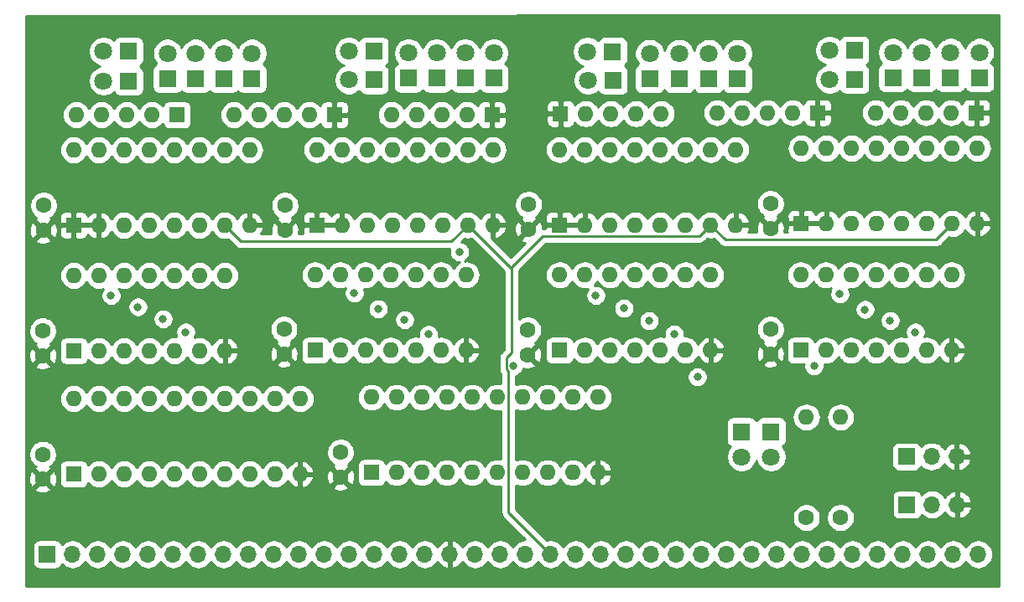
<source format=gbr>
G04 #@! TF.GenerationSoftware,KiCad,Pcbnew,(5.1.4-0-10_14)*
G04 #@! TF.CreationDate,2020-03-08T23:29:58-07:00*
G04 #@! TF.ProjectId,data-register-bank,64617461-2d72-4656-9769-737465722d62,rev?*
G04 #@! TF.SameCoordinates,Original*
G04 #@! TF.FileFunction,Copper,L2,Inr*
G04 #@! TF.FilePolarity,Positive*
%FSLAX46Y46*%
G04 Gerber Fmt 4.6, Leading zero omitted, Abs format (unit mm)*
G04 Created by KiCad (PCBNEW (5.1.4-0-10_14)) date 2020-03-08 23:29:58*
%MOMM*%
%LPD*%
G04 APERTURE LIST*
%ADD10C,1.600000*%
%ADD11O,1.600000X1.600000*%
%ADD12R,1.600000X1.600000*%
%ADD13O,1.700000X1.700000*%
%ADD14R,1.700000X1.700000*%
%ADD15C,1.800000*%
%ADD16R,1.800000X1.800000*%
%ADD17C,0.800000*%
%ADD18C,0.250000*%
%ADD19C,0.254000*%
G04 APERTURE END LIST*
D10*
X125412500Y-163193100D03*
X125412500Y-160693100D03*
D11*
X128536700Y-142367000D03*
X146316700Y-149987000D03*
X131076700Y-142367000D03*
X143776700Y-149987000D03*
X133616700Y-142367000D03*
X141236700Y-149987000D03*
X136156700Y-142367000D03*
X138696700Y-149987000D03*
X138696700Y-142367000D03*
X136156700Y-149987000D03*
X141236700Y-142367000D03*
X133616700Y-149987000D03*
X143776700Y-142367000D03*
X131076700Y-149987000D03*
X146316700Y-142367000D03*
D12*
X128536700Y-149987000D03*
D11*
X128460500Y-155194000D03*
X143700500Y-162814000D03*
X131000500Y-155194000D03*
X141160500Y-162814000D03*
X133540500Y-155194000D03*
X138620500Y-162814000D03*
X136080500Y-155194000D03*
X136080500Y-162814000D03*
X138620500Y-155194000D03*
X133540500Y-162814000D03*
X141160500Y-155194000D03*
X131000500Y-162814000D03*
X143700500Y-155194000D03*
D12*
X128460500Y-162814000D03*
D11*
X104127300Y-142519400D03*
X121907300Y-150139400D03*
X106667300Y-142519400D03*
X119367300Y-150139400D03*
X109207300Y-142519400D03*
X116827300Y-150139400D03*
X111747300Y-142519400D03*
X114287300Y-150139400D03*
X114287300Y-142519400D03*
X111747300Y-150139400D03*
X116827300Y-142519400D03*
X109207300Y-150139400D03*
X119367300Y-142519400D03*
X106667300Y-150139400D03*
X121907300Y-142519400D03*
D12*
X104127300Y-150139400D03*
D11*
X104127300Y-155194000D03*
X119367300Y-162814000D03*
X106667300Y-155194000D03*
X116827300Y-162814000D03*
X109207300Y-155194000D03*
X114287300Y-162814000D03*
X111747300Y-155194000D03*
X111747300Y-162814000D03*
X114287300Y-155194000D03*
X109207300Y-162814000D03*
X116827300Y-155194000D03*
X106667300Y-162814000D03*
X119367300Y-155194000D03*
D12*
X104127300Y-162814000D03*
D11*
X79616300Y-142519400D03*
X97396300Y-150139400D03*
X82156300Y-142519400D03*
X94856300Y-150139400D03*
X84696300Y-142519400D03*
X92316300Y-150139400D03*
X87236300Y-142519400D03*
X89776300Y-150139400D03*
X89776300Y-142519400D03*
X87236300Y-150139400D03*
X92316300Y-142519400D03*
X84696300Y-150139400D03*
X94856300Y-142519400D03*
X82156300Y-150139400D03*
X97396300Y-142519400D03*
D12*
X79616300Y-150139400D03*
D11*
X79451200Y-155194000D03*
X94691200Y-162814000D03*
X81991200Y-155194000D03*
X92151200Y-162814000D03*
X84531200Y-155194000D03*
X89611200Y-162814000D03*
X87071200Y-155194000D03*
X87071200Y-162814000D03*
X89611200Y-155194000D03*
X84531200Y-162814000D03*
X92151200Y-155194000D03*
X81991200Y-162814000D03*
X94691200Y-155194000D03*
D12*
X79451200Y-162814000D03*
D11*
X55067200Y-142544800D03*
X72847200Y-150164800D03*
X57607200Y-142544800D03*
X70307200Y-150164800D03*
X60147200Y-142544800D03*
X67767200Y-150164800D03*
X62687200Y-142544800D03*
X65227200Y-150164800D03*
X65227200Y-142544800D03*
X62687200Y-150164800D03*
X67767200Y-142544800D03*
X60147200Y-150164800D03*
X70307200Y-142544800D03*
X57607200Y-150164800D03*
X72847200Y-142544800D03*
D12*
X55067200Y-150164800D03*
D11*
X55092600Y-155244800D03*
X70332600Y-162864800D03*
X57632600Y-155244800D03*
X67792600Y-162864800D03*
X60172600Y-155244800D03*
X65252600Y-162864800D03*
X62712600Y-155244800D03*
X62712600Y-162864800D03*
X65252600Y-155244800D03*
X60172600Y-162864800D03*
X67792600Y-155244800D03*
X57632600Y-162864800D03*
X70332600Y-155244800D03*
D12*
X55092600Y-162864800D03*
D11*
X55079900Y-167703500D03*
X77939900Y-175323500D03*
X57619900Y-167703500D03*
X75399900Y-175323500D03*
X60159900Y-167703500D03*
X72859900Y-175323500D03*
X62699900Y-167703500D03*
X70319900Y-175323500D03*
X65239900Y-167703500D03*
X67779900Y-175323500D03*
X67779900Y-167703500D03*
X65239900Y-175323500D03*
X70319900Y-167703500D03*
X62699900Y-175323500D03*
X72859900Y-167703500D03*
X60159900Y-175323500D03*
X75399900Y-167703500D03*
X57619900Y-175323500D03*
X77939900Y-167703500D03*
D12*
X55079900Y-175323500D03*
D11*
X85140800Y-167563800D03*
X108000800Y-175183800D03*
X87680800Y-167563800D03*
X105460800Y-175183800D03*
X90220800Y-167563800D03*
X102920800Y-175183800D03*
X92760800Y-167563800D03*
X100380800Y-175183800D03*
X95300800Y-167563800D03*
X97840800Y-175183800D03*
X97840800Y-167563800D03*
X95300800Y-175183800D03*
X100380800Y-167563800D03*
X92760800Y-175183800D03*
X102920800Y-167563800D03*
X90220800Y-175183800D03*
X105460800Y-167563800D03*
X87680800Y-175183800D03*
X108000800Y-167563800D03*
D12*
X85140800Y-175183800D03*
D11*
X114388900Y-138887200D03*
X111848900Y-138887200D03*
X109308900Y-138887200D03*
X106768900Y-138887200D03*
D12*
X104228900Y-138887200D03*
D11*
X55346600Y-139001500D03*
X57886600Y-139001500D03*
X60426600Y-139001500D03*
X62966600Y-139001500D03*
D12*
X65506600Y-139001500D03*
D11*
X136042400Y-138785600D03*
X138582400Y-138785600D03*
X141122400Y-138785600D03*
X143662400Y-138785600D03*
D12*
X146202400Y-138785600D03*
D11*
X120027700Y-138785600D03*
X122567700Y-138785600D03*
X125107700Y-138785600D03*
X127647700Y-138785600D03*
D12*
X130187700Y-138785600D03*
D11*
X87147400Y-139001500D03*
X89687400Y-139001500D03*
X92227400Y-139001500D03*
X94767400Y-139001500D03*
D12*
X97307400Y-139001500D03*
D11*
X71247000Y-139001500D03*
X73787000Y-139001500D03*
X76327000Y-139001500D03*
X78867000Y-139001500D03*
D12*
X81407000Y-139001500D03*
D11*
X129044700Y-169583100D03*
D10*
X129044700Y-179743100D03*
D11*
X132499100Y-169583100D03*
D10*
X132499100Y-179743100D03*
D13*
X144284700Y-178422300D03*
X141744700Y-178422300D03*
D14*
X139204700Y-178422300D03*
D13*
X144233900Y-173545500D03*
X141693900Y-173545500D03*
D14*
X139153900Y-173545500D03*
D13*
X146392900Y-183438800D03*
X143852900Y-183438800D03*
X141312900Y-183438800D03*
X138772900Y-183438800D03*
X136232900Y-183438800D03*
X133692900Y-183438800D03*
X131152900Y-183438800D03*
X128612900Y-183438800D03*
X126072900Y-183438800D03*
X123532900Y-183438800D03*
X120992900Y-183438800D03*
X118452900Y-183438800D03*
X115912900Y-183438800D03*
X113372900Y-183438800D03*
X110832900Y-183438800D03*
X108292900Y-183438800D03*
X105752900Y-183438800D03*
X103212900Y-183438800D03*
X100672900Y-183438800D03*
X98132900Y-183438800D03*
X95592900Y-183438800D03*
X93052900Y-183438800D03*
X90512900Y-183438800D03*
X87972900Y-183438800D03*
X85432900Y-183438800D03*
X82892900Y-183438800D03*
X80352900Y-183438800D03*
X77812900Y-183438800D03*
X75272900Y-183438800D03*
X72732900Y-183438800D03*
X70192900Y-183438800D03*
X67652900Y-183438800D03*
X65112900Y-183438800D03*
X62572900Y-183438800D03*
X60032900Y-183438800D03*
X57492900Y-183438800D03*
X54952900Y-183438800D03*
D14*
X52412900Y-183438800D03*
D15*
X122491500Y-173583600D03*
D16*
X122491500Y-171043600D03*
D15*
X125488700Y-173583600D03*
D16*
X125488700Y-171043600D03*
D15*
X131381500Y-132473700D03*
D16*
X133921500Y-132473700D03*
D15*
X106946700Y-132600700D03*
D16*
X109486700Y-132600700D03*
D15*
X82854800Y-132575300D03*
D16*
X85394800Y-132575300D03*
D15*
X58089800Y-132575300D03*
D16*
X60629800Y-132575300D03*
D15*
X131381500Y-135420100D03*
D16*
X133921500Y-135420100D03*
D15*
X106997500Y-135496300D03*
D16*
X109537500Y-135496300D03*
D15*
X82854800Y-135470900D03*
D16*
X85394800Y-135470900D03*
D15*
X58089800Y-135572500D03*
D16*
X60629800Y-135572500D03*
D15*
X137769600Y-132689600D03*
D16*
X137769600Y-135229600D03*
D15*
X140703300Y-132689600D03*
D16*
X140703300Y-135229600D03*
D15*
X143598900Y-132689600D03*
D16*
X143598900Y-135229600D03*
D15*
X146545300Y-132689600D03*
D16*
X146545300Y-135229600D03*
D15*
X113220500Y-132803900D03*
D16*
X113220500Y-135343900D03*
D15*
X116217700Y-132803900D03*
D16*
X116217700Y-135343900D03*
D15*
X119202200Y-132803900D03*
D16*
X119202200Y-135343900D03*
D15*
X122097800Y-132803900D03*
D16*
X122097800Y-135343900D03*
D15*
X88874600Y-132765800D03*
D16*
X88874600Y-135305800D03*
D15*
X91719400Y-132765800D03*
D16*
X91719400Y-135305800D03*
D15*
X94602300Y-132765800D03*
D16*
X94602300Y-135305800D03*
D15*
X97497900Y-132765800D03*
D16*
X97497900Y-135305800D03*
D15*
X64541400Y-132778500D03*
D16*
X64541400Y-135318500D03*
D15*
X67386200Y-132778500D03*
D16*
X67386200Y-135318500D03*
D15*
X70231000Y-132778500D03*
D16*
X70231000Y-135318500D03*
D15*
X73075800Y-132778500D03*
D16*
X73075800Y-135318500D03*
D10*
X125412500Y-150493100D03*
X125412500Y-147993100D03*
X100914200Y-163282000D03*
X100914200Y-160782000D03*
X101003100Y-150582000D03*
X101003100Y-148082000D03*
X82029300Y-175639100D03*
X82029300Y-173139100D03*
X76301600Y-163193100D03*
X76301600Y-160693100D03*
X76390500Y-150670900D03*
X76390500Y-148170900D03*
X51955700Y-175829600D03*
X51955700Y-173329600D03*
X51968400Y-163370900D03*
X51968400Y-160870900D03*
X52031900Y-150670900D03*
X52031900Y-148170900D03*
D17*
X100838000Y-135521700D03*
X100787200Y-141287500D03*
X101193600Y-154381200D03*
X124180600Y-154838400D03*
X126771400Y-168351200D03*
X121678700Y-179412900D03*
X102108000Y-179362100D03*
X145630900Y-169468800D03*
X147231100Y-156121100D03*
X135661400Y-129527300D03*
X121627900Y-146431000D03*
X136740900Y-177355500D03*
X127558800Y-185737500D03*
X79121000Y-181673500D03*
X71501000Y-186143900D03*
X53632100Y-178473100D03*
X58153300Y-171475400D03*
X52209700Y-165747700D03*
X51803300Y-155409900D03*
X51854100Y-144399000D03*
X74942700Y-155054300D03*
X75298300Y-145059400D03*
X96151700Y-146278600D03*
X52044600Y-133413500D03*
X94025101Y-152862899D03*
X118046500Y-165493122D03*
X99466400Y-164376102D03*
X129819400Y-164401500D03*
X66377601Y-160965099D03*
X90901301Y-161206399D03*
X115702299Y-161195801D03*
X140035499Y-160967201D03*
X64102199Y-159633701D03*
X88486199Y-159722601D03*
X113162299Y-159824201D03*
X137495499Y-159798801D03*
X61562199Y-158427201D03*
X85821301Y-158628299D03*
X110622299Y-158554201D03*
X134955499Y-158693901D03*
X58851800Y-157276800D03*
X83406199Y-157030201D03*
X107792301Y-157269399D03*
X132415499Y-157119101D03*
D18*
X99255799Y-154538899D02*
X94856300Y-150139400D01*
X71107199Y-150964799D02*
X70307200Y-150164800D01*
X71938301Y-151795901D02*
X71107199Y-150964799D01*
X93199799Y-151795901D02*
X71938301Y-151795901D01*
X94856300Y-150139400D02*
X93199799Y-151795901D01*
X99255799Y-154538899D02*
X99255799Y-154426701D01*
X118567301Y-150939399D02*
X119367300Y-150139400D01*
X102418099Y-151264401D02*
X118242299Y-151264401D01*
X118242299Y-151264401D02*
X118567301Y-150939399D01*
X99255799Y-154426701D02*
X102418099Y-151264401D01*
X142145599Y-151618101D02*
X142976701Y-150786999D01*
X120846001Y-151618101D02*
X142145599Y-151618101D01*
X142976701Y-150786999D02*
X143776700Y-149987000D01*
X119367300Y-150139400D02*
X120846001Y-151618101D01*
X98976348Y-164933650D02*
X98741399Y-164698701D01*
X98976348Y-179202248D02*
X98976348Y-164933650D01*
X103212900Y-183438800D02*
X98976348Y-179202248D01*
X99255799Y-163054337D02*
X99255799Y-154538899D01*
X98741399Y-163568737D02*
X99255799Y-163054337D01*
X98741399Y-164698701D02*
X98741399Y-163568737D01*
D19*
G36*
X148463400Y-186690232D02*
G01*
X50290889Y-186665169D01*
X50286501Y-182588800D01*
X50924828Y-182588800D01*
X50924828Y-184288800D01*
X50937088Y-184413282D01*
X50973398Y-184532980D01*
X51032363Y-184643294D01*
X51111715Y-184739985D01*
X51208406Y-184819337D01*
X51318720Y-184878302D01*
X51438418Y-184914612D01*
X51562900Y-184926872D01*
X53262900Y-184926872D01*
X53387382Y-184914612D01*
X53507080Y-184878302D01*
X53617394Y-184819337D01*
X53714085Y-184739985D01*
X53793437Y-184643294D01*
X53852402Y-184532980D01*
X53873293Y-184464113D01*
X53897766Y-184493934D01*
X54123886Y-184679506D01*
X54381866Y-184817399D01*
X54661789Y-184902313D01*
X54879950Y-184923800D01*
X55025850Y-184923800D01*
X55244011Y-184902313D01*
X55523934Y-184817399D01*
X55781914Y-184679506D01*
X56008034Y-184493934D01*
X56193606Y-184267814D01*
X56222900Y-184213009D01*
X56252194Y-184267814D01*
X56437766Y-184493934D01*
X56663886Y-184679506D01*
X56921866Y-184817399D01*
X57201789Y-184902313D01*
X57419950Y-184923800D01*
X57565850Y-184923800D01*
X57784011Y-184902313D01*
X58063934Y-184817399D01*
X58321914Y-184679506D01*
X58548034Y-184493934D01*
X58733606Y-184267814D01*
X58762900Y-184213009D01*
X58792194Y-184267814D01*
X58977766Y-184493934D01*
X59203886Y-184679506D01*
X59461866Y-184817399D01*
X59741789Y-184902313D01*
X59959950Y-184923800D01*
X60105850Y-184923800D01*
X60324011Y-184902313D01*
X60603934Y-184817399D01*
X60861914Y-184679506D01*
X61088034Y-184493934D01*
X61273606Y-184267814D01*
X61302900Y-184213009D01*
X61332194Y-184267814D01*
X61517766Y-184493934D01*
X61743886Y-184679506D01*
X62001866Y-184817399D01*
X62281789Y-184902313D01*
X62499950Y-184923800D01*
X62645850Y-184923800D01*
X62864011Y-184902313D01*
X63143934Y-184817399D01*
X63401914Y-184679506D01*
X63628034Y-184493934D01*
X63813606Y-184267814D01*
X63842900Y-184213009D01*
X63872194Y-184267814D01*
X64057766Y-184493934D01*
X64283886Y-184679506D01*
X64541866Y-184817399D01*
X64821789Y-184902313D01*
X65039950Y-184923800D01*
X65185850Y-184923800D01*
X65404011Y-184902313D01*
X65683934Y-184817399D01*
X65941914Y-184679506D01*
X66168034Y-184493934D01*
X66353606Y-184267814D01*
X66382900Y-184213009D01*
X66412194Y-184267814D01*
X66597766Y-184493934D01*
X66823886Y-184679506D01*
X67081866Y-184817399D01*
X67361789Y-184902313D01*
X67579950Y-184923800D01*
X67725850Y-184923800D01*
X67944011Y-184902313D01*
X68223934Y-184817399D01*
X68481914Y-184679506D01*
X68708034Y-184493934D01*
X68893606Y-184267814D01*
X68922900Y-184213009D01*
X68952194Y-184267814D01*
X69137766Y-184493934D01*
X69363886Y-184679506D01*
X69621866Y-184817399D01*
X69901789Y-184902313D01*
X70119950Y-184923800D01*
X70265850Y-184923800D01*
X70484011Y-184902313D01*
X70763934Y-184817399D01*
X71021914Y-184679506D01*
X71248034Y-184493934D01*
X71433606Y-184267814D01*
X71462900Y-184213009D01*
X71492194Y-184267814D01*
X71677766Y-184493934D01*
X71903886Y-184679506D01*
X72161866Y-184817399D01*
X72441789Y-184902313D01*
X72659950Y-184923800D01*
X72805850Y-184923800D01*
X73024011Y-184902313D01*
X73303934Y-184817399D01*
X73561914Y-184679506D01*
X73788034Y-184493934D01*
X73973606Y-184267814D01*
X74002900Y-184213009D01*
X74032194Y-184267814D01*
X74217766Y-184493934D01*
X74443886Y-184679506D01*
X74701866Y-184817399D01*
X74981789Y-184902313D01*
X75199950Y-184923800D01*
X75345850Y-184923800D01*
X75564011Y-184902313D01*
X75843934Y-184817399D01*
X76101914Y-184679506D01*
X76328034Y-184493934D01*
X76513606Y-184267814D01*
X76542900Y-184213009D01*
X76572194Y-184267814D01*
X76757766Y-184493934D01*
X76983886Y-184679506D01*
X77241866Y-184817399D01*
X77521789Y-184902313D01*
X77739950Y-184923800D01*
X77885850Y-184923800D01*
X78104011Y-184902313D01*
X78383934Y-184817399D01*
X78641914Y-184679506D01*
X78868034Y-184493934D01*
X79053606Y-184267814D01*
X79082900Y-184213009D01*
X79112194Y-184267814D01*
X79297766Y-184493934D01*
X79523886Y-184679506D01*
X79781866Y-184817399D01*
X80061789Y-184902313D01*
X80279950Y-184923800D01*
X80425850Y-184923800D01*
X80644011Y-184902313D01*
X80923934Y-184817399D01*
X81181914Y-184679506D01*
X81408034Y-184493934D01*
X81593606Y-184267814D01*
X81622900Y-184213009D01*
X81652194Y-184267814D01*
X81837766Y-184493934D01*
X82063886Y-184679506D01*
X82321866Y-184817399D01*
X82601789Y-184902313D01*
X82819950Y-184923800D01*
X82965850Y-184923800D01*
X83184011Y-184902313D01*
X83463934Y-184817399D01*
X83721914Y-184679506D01*
X83948034Y-184493934D01*
X84133606Y-184267814D01*
X84162900Y-184213009D01*
X84192194Y-184267814D01*
X84377766Y-184493934D01*
X84603886Y-184679506D01*
X84861866Y-184817399D01*
X85141789Y-184902313D01*
X85359950Y-184923800D01*
X85505850Y-184923800D01*
X85724011Y-184902313D01*
X86003934Y-184817399D01*
X86261914Y-184679506D01*
X86488034Y-184493934D01*
X86673606Y-184267814D01*
X86702900Y-184213009D01*
X86732194Y-184267814D01*
X86917766Y-184493934D01*
X87143886Y-184679506D01*
X87401866Y-184817399D01*
X87681789Y-184902313D01*
X87899950Y-184923800D01*
X88045850Y-184923800D01*
X88264011Y-184902313D01*
X88543934Y-184817399D01*
X88801914Y-184679506D01*
X89028034Y-184493934D01*
X89213606Y-184267814D01*
X89242900Y-184213009D01*
X89272194Y-184267814D01*
X89457766Y-184493934D01*
X89683886Y-184679506D01*
X89941866Y-184817399D01*
X90221789Y-184902313D01*
X90439950Y-184923800D01*
X90585850Y-184923800D01*
X90804011Y-184902313D01*
X91083934Y-184817399D01*
X91341914Y-184679506D01*
X91568034Y-184493934D01*
X91753606Y-184267814D01*
X91788101Y-184203277D01*
X91857722Y-184320155D01*
X92052631Y-184536388D01*
X92285980Y-184710441D01*
X92548801Y-184835625D01*
X92696010Y-184880276D01*
X92925900Y-184758955D01*
X92925900Y-183565800D01*
X92905900Y-183565800D01*
X92905900Y-183311800D01*
X92925900Y-183311800D01*
X92925900Y-182118645D01*
X92696010Y-181997324D01*
X92548801Y-182041975D01*
X92285980Y-182167159D01*
X92052631Y-182341212D01*
X91857722Y-182557445D01*
X91788101Y-182674323D01*
X91753606Y-182609786D01*
X91568034Y-182383666D01*
X91341914Y-182198094D01*
X91083934Y-182060201D01*
X90804011Y-181975287D01*
X90585850Y-181953800D01*
X90439950Y-181953800D01*
X90221789Y-181975287D01*
X89941866Y-182060201D01*
X89683886Y-182198094D01*
X89457766Y-182383666D01*
X89272194Y-182609786D01*
X89242900Y-182664591D01*
X89213606Y-182609786D01*
X89028034Y-182383666D01*
X88801914Y-182198094D01*
X88543934Y-182060201D01*
X88264011Y-181975287D01*
X88045850Y-181953800D01*
X87899950Y-181953800D01*
X87681789Y-181975287D01*
X87401866Y-182060201D01*
X87143886Y-182198094D01*
X86917766Y-182383666D01*
X86732194Y-182609786D01*
X86702900Y-182664591D01*
X86673606Y-182609786D01*
X86488034Y-182383666D01*
X86261914Y-182198094D01*
X86003934Y-182060201D01*
X85724011Y-181975287D01*
X85505850Y-181953800D01*
X85359950Y-181953800D01*
X85141789Y-181975287D01*
X84861866Y-182060201D01*
X84603886Y-182198094D01*
X84377766Y-182383666D01*
X84192194Y-182609786D01*
X84162900Y-182664591D01*
X84133606Y-182609786D01*
X83948034Y-182383666D01*
X83721914Y-182198094D01*
X83463934Y-182060201D01*
X83184011Y-181975287D01*
X82965850Y-181953800D01*
X82819950Y-181953800D01*
X82601789Y-181975287D01*
X82321866Y-182060201D01*
X82063886Y-182198094D01*
X81837766Y-182383666D01*
X81652194Y-182609786D01*
X81622900Y-182664591D01*
X81593606Y-182609786D01*
X81408034Y-182383666D01*
X81181914Y-182198094D01*
X80923934Y-182060201D01*
X80644011Y-181975287D01*
X80425850Y-181953800D01*
X80279950Y-181953800D01*
X80061789Y-181975287D01*
X79781866Y-182060201D01*
X79523886Y-182198094D01*
X79297766Y-182383666D01*
X79112194Y-182609786D01*
X79082900Y-182664591D01*
X79053606Y-182609786D01*
X78868034Y-182383666D01*
X78641914Y-182198094D01*
X78383934Y-182060201D01*
X78104011Y-181975287D01*
X77885850Y-181953800D01*
X77739950Y-181953800D01*
X77521789Y-181975287D01*
X77241866Y-182060201D01*
X76983886Y-182198094D01*
X76757766Y-182383666D01*
X76572194Y-182609786D01*
X76542900Y-182664591D01*
X76513606Y-182609786D01*
X76328034Y-182383666D01*
X76101914Y-182198094D01*
X75843934Y-182060201D01*
X75564011Y-181975287D01*
X75345850Y-181953800D01*
X75199950Y-181953800D01*
X74981789Y-181975287D01*
X74701866Y-182060201D01*
X74443886Y-182198094D01*
X74217766Y-182383666D01*
X74032194Y-182609786D01*
X74002900Y-182664591D01*
X73973606Y-182609786D01*
X73788034Y-182383666D01*
X73561914Y-182198094D01*
X73303934Y-182060201D01*
X73024011Y-181975287D01*
X72805850Y-181953800D01*
X72659950Y-181953800D01*
X72441789Y-181975287D01*
X72161866Y-182060201D01*
X71903886Y-182198094D01*
X71677766Y-182383666D01*
X71492194Y-182609786D01*
X71462900Y-182664591D01*
X71433606Y-182609786D01*
X71248034Y-182383666D01*
X71021914Y-182198094D01*
X70763934Y-182060201D01*
X70484011Y-181975287D01*
X70265850Y-181953800D01*
X70119950Y-181953800D01*
X69901789Y-181975287D01*
X69621866Y-182060201D01*
X69363886Y-182198094D01*
X69137766Y-182383666D01*
X68952194Y-182609786D01*
X68922900Y-182664591D01*
X68893606Y-182609786D01*
X68708034Y-182383666D01*
X68481914Y-182198094D01*
X68223934Y-182060201D01*
X67944011Y-181975287D01*
X67725850Y-181953800D01*
X67579950Y-181953800D01*
X67361789Y-181975287D01*
X67081866Y-182060201D01*
X66823886Y-182198094D01*
X66597766Y-182383666D01*
X66412194Y-182609786D01*
X66382900Y-182664591D01*
X66353606Y-182609786D01*
X66168034Y-182383666D01*
X65941914Y-182198094D01*
X65683934Y-182060201D01*
X65404011Y-181975287D01*
X65185850Y-181953800D01*
X65039950Y-181953800D01*
X64821789Y-181975287D01*
X64541866Y-182060201D01*
X64283886Y-182198094D01*
X64057766Y-182383666D01*
X63872194Y-182609786D01*
X63842900Y-182664591D01*
X63813606Y-182609786D01*
X63628034Y-182383666D01*
X63401914Y-182198094D01*
X63143934Y-182060201D01*
X62864011Y-181975287D01*
X62645850Y-181953800D01*
X62499950Y-181953800D01*
X62281789Y-181975287D01*
X62001866Y-182060201D01*
X61743886Y-182198094D01*
X61517766Y-182383666D01*
X61332194Y-182609786D01*
X61302900Y-182664591D01*
X61273606Y-182609786D01*
X61088034Y-182383666D01*
X60861914Y-182198094D01*
X60603934Y-182060201D01*
X60324011Y-181975287D01*
X60105850Y-181953800D01*
X59959950Y-181953800D01*
X59741789Y-181975287D01*
X59461866Y-182060201D01*
X59203886Y-182198094D01*
X58977766Y-182383666D01*
X58792194Y-182609786D01*
X58762900Y-182664591D01*
X58733606Y-182609786D01*
X58548034Y-182383666D01*
X58321914Y-182198094D01*
X58063934Y-182060201D01*
X57784011Y-181975287D01*
X57565850Y-181953800D01*
X57419950Y-181953800D01*
X57201789Y-181975287D01*
X56921866Y-182060201D01*
X56663886Y-182198094D01*
X56437766Y-182383666D01*
X56252194Y-182609786D01*
X56222900Y-182664591D01*
X56193606Y-182609786D01*
X56008034Y-182383666D01*
X55781914Y-182198094D01*
X55523934Y-182060201D01*
X55244011Y-181975287D01*
X55025850Y-181953800D01*
X54879950Y-181953800D01*
X54661789Y-181975287D01*
X54381866Y-182060201D01*
X54123886Y-182198094D01*
X53897766Y-182383666D01*
X53873293Y-182413487D01*
X53852402Y-182344620D01*
X53793437Y-182234306D01*
X53714085Y-182137615D01*
X53617394Y-182058263D01*
X53507080Y-181999298D01*
X53387382Y-181962988D01*
X53262900Y-181950728D01*
X51562900Y-181950728D01*
X51438418Y-181962988D01*
X51318720Y-181999298D01*
X51208406Y-182058263D01*
X51111715Y-182137615D01*
X51032363Y-182234306D01*
X50973398Y-182344620D01*
X50937088Y-182464318D01*
X50924828Y-182588800D01*
X50286501Y-182588800D01*
X50280292Y-176822302D01*
X51142603Y-176822302D01*
X51214186Y-177066271D01*
X51469696Y-177187171D01*
X51743884Y-177255900D01*
X52026212Y-177269817D01*
X52305830Y-177228387D01*
X52571992Y-177133203D01*
X52697214Y-177066271D01*
X52768797Y-176822302D01*
X51955700Y-176009205D01*
X51142603Y-176822302D01*
X50280292Y-176822302D01*
X50279299Y-175900112D01*
X50515483Y-175900112D01*
X50556913Y-176179730D01*
X50652097Y-176445892D01*
X50719029Y-176571114D01*
X50962998Y-176642697D01*
X51776095Y-175829600D01*
X52135305Y-175829600D01*
X52948402Y-176642697D01*
X53192371Y-176571114D01*
X53313271Y-176315604D01*
X53382000Y-176041416D01*
X53395917Y-175759088D01*
X53354487Y-175479470D01*
X53259303Y-175213308D01*
X53192371Y-175088086D01*
X52948402Y-175016503D01*
X52135305Y-175829600D01*
X51776095Y-175829600D01*
X50962998Y-175016503D01*
X50719029Y-175088086D01*
X50598129Y-175343596D01*
X50529400Y-175617784D01*
X50515483Y-175900112D01*
X50279299Y-175900112D01*
X50276380Y-173188265D01*
X50520700Y-173188265D01*
X50520700Y-173470935D01*
X50575847Y-173748174D01*
X50684020Y-174009327D01*
X50841063Y-174244359D01*
X51040941Y-174444237D01*
X51241569Y-174578292D01*
X51214186Y-174592929D01*
X51142603Y-174836898D01*
X51955700Y-175649995D01*
X52768797Y-174836898D01*
X52697214Y-174592929D01*
X52668359Y-174579276D01*
X52751833Y-174523500D01*
X53641828Y-174523500D01*
X53641828Y-176123500D01*
X53654088Y-176247982D01*
X53690398Y-176367680D01*
X53749363Y-176477994D01*
X53828715Y-176574685D01*
X53925406Y-176654037D01*
X54035720Y-176713002D01*
X54155418Y-176749312D01*
X54279900Y-176761572D01*
X55879900Y-176761572D01*
X56004382Y-176749312D01*
X56124080Y-176713002D01*
X56234394Y-176654037D01*
X56331085Y-176574685D01*
X56410437Y-176477994D01*
X56469402Y-176367680D01*
X56505712Y-176247982D01*
X56507481Y-176230018D01*
X56600292Y-176343108D01*
X56818799Y-176522432D01*
X57068092Y-176655682D01*
X57338591Y-176737736D01*
X57549408Y-176758500D01*
X57690392Y-176758500D01*
X57901209Y-176737736D01*
X58171708Y-176655682D01*
X58421001Y-176522432D01*
X58639508Y-176343108D01*
X58818832Y-176124601D01*
X58889900Y-175991642D01*
X58960968Y-176124601D01*
X59140292Y-176343108D01*
X59358799Y-176522432D01*
X59608092Y-176655682D01*
X59878591Y-176737736D01*
X60089408Y-176758500D01*
X60230392Y-176758500D01*
X60441209Y-176737736D01*
X60711708Y-176655682D01*
X60961001Y-176522432D01*
X61179508Y-176343108D01*
X61358832Y-176124601D01*
X61429900Y-175991642D01*
X61500968Y-176124601D01*
X61680292Y-176343108D01*
X61898799Y-176522432D01*
X62148092Y-176655682D01*
X62418591Y-176737736D01*
X62629408Y-176758500D01*
X62770392Y-176758500D01*
X62981209Y-176737736D01*
X63251708Y-176655682D01*
X63501001Y-176522432D01*
X63719508Y-176343108D01*
X63898832Y-176124601D01*
X63969900Y-175991642D01*
X64040968Y-176124601D01*
X64220292Y-176343108D01*
X64438799Y-176522432D01*
X64688092Y-176655682D01*
X64958591Y-176737736D01*
X65169408Y-176758500D01*
X65310392Y-176758500D01*
X65521209Y-176737736D01*
X65791708Y-176655682D01*
X66041001Y-176522432D01*
X66259508Y-176343108D01*
X66438832Y-176124601D01*
X66509900Y-175991642D01*
X66580968Y-176124601D01*
X66760292Y-176343108D01*
X66978799Y-176522432D01*
X67228092Y-176655682D01*
X67498591Y-176737736D01*
X67709408Y-176758500D01*
X67850392Y-176758500D01*
X68061209Y-176737736D01*
X68331708Y-176655682D01*
X68581001Y-176522432D01*
X68799508Y-176343108D01*
X68978832Y-176124601D01*
X69049900Y-175991642D01*
X69120968Y-176124601D01*
X69300292Y-176343108D01*
X69518799Y-176522432D01*
X69768092Y-176655682D01*
X70038591Y-176737736D01*
X70249408Y-176758500D01*
X70390392Y-176758500D01*
X70601209Y-176737736D01*
X70871708Y-176655682D01*
X71121001Y-176522432D01*
X71339508Y-176343108D01*
X71518832Y-176124601D01*
X71589900Y-175991642D01*
X71660968Y-176124601D01*
X71840292Y-176343108D01*
X72058799Y-176522432D01*
X72308092Y-176655682D01*
X72578591Y-176737736D01*
X72789408Y-176758500D01*
X72930392Y-176758500D01*
X73141209Y-176737736D01*
X73411708Y-176655682D01*
X73661001Y-176522432D01*
X73879508Y-176343108D01*
X74058832Y-176124601D01*
X74129900Y-175991642D01*
X74200968Y-176124601D01*
X74380292Y-176343108D01*
X74598799Y-176522432D01*
X74848092Y-176655682D01*
X75118591Y-176737736D01*
X75329408Y-176758500D01*
X75470392Y-176758500D01*
X75681209Y-176737736D01*
X75951708Y-176655682D01*
X76201001Y-176522432D01*
X76419508Y-176343108D01*
X76598832Y-176124601D01*
X76672479Y-175986818D01*
X76787515Y-176178631D01*
X76976486Y-176387019D01*
X77202480Y-176554537D01*
X77456813Y-176674746D01*
X77590861Y-176715404D01*
X77812900Y-176593415D01*
X77812900Y-175450500D01*
X78066900Y-175450500D01*
X78066900Y-176593415D01*
X78288939Y-176715404D01*
X78422987Y-176674746D01*
X78513846Y-176631802D01*
X81216203Y-176631802D01*
X81287786Y-176875771D01*
X81543296Y-176996671D01*
X81817484Y-177065400D01*
X82099812Y-177079317D01*
X82379430Y-177037887D01*
X82645592Y-176942703D01*
X82770814Y-176875771D01*
X82842397Y-176631802D01*
X82029300Y-175818705D01*
X81216203Y-176631802D01*
X78513846Y-176631802D01*
X78677320Y-176554537D01*
X78903314Y-176387019D01*
X79092285Y-176178631D01*
X79236970Y-175937381D01*
X79318533Y-175709612D01*
X80589083Y-175709612D01*
X80630513Y-175989230D01*
X80725697Y-176255392D01*
X80792629Y-176380614D01*
X81036598Y-176452197D01*
X81849695Y-175639100D01*
X82208905Y-175639100D01*
X83022002Y-176452197D01*
X83265971Y-176380614D01*
X83386871Y-176125104D01*
X83455600Y-175850916D01*
X83469517Y-175568588D01*
X83428087Y-175288970D01*
X83332903Y-175022808D01*
X83265971Y-174897586D01*
X83022002Y-174826003D01*
X82208905Y-175639100D01*
X81849695Y-175639100D01*
X81036598Y-174826003D01*
X80792629Y-174897586D01*
X80671729Y-175153096D01*
X80603000Y-175427284D01*
X80589083Y-175709612D01*
X79318533Y-175709612D01*
X79331809Y-175672540D01*
X79210524Y-175450500D01*
X78066900Y-175450500D01*
X77812900Y-175450500D01*
X77792900Y-175450500D01*
X77792900Y-175196500D01*
X77812900Y-175196500D01*
X77812900Y-174053585D01*
X78066900Y-174053585D01*
X78066900Y-175196500D01*
X79210524Y-175196500D01*
X79331809Y-174974460D01*
X79236970Y-174709619D01*
X79092285Y-174468369D01*
X78903314Y-174259981D01*
X78677320Y-174092463D01*
X78422987Y-173972254D01*
X78288939Y-173931596D01*
X78066900Y-174053585D01*
X77812900Y-174053585D01*
X77590861Y-173931596D01*
X77456813Y-173972254D01*
X77202480Y-174092463D01*
X76976486Y-174259981D01*
X76787515Y-174468369D01*
X76672479Y-174660182D01*
X76598832Y-174522399D01*
X76419508Y-174303892D01*
X76201001Y-174124568D01*
X75951708Y-173991318D01*
X75681209Y-173909264D01*
X75470392Y-173888500D01*
X75329408Y-173888500D01*
X75118591Y-173909264D01*
X74848092Y-173991318D01*
X74598799Y-174124568D01*
X74380292Y-174303892D01*
X74200968Y-174522399D01*
X74129900Y-174655358D01*
X74058832Y-174522399D01*
X73879508Y-174303892D01*
X73661001Y-174124568D01*
X73411708Y-173991318D01*
X73141209Y-173909264D01*
X72930392Y-173888500D01*
X72789408Y-173888500D01*
X72578591Y-173909264D01*
X72308092Y-173991318D01*
X72058799Y-174124568D01*
X71840292Y-174303892D01*
X71660968Y-174522399D01*
X71589900Y-174655358D01*
X71518832Y-174522399D01*
X71339508Y-174303892D01*
X71121001Y-174124568D01*
X70871708Y-173991318D01*
X70601209Y-173909264D01*
X70390392Y-173888500D01*
X70249408Y-173888500D01*
X70038591Y-173909264D01*
X69768092Y-173991318D01*
X69518799Y-174124568D01*
X69300292Y-174303892D01*
X69120968Y-174522399D01*
X69049900Y-174655358D01*
X68978832Y-174522399D01*
X68799508Y-174303892D01*
X68581001Y-174124568D01*
X68331708Y-173991318D01*
X68061209Y-173909264D01*
X67850392Y-173888500D01*
X67709408Y-173888500D01*
X67498591Y-173909264D01*
X67228092Y-173991318D01*
X66978799Y-174124568D01*
X66760292Y-174303892D01*
X66580968Y-174522399D01*
X66509900Y-174655358D01*
X66438832Y-174522399D01*
X66259508Y-174303892D01*
X66041001Y-174124568D01*
X65791708Y-173991318D01*
X65521209Y-173909264D01*
X65310392Y-173888500D01*
X65169408Y-173888500D01*
X64958591Y-173909264D01*
X64688092Y-173991318D01*
X64438799Y-174124568D01*
X64220292Y-174303892D01*
X64040968Y-174522399D01*
X63969900Y-174655358D01*
X63898832Y-174522399D01*
X63719508Y-174303892D01*
X63501001Y-174124568D01*
X63251708Y-173991318D01*
X62981209Y-173909264D01*
X62770392Y-173888500D01*
X62629408Y-173888500D01*
X62418591Y-173909264D01*
X62148092Y-173991318D01*
X61898799Y-174124568D01*
X61680292Y-174303892D01*
X61500968Y-174522399D01*
X61429900Y-174655358D01*
X61358832Y-174522399D01*
X61179508Y-174303892D01*
X60961001Y-174124568D01*
X60711708Y-173991318D01*
X60441209Y-173909264D01*
X60230392Y-173888500D01*
X60089408Y-173888500D01*
X59878591Y-173909264D01*
X59608092Y-173991318D01*
X59358799Y-174124568D01*
X59140292Y-174303892D01*
X58960968Y-174522399D01*
X58889900Y-174655358D01*
X58818832Y-174522399D01*
X58639508Y-174303892D01*
X58421001Y-174124568D01*
X58171708Y-173991318D01*
X57901209Y-173909264D01*
X57690392Y-173888500D01*
X57549408Y-173888500D01*
X57338591Y-173909264D01*
X57068092Y-173991318D01*
X56818799Y-174124568D01*
X56600292Y-174303892D01*
X56507481Y-174416982D01*
X56505712Y-174399018D01*
X56469402Y-174279320D01*
X56410437Y-174169006D01*
X56331085Y-174072315D01*
X56234394Y-173992963D01*
X56124080Y-173933998D01*
X56004382Y-173897688D01*
X55879900Y-173885428D01*
X54279900Y-173885428D01*
X54155418Y-173897688D01*
X54035720Y-173933998D01*
X53925406Y-173992963D01*
X53828715Y-174072315D01*
X53749363Y-174169006D01*
X53690398Y-174279320D01*
X53654088Y-174399018D01*
X53641828Y-174523500D01*
X52751833Y-174523500D01*
X52870459Y-174444237D01*
X53070337Y-174244359D01*
X53227380Y-174009327D01*
X53335553Y-173748174D01*
X53390700Y-173470935D01*
X53390700Y-173188265D01*
X53352807Y-172997765D01*
X80594300Y-172997765D01*
X80594300Y-173280435D01*
X80649447Y-173557674D01*
X80757620Y-173818827D01*
X80914663Y-174053859D01*
X81114541Y-174253737D01*
X81315169Y-174387792D01*
X81287786Y-174402429D01*
X81216203Y-174646398D01*
X82029300Y-175459495D01*
X82842397Y-174646398D01*
X82770814Y-174402429D01*
X82741959Y-174388776D01*
X82944059Y-174253737D01*
X83143937Y-174053859D01*
X83300980Y-173818827D01*
X83409153Y-173557674D01*
X83464300Y-173280435D01*
X83464300Y-172997765D01*
X83409153Y-172720526D01*
X83300980Y-172459373D01*
X83143937Y-172224341D01*
X82944059Y-172024463D01*
X82709027Y-171867420D01*
X82447874Y-171759247D01*
X82170635Y-171704100D01*
X81887965Y-171704100D01*
X81610726Y-171759247D01*
X81349573Y-171867420D01*
X81114541Y-172024463D01*
X80914663Y-172224341D01*
X80757620Y-172459373D01*
X80649447Y-172720526D01*
X80594300Y-172997765D01*
X53352807Y-172997765D01*
X53335553Y-172911026D01*
X53227380Y-172649873D01*
X53070337Y-172414841D01*
X52870459Y-172214963D01*
X52635427Y-172057920D01*
X52374274Y-171949747D01*
X52097035Y-171894600D01*
X51814365Y-171894600D01*
X51537126Y-171949747D01*
X51275973Y-172057920D01*
X51040941Y-172214963D01*
X50841063Y-172414841D01*
X50684020Y-172649873D01*
X50575847Y-172911026D01*
X50520700Y-173188265D01*
X50276380Y-173188265D01*
X50270475Y-167703500D01*
X53637957Y-167703500D01*
X53665664Y-167984809D01*
X53747718Y-168255308D01*
X53880968Y-168504601D01*
X54060292Y-168723108D01*
X54278799Y-168902432D01*
X54528092Y-169035682D01*
X54798591Y-169117736D01*
X55009408Y-169138500D01*
X55150392Y-169138500D01*
X55361209Y-169117736D01*
X55631708Y-169035682D01*
X55881001Y-168902432D01*
X56099508Y-168723108D01*
X56278832Y-168504601D01*
X56349900Y-168371642D01*
X56420968Y-168504601D01*
X56600292Y-168723108D01*
X56818799Y-168902432D01*
X57068092Y-169035682D01*
X57338591Y-169117736D01*
X57549408Y-169138500D01*
X57690392Y-169138500D01*
X57901209Y-169117736D01*
X58171708Y-169035682D01*
X58421001Y-168902432D01*
X58639508Y-168723108D01*
X58818832Y-168504601D01*
X58889900Y-168371642D01*
X58960968Y-168504601D01*
X59140292Y-168723108D01*
X59358799Y-168902432D01*
X59608092Y-169035682D01*
X59878591Y-169117736D01*
X60089408Y-169138500D01*
X60230392Y-169138500D01*
X60441209Y-169117736D01*
X60711708Y-169035682D01*
X60961001Y-168902432D01*
X61179508Y-168723108D01*
X61358832Y-168504601D01*
X61429900Y-168371642D01*
X61500968Y-168504601D01*
X61680292Y-168723108D01*
X61898799Y-168902432D01*
X62148092Y-169035682D01*
X62418591Y-169117736D01*
X62629408Y-169138500D01*
X62770392Y-169138500D01*
X62981209Y-169117736D01*
X63251708Y-169035682D01*
X63501001Y-168902432D01*
X63719508Y-168723108D01*
X63898832Y-168504601D01*
X63969900Y-168371642D01*
X64040968Y-168504601D01*
X64220292Y-168723108D01*
X64438799Y-168902432D01*
X64688092Y-169035682D01*
X64958591Y-169117736D01*
X65169408Y-169138500D01*
X65310392Y-169138500D01*
X65521209Y-169117736D01*
X65791708Y-169035682D01*
X66041001Y-168902432D01*
X66259508Y-168723108D01*
X66438832Y-168504601D01*
X66509900Y-168371642D01*
X66580968Y-168504601D01*
X66760292Y-168723108D01*
X66978799Y-168902432D01*
X67228092Y-169035682D01*
X67498591Y-169117736D01*
X67709408Y-169138500D01*
X67850392Y-169138500D01*
X68061209Y-169117736D01*
X68331708Y-169035682D01*
X68581001Y-168902432D01*
X68799508Y-168723108D01*
X68978832Y-168504601D01*
X69049900Y-168371642D01*
X69120968Y-168504601D01*
X69300292Y-168723108D01*
X69518799Y-168902432D01*
X69768092Y-169035682D01*
X70038591Y-169117736D01*
X70249408Y-169138500D01*
X70390392Y-169138500D01*
X70601209Y-169117736D01*
X70871708Y-169035682D01*
X71121001Y-168902432D01*
X71339508Y-168723108D01*
X71518832Y-168504601D01*
X71589900Y-168371642D01*
X71660968Y-168504601D01*
X71840292Y-168723108D01*
X72058799Y-168902432D01*
X72308092Y-169035682D01*
X72578591Y-169117736D01*
X72789408Y-169138500D01*
X72930392Y-169138500D01*
X73141209Y-169117736D01*
X73411708Y-169035682D01*
X73661001Y-168902432D01*
X73879508Y-168723108D01*
X74058832Y-168504601D01*
X74129900Y-168371642D01*
X74200968Y-168504601D01*
X74380292Y-168723108D01*
X74598799Y-168902432D01*
X74848092Y-169035682D01*
X75118591Y-169117736D01*
X75329408Y-169138500D01*
X75470392Y-169138500D01*
X75681209Y-169117736D01*
X75951708Y-169035682D01*
X76201001Y-168902432D01*
X76419508Y-168723108D01*
X76598832Y-168504601D01*
X76669900Y-168371642D01*
X76740968Y-168504601D01*
X76920292Y-168723108D01*
X77138799Y-168902432D01*
X77388092Y-169035682D01*
X77658591Y-169117736D01*
X77869408Y-169138500D01*
X78010392Y-169138500D01*
X78221209Y-169117736D01*
X78491708Y-169035682D01*
X78741001Y-168902432D01*
X78959508Y-168723108D01*
X79138832Y-168504601D01*
X79272082Y-168255308D01*
X79354136Y-167984809D01*
X79381843Y-167703500D01*
X79354136Y-167422191D01*
X79272082Y-167151692D01*
X79138832Y-166902399D01*
X78959508Y-166683892D01*
X78741001Y-166504568D01*
X78491708Y-166371318D01*
X78221209Y-166289264D01*
X78010392Y-166268500D01*
X77869408Y-166268500D01*
X77658591Y-166289264D01*
X77388092Y-166371318D01*
X77138799Y-166504568D01*
X76920292Y-166683892D01*
X76740968Y-166902399D01*
X76669900Y-167035358D01*
X76598832Y-166902399D01*
X76419508Y-166683892D01*
X76201001Y-166504568D01*
X75951708Y-166371318D01*
X75681209Y-166289264D01*
X75470392Y-166268500D01*
X75329408Y-166268500D01*
X75118591Y-166289264D01*
X74848092Y-166371318D01*
X74598799Y-166504568D01*
X74380292Y-166683892D01*
X74200968Y-166902399D01*
X74129900Y-167035358D01*
X74058832Y-166902399D01*
X73879508Y-166683892D01*
X73661001Y-166504568D01*
X73411708Y-166371318D01*
X73141209Y-166289264D01*
X72930392Y-166268500D01*
X72789408Y-166268500D01*
X72578591Y-166289264D01*
X72308092Y-166371318D01*
X72058799Y-166504568D01*
X71840292Y-166683892D01*
X71660968Y-166902399D01*
X71589900Y-167035358D01*
X71518832Y-166902399D01*
X71339508Y-166683892D01*
X71121001Y-166504568D01*
X70871708Y-166371318D01*
X70601209Y-166289264D01*
X70390392Y-166268500D01*
X70249408Y-166268500D01*
X70038591Y-166289264D01*
X69768092Y-166371318D01*
X69518799Y-166504568D01*
X69300292Y-166683892D01*
X69120968Y-166902399D01*
X69049900Y-167035358D01*
X68978832Y-166902399D01*
X68799508Y-166683892D01*
X68581001Y-166504568D01*
X68331708Y-166371318D01*
X68061209Y-166289264D01*
X67850392Y-166268500D01*
X67709408Y-166268500D01*
X67498591Y-166289264D01*
X67228092Y-166371318D01*
X66978799Y-166504568D01*
X66760292Y-166683892D01*
X66580968Y-166902399D01*
X66509900Y-167035358D01*
X66438832Y-166902399D01*
X66259508Y-166683892D01*
X66041001Y-166504568D01*
X65791708Y-166371318D01*
X65521209Y-166289264D01*
X65310392Y-166268500D01*
X65169408Y-166268500D01*
X64958591Y-166289264D01*
X64688092Y-166371318D01*
X64438799Y-166504568D01*
X64220292Y-166683892D01*
X64040968Y-166902399D01*
X63969900Y-167035358D01*
X63898832Y-166902399D01*
X63719508Y-166683892D01*
X63501001Y-166504568D01*
X63251708Y-166371318D01*
X62981209Y-166289264D01*
X62770392Y-166268500D01*
X62629408Y-166268500D01*
X62418591Y-166289264D01*
X62148092Y-166371318D01*
X61898799Y-166504568D01*
X61680292Y-166683892D01*
X61500968Y-166902399D01*
X61429900Y-167035358D01*
X61358832Y-166902399D01*
X61179508Y-166683892D01*
X60961001Y-166504568D01*
X60711708Y-166371318D01*
X60441209Y-166289264D01*
X60230392Y-166268500D01*
X60089408Y-166268500D01*
X59878591Y-166289264D01*
X59608092Y-166371318D01*
X59358799Y-166504568D01*
X59140292Y-166683892D01*
X58960968Y-166902399D01*
X58889900Y-167035358D01*
X58818832Y-166902399D01*
X58639508Y-166683892D01*
X58421001Y-166504568D01*
X58171708Y-166371318D01*
X57901209Y-166289264D01*
X57690392Y-166268500D01*
X57549408Y-166268500D01*
X57338591Y-166289264D01*
X57068092Y-166371318D01*
X56818799Y-166504568D01*
X56600292Y-166683892D01*
X56420968Y-166902399D01*
X56349900Y-167035358D01*
X56278832Y-166902399D01*
X56099508Y-166683892D01*
X55881001Y-166504568D01*
X55631708Y-166371318D01*
X55361209Y-166289264D01*
X55150392Y-166268500D01*
X55009408Y-166268500D01*
X54798591Y-166289264D01*
X54528092Y-166371318D01*
X54278799Y-166504568D01*
X54060292Y-166683892D01*
X53880968Y-166902399D01*
X53747718Y-167151692D01*
X53665664Y-167422191D01*
X53637957Y-167703500D01*
X50270475Y-167703500D01*
X50266879Y-164363602D01*
X51155303Y-164363602D01*
X51226886Y-164607571D01*
X51482396Y-164728471D01*
X51756584Y-164797200D01*
X52038912Y-164811117D01*
X52318530Y-164769687D01*
X52584692Y-164674503D01*
X52709914Y-164607571D01*
X52781497Y-164363602D01*
X51968400Y-163550505D01*
X51155303Y-164363602D01*
X50266879Y-164363602D01*
X50265886Y-163441412D01*
X50528183Y-163441412D01*
X50569613Y-163721030D01*
X50664797Y-163987192D01*
X50731729Y-164112414D01*
X50975698Y-164183997D01*
X51788795Y-163370900D01*
X52148005Y-163370900D01*
X52961102Y-164183997D01*
X53205071Y-164112414D01*
X53325971Y-163856904D01*
X53394700Y-163582716D01*
X53408617Y-163300388D01*
X53367187Y-163020770D01*
X53272003Y-162754608D01*
X53205071Y-162629386D01*
X52961102Y-162557803D01*
X52148005Y-163370900D01*
X51788795Y-163370900D01*
X50975698Y-162557803D01*
X50731729Y-162629386D01*
X50610829Y-162884896D01*
X50542100Y-163159084D01*
X50528183Y-163441412D01*
X50265886Y-163441412D01*
X50262967Y-160729565D01*
X50533400Y-160729565D01*
X50533400Y-161012235D01*
X50588547Y-161289474D01*
X50696720Y-161550627D01*
X50853763Y-161785659D01*
X51053641Y-161985537D01*
X51254269Y-162119592D01*
X51226886Y-162134229D01*
X51155303Y-162378198D01*
X51968400Y-163191295D01*
X52781497Y-162378198D01*
X52709914Y-162134229D01*
X52681059Y-162120576D01*
X52764533Y-162064800D01*
X53654528Y-162064800D01*
X53654528Y-163664800D01*
X53666788Y-163789282D01*
X53703098Y-163908980D01*
X53762063Y-164019294D01*
X53841415Y-164115985D01*
X53938106Y-164195337D01*
X54048420Y-164254302D01*
X54168118Y-164290612D01*
X54292600Y-164302872D01*
X55892600Y-164302872D01*
X56017082Y-164290612D01*
X56136780Y-164254302D01*
X56247094Y-164195337D01*
X56343785Y-164115985D01*
X56423137Y-164019294D01*
X56482102Y-163908980D01*
X56518412Y-163789282D01*
X56520181Y-163771318D01*
X56612992Y-163884408D01*
X56831499Y-164063732D01*
X57080792Y-164196982D01*
X57351291Y-164279036D01*
X57562108Y-164299800D01*
X57703092Y-164299800D01*
X57913909Y-164279036D01*
X58184408Y-164196982D01*
X58433701Y-164063732D01*
X58652208Y-163884408D01*
X58831532Y-163665901D01*
X58902600Y-163532942D01*
X58973668Y-163665901D01*
X59152992Y-163884408D01*
X59371499Y-164063732D01*
X59620792Y-164196982D01*
X59891291Y-164279036D01*
X60102108Y-164299800D01*
X60243092Y-164299800D01*
X60453909Y-164279036D01*
X60724408Y-164196982D01*
X60973701Y-164063732D01*
X61192208Y-163884408D01*
X61371532Y-163665901D01*
X61442600Y-163532942D01*
X61513668Y-163665901D01*
X61692992Y-163884408D01*
X61911499Y-164063732D01*
X62160792Y-164196982D01*
X62431291Y-164279036D01*
X62642108Y-164299800D01*
X62783092Y-164299800D01*
X62993909Y-164279036D01*
X63264408Y-164196982D01*
X63513701Y-164063732D01*
X63732208Y-163884408D01*
X63911532Y-163665901D01*
X63982600Y-163532942D01*
X64053668Y-163665901D01*
X64232992Y-163884408D01*
X64451499Y-164063732D01*
X64700792Y-164196982D01*
X64971291Y-164279036D01*
X65182108Y-164299800D01*
X65323092Y-164299800D01*
X65533909Y-164279036D01*
X65804408Y-164196982D01*
X66053701Y-164063732D01*
X66272208Y-163884408D01*
X66451532Y-163665901D01*
X66522600Y-163532942D01*
X66593668Y-163665901D01*
X66772992Y-163884408D01*
X66991499Y-164063732D01*
X67240792Y-164196982D01*
X67511291Y-164279036D01*
X67722108Y-164299800D01*
X67863092Y-164299800D01*
X68073909Y-164279036D01*
X68344408Y-164196982D01*
X68593701Y-164063732D01*
X68812208Y-163884408D01*
X68991532Y-163665901D01*
X69065179Y-163528118D01*
X69180215Y-163719931D01*
X69369186Y-163928319D01*
X69595180Y-164095837D01*
X69849513Y-164216046D01*
X69983561Y-164256704D01*
X70205600Y-164134715D01*
X70205600Y-162991800D01*
X70459600Y-162991800D01*
X70459600Y-164134715D01*
X70681639Y-164256704D01*
X70815687Y-164216046D01*
X70879675Y-164185802D01*
X75488503Y-164185802D01*
X75560086Y-164429771D01*
X75815596Y-164550671D01*
X76089784Y-164619400D01*
X76372112Y-164633317D01*
X76651730Y-164591887D01*
X76917892Y-164496703D01*
X77043114Y-164429771D01*
X77114697Y-164185802D01*
X76301600Y-163372705D01*
X75488503Y-164185802D01*
X70879675Y-164185802D01*
X71070020Y-164095837D01*
X71296014Y-163928319D01*
X71484985Y-163719931D01*
X71629670Y-163478681D01*
X71706685Y-163263612D01*
X74861383Y-163263612D01*
X74902813Y-163543230D01*
X74997997Y-163809392D01*
X75064929Y-163934614D01*
X75308898Y-164006197D01*
X76121995Y-163193100D01*
X76481205Y-163193100D01*
X77294302Y-164006197D01*
X77538271Y-163934614D01*
X77659171Y-163679104D01*
X77727900Y-163404916D01*
X77741817Y-163122588D01*
X77700387Y-162842970D01*
X77605203Y-162576808D01*
X77538271Y-162451586D01*
X77294302Y-162380003D01*
X76481205Y-163193100D01*
X76121995Y-163193100D01*
X75308898Y-162380003D01*
X75064929Y-162451586D01*
X74944029Y-162707096D01*
X74875300Y-162981284D01*
X74861383Y-163263612D01*
X71706685Y-163263612D01*
X71724509Y-163213840D01*
X71603224Y-162991800D01*
X70459600Y-162991800D01*
X70205600Y-162991800D01*
X70185600Y-162991800D01*
X70185600Y-162737800D01*
X70205600Y-162737800D01*
X70205600Y-161594885D01*
X70459600Y-161594885D01*
X70459600Y-162737800D01*
X71603224Y-162737800D01*
X71724509Y-162515760D01*
X71629670Y-162250919D01*
X71484985Y-162009669D01*
X71296014Y-161801281D01*
X71070020Y-161633763D01*
X70815687Y-161513554D01*
X70681639Y-161472896D01*
X70459600Y-161594885D01*
X70205600Y-161594885D01*
X69983561Y-161472896D01*
X69849513Y-161513554D01*
X69595180Y-161633763D01*
X69369186Y-161801281D01*
X69180215Y-162009669D01*
X69065179Y-162201482D01*
X68991532Y-162063699D01*
X68812208Y-161845192D01*
X68593701Y-161665868D01*
X68344408Y-161532618D01*
X68073909Y-161450564D01*
X67863092Y-161429800D01*
X67722108Y-161429800D01*
X67511291Y-161450564D01*
X67243788Y-161531709D01*
X67294806Y-161455355D01*
X67372827Y-161266997D01*
X67412601Y-161067038D01*
X67412601Y-160863160D01*
X67372827Y-160663201D01*
X67326669Y-160551765D01*
X74866600Y-160551765D01*
X74866600Y-160834435D01*
X74921747Y-161111674D01*
X75029920Y-161372827D01*
X75186963Y-161607859D01*
X75386841Y-161807737D01*
X75587469Y-161941792D01*
X75560086Y-161956429D01*
X75488503Y-162200398D01*
X76301600Y-163013495D01*
X77114697Y-162200398D01*
X77060006Y-162014000D01*
X78013128Y-162014000D01*
X78013128Y-163614000D01*
X78025388Y-163738482D01*
X78061698Y-163858180D01*
X78120663Y-163968494D01*
X78200015Y-164065185D01*
X78296706Y-164144537D01*
X78407020Y-164203502D01*
X78526718Y-164239812D01*
X78651200Y-164252072D01*
X80251200Y-164252072D01*
X80375682Y-164239812D01*
X80495380Y-164203502D01*
X80605694Y-164144537D01*
X80702385Y-164065185D01*
X80781737Y-163968494D01*
X80840702Y-163858180D01*
X80877012Y-163738482D01*
X80878781Y-163720518D01*
X80971592Y-163833608D01*
X81190099Y-164012932D01*
X81439392Y-164146182D01*
X81709891Y-164228236D01*
X81920708Y-164249000D01*
X82061692Y-164249000D01*
X82272509Y-164228236D01*
X82543008Y-164146182D01*
X82792301Y-164012932D01*
X83010808Y-163833608D01*
X83190132Y-163615101D01*
X83261200Y-163482142D01*
X83332268Y-163615101D01*
X83511592Y-163833608D01*
X83730099Y-164012932D01*
X83979392Y-164146182D01*
X84249891Y-164228236D01*
X84460708Y-164249000D01*
X84601692Y-164249000D01*
X84812509Y-164228236D01*
X85083008Y-164146182D01*
X85332301Y-164012932D01*
X85550808Y-163833608D01*
X85730132Y-163615101D01*
X85801200Y-163482142D01*
X85872268Y-163615101D01*
X86051592Y-163833608D01*
X86270099Y-164012932D01*
X86519392Y-164146182D01*
X86789891Y-164228236D01*
X87000708Y-164249000D01*
X87141692Y-164249000D01*
X87352509Y-164228236D01*
X87623008Y-164146182D01*
X87872301Y-164012932D01*
X88090808Y-163833608D01*
X88270132Y-163615101D01*
X88341200Y-163482142D01*
X88412268Y-163615101D01*
X88591592Y-163833608D01*
X88810099Y-164012932D01*
X89059392Y-164146182D01*
X89329891Y-164228236D01*
X89540708Y-164249000D01*
X89681692Y-164249000D01*
X89892509Y-164228236D01*
X90163008Y-164146182D01*
X90412301Y-164012932D01*
X90630808Y-163833608D01*
X90810132Y-163615101D01*
X90881200Y-163482142D01*
X90952268Y-163615101D01*
X91131592Y-163833608D01*
X91350099Y-164012932D01*
X91599392Y-164146182D01*
X91869891Y-164228236D01*
X92080708Y-164249000D01*
X92221692Y-164249000D01*
X92432509Y-164228236D01*
X92703008Y-164146182D01*
X92952301Y-164012932D01*
X93170808Y-163833608D01*
X93350132Y-163615101D01*
X93423779Y-163477318D01*
X93538815Y-163669131D01*
X93727786Y-163877519D01*
X93953780Y-164045037D01*
X94208113Y-164165246D01*
X94342161Y-164205904D01*
X94564200Y-164083915D01*
X94564200Y-162941000D01*
X94818200Y-162941000D01*
X94818200Y-164083915D01*
X95040239Y-164205904D01*
X95174287Y-164165246D01*
X95428620Y-164045037D01*
X95654614Y-163877519D01*
X95843585Y-163669131D01*
X95988270Y-163427881D01*
X96083109Y-163163040D01*
X95961824Y-162941000D01*
X94818200Y-162941000D01*
X94564200Y-162941000D01*
X94544200Y-162941000D01*
X94544200Y-162687000D01*
X94564200Y-162687000D01*
X94564200Y-161544085D01*
X94818200Y-161544085D01*
X94818200Y-162687000D01*
X95961824Y-162687000D01*
X96083109Y-162464960D01*
X95988270Y-162200119D01*
X95843585Y-161958869D01*
X95654614Y-161750481D01*
X95428620Y-161582963D01*
X95174287Y-161462754D01*
X95040239Y-161422096D01*
X94818200Y-161544085D01*
X94564200Y-161544085D01*
X94342161Y-161422096D01*
X94208113Y-161462754D01*
X93953780Y-161582963D01*
X93727786Y-161750481D01*
X93538815Y-161958869D01*
X93423779Y-162150682D01*
X93350132Y-162012899D01*
X93170808Y-161794392D01*
X92952301Y-161615068D01*
X92703008Y-161481818D01*
X92432509Y-161399764D01*
X92221692Y-161379000D01*
X92080708Y-161379000D01*
X91919079Y-161394919D01*
X91936301Y-161308338D01*
X91936301Y-161104460D01*
X91896527Y-160904501D01*
X91818506Y-160716143D01*
X91705238Y-160546625D01*
X91561075Y-160402462D01*
X91391557Y-160289194D01*
X91203199Y-160211173D01*
X91003240Y-160171399D01*
X90799362Y-160171399D01*
X90599403Y-160211173D01*
X90411045Y-160289194D01*
X90241527Y-160402462D01*
X90097364Y-160546625D01*
X89984096Y-160716143D01*
X89906075Y-160904501D01*
X89866301Y-161104460D01*
X89866301Y-161308338D01*
X89884326Y-161398958D01*
X89681692Y-161379000D01*
X89540708Y-161379000D01*
X89329891Y-161399764D01*
X89059392Y-161481818D01*
X88810099Y-161615068D01*
X88591592Y-161794392D01*
X88412268Y-162012899D01*
X88341200Y-162145858D01*
X88270132Y-162012899D01*
X88090808Y-161794392D01*
X87872301Y-161615068D01*
X87623008Y-161481818D01*
X87352509Y-161399764D01*
X87141692Y-161379000D01*
X87000708Y-161379000D01*
X86789891Y-161399764D01*
X86519392Y-161481818D01*
X86270099Y-161615068D01*
X86051592Y-161794392D01*
X85872268Y-162012899D01*
X85801200Y-162145858D01*
X85730132Y-162012899D01*
X85550808Y-161794392D01*
X85332301Y-161615068D01*
X85083008Y-161481818D01*
X84812509Y-161399764D01*
X84601692Y-161379000D01*
X84460708Y-161379000D01*
X84249891Y-161399764D01*
X83979392Y-161481818D01*
X83730099Y-161615068D01*
X83511592Y-161794392D01*
X83332268Y-162012899D01*
X83261200Y-162145858D01*
X83190132Y-162012899D01*
X83010808Y-161794392D01*
X82792301Y-161615068D01*
X82543008Y-161481818D01*
X82272509Y-161399764D01*
X82061692Y-161379000D01*
X81920708Y-161379000D01*
X81709891Y-161399764D01*
X81439392Y-161481818D01*
X81190099Y-161615068D01*
X80971592Y-161794392D01*
X80878781Y-161907482D01*
X80877012Y-161889518D01*
X80840702Y-161769820D01*
X80781737Y-161659506D01*
X80702385Y-161562815D01*
X80605694Y-161483463D01*
X80495380Y-161424498D01*
X80375682Y-161388188D01*
X80251200Y-161375928D01*
X78651200Y-161375928D01*
X78526718Y-161388188D01*
X78407020Y-161424498D01*
X78296706Y-161483463D01*
X78200015Y-161562815D01*
X78120663Y-161659506D01*
X78061698Y-161769820D01*
X78025388Y-161889518D01*
X78013128Y-162014000D01*
X77060006Y-162014000D01*
X77043114Y-161956429D01*
X77014259Y-161942776D01*
X77216359Y-161807737D01*
X77416237Y-161607859D01*
X77573280Y-161372827D01*
X77681453Y-161111674D01*
X77736600Y-160834435D01*
X77736600Y-160551765D01*
X77681453Y-160274526D01*
X77573280Y-160013373D01*
X77416237Y-159778341D01*
X77216359Y-159578463D01*
X76981327Y-159421420D01*
X76720174Y-159313247D01*
X76442935Y-159258100D01*
X76160265Y-159258100D01*
X75883026Y-159313247D01*
X75621873Y-159421420D01*
X75386841Y-159578463D01*
X75186963Y-159778341D01*
X75029920Y-160013373D01*
X74921747Y-160274526D01*
X74866600Y-160551765D01*
X67326669Y-160551765D01*
X67294806Y-160474843D01*
X67181538Y-160305325D01*
X67037375Y-160161162D01*
X66867857Y-160047894D01*
X66679499Y-159969873D01*
X66479540Y-159930099D01*
X66275662Y-159930099D01*
X66075703Y-159969873D01*
X65887345Y-160047894D01*
X65717827Y-160161162D01*
X65573664Y-160305325D01*
X65460396Y-160474843D01*
X65382375Y-160663201D01*
X65342601Y-160863160D01*
X65342601Y-161067038D01*
X65382375Y-161266997D01*
X65455200Y-161442812D01*
X65323092Y-161429800D01*
X65182108Y-161429800D01*
X64971291Y-161450564D01*
X64700792Y-161532618D01*
X64451499Y-161665868D01*
X64232992Y-161845192D01*
X64053668Y-162063699D01*
X63982600Y-162196658D01*
X63911532Y-162063699D01*
X63732208Y-161845192D01*
X63513701Y-161665868D01*
X63264408Y-161532618D01*
X62993909Y-161450564D01*
X62783092Y-161429800D01*
X62642108Y-161429800D01*
X62431291Y-161450564D01*
X62160792Y-161532618D01*
X61911499Y-161665868D01*
X61692992Y-161845192D01*
X61513668Y-162063699D01*
X61442600Y-162196658D01*
X61371532Y-162063699D01*
X61192208Y-161845192D01*
X60973701Y-161665868D01*
X60724408Y-161532618D01*
X60453909Y-161450564D01*
X60243092Y-161429800D01*
X60102108Y-161429800D01*
X59891291Y-161450564D01*
X59620792Y-161532618D01*
X59371499Y-161665868D01*
X59152992Y-161845192D01*
X58973668Y-162063699D01*
X58902600Y-162196658D01*
X58831532Y-162063699D01*
X58652208Y-161845192D01*
X58433701Y-161665868D01*
X58184408Y-161532618D01*
X57913909Y-161450564D01*
X57703092Y-161429800D01*
X57562108Y-161429800D01*
X57351291Y-161450564D01*
X57080792Y-161532618D01*
X56831499Y-161665868D01*
X56612992Y-161845192D01*
X56520181Y-161958282D01*
X56518412Y-161940318D01*
X56482102Y-161820620D01*
X56423137Y-161710306D01*
X56343785Y-161613615D01*
X56247094Y-161534263D01*
X56136780Y-161475298D01*
X56017082Y-161438988D01*
X55892600Y-161426728D01*
X54292600Y-161426728D01*
X54168118Y-161438988D01*
X54048420Y-161475298D01*
X53938106Y-161534263D01*
X53841415Y-161613615D01*
X53762063Y-161710306D01*
X53703098Y-161820620D01*
X53666788Y-161940318D01*
X53654528Y-162064800D01*
X52764533Y-162064800D01*
X52883159Y-161985537D01*
X53083037Y-161785659D01*
X53240080Y-161550627D01*
X53348253Y-161289474D01*
X53403400Y-161012235D01*
X53403400Y-160729565D01*
X53348253Y-160452326D01*
X53240080Y-160191173D01*
X53083037Y-159956141D01*
X52883159Y-159756263D01*
X52648127Y-159599220D01*
X52485269Y-159531762D01*
X63067199Y-159531762D01*
X63067199Y-159735640D01*
X63106973Y-159935599D01*
X63184994Y-160123957D01*
X63298262Y-160293475D01*
X63442425Y-160437638D01*
X63611943Y-160550906D01*
X63800301Y-160628927D01*
X64000260Y-160668701D01*
X64204138Y-160668701D01*
X64404097Y-160628927D01*
X64592455Y-160550906D01*
X64761973Y-160437638D01*
X64906136Y-160293475D01*
X65019404Y-160123957D01*
X65097425Y-159935599D01*
X65137199Y-159735640D01*
X65137199Y-159531762D01*
X65097425Y-159331803D01*
X65019404Y-159143445D01*
X64906136Y-158973927D01*
X64761973Y-158829764D01*
X64592455Y-158716496D01*
X64404097Y-158638475D01*
X64204138Y-158598701D01*
X64000260Y-158598701D01*
X63800301Y-158638475D01*
X63611943Y-158716496D01*
X63442425Y-158829764D01*
X63298262Y-158973927D01*
X63184994Y-159143445D01*
X63106973Y-159331803D01*
X63067199Y-159531762D01*
X52485269Y-159531762D01*
X52386974Y-159491047D01*
X52109735Y-159435900D01*
X51827065Y-159435900D01*
X51549826Y-159491047D01*
X51288673Y-159599220D01*
X51053641Y-159756263D01*
X50853763Y-159956141D01*
X50696720Y-160191173D01*
X50588547Y-160452326D01*
X50533400Y-160729565D01*
X50262967Y-160729565D01*
X50260379Y-158325262D01*
X60527199Y-158325262D01*
X60527199Y-158529140D01*
X60566973Y-158729099D01*
X60644994Y-158917457D01*
X60758262Y-159086975D01*
X60902425Y-159231138D01*
X61071943Y-159344406D01*
X61260301Y-159422427D01*
X61460260Y-159462201D01*
X61664138Y-159462201D01*
X61864097Y-159422427D01*
X62052455Y-159344406D01*
X62221973Y-159231138D01*
X62366136Y-159086975D01*
X62479404Y-158917457D01*
X62557425Y-158729099D01*
X62597199Y-158529140D01*
X62597199Y-158526360D01*
X84786301Y-158526360D01*
X84786301Y-158730238D01*
X84826075Y-158930197D01*
X84904096Y-159118555D01*
X85017364Y-159288073D01*
X85161527Y-159432236D01*
X85331045Y-159545504D01*
X85519403Y-159623525D01*
X85719362Y-159663299D01*
X85923240Y-159663299D01*
X86123199Y-159623525D01*
X86130110Y-159620662D01*
X87451199Y-159620662D01*
X87451199Y-159824540D01*
X87490973Y-160024499D01*
X87568994Y-160212857D01*
X87682262Y-160382375D01*
X87826425Y-160526538D01*
X87995943Y-160639806D01*
X88184301Y-160717827D01*
X88384260Y-160757601D01*
X88588138Y-160757601D01*
X88788097Y-160717827D01*
X88976455Y-160639806D01*
X89145973Y-160526538D01*
X89290136Y-160382375D01*
X89403404Y-160212857D01*
X89481425Y-160024499D01*
X89521199Y-159824540D01*
X89521199Y-159620662D01*
X89481425Y-159420703D01*
X89403404Y-159232345D01*
X89290136Y-159062827D01*
X89145973Y-158918664D01*
X88976455Y-158805396D01*
X88788097Y-158727375D01*
X88588138Y-158687601D01*
X88384260Y-158687601D01*
X88184301Y-158727375D01*
X87995943Y-158805396D01*
X87826425Y-158918664D01*
X87682262Y-159062827D01*
X87568994Y-159232345D01*
X87490973Y-159420703D01*
X87451199Y-159620662D01*
X86130110Y-159620662D01*
X86311557Y-159545504D01*
X86481075Y-159432236D01*
X86625238Y-159288073D01*
X86738506Y-159118555D01*
X86816527Y-158930197D01*
X86856301Y-158730238D01*
X86856301Y-158526360D01*
X86816527Y-158326401D01*
X86738506Y-158138043D01*
X86625238Y-157968525D01*
X86481075Y-157824362D01*
X86311557Y-157711094D01*
X86123199Y-157633073D01*
X85923240Y-157593299D01*
X85719362Y-157593299D01*
X85519403Y-157633073D01*
X85331045Y-157711094D01*
X85161527Y-157824362D01*
X85017364Y-157968525D01*
X84904096Y-158138043D01*
X84826075Y-158326401D01*
X84786301Y-158526360D01*
X62597199Y-158526360D01*
X62597199Y-158325262D01*
X62557425Y-158125303D01*
X62479404Y-157936945D01*
X62366136Y-157767427D01*
X62221973Y-157623264D01*
X62052455Y-157509996D01*
X61864097Y-157431975D01*
X61664138Y-157392201D01*
X61460260Y-157392201D01*
X61260301Y-157431975D01*
X61071943Y-157509996D01*
X60902425Y-157623264D01*
X60758262Y-157767427D01*
X60644994Y-157936945D01*
X60566973Y-158125303D01*
X60527199Y-158325262D01*
X50260379Y-158325262D01*
X50257062Y-155244800D01*
X53650657Y-155244800D01*
X53678364Y-155526109D01*
X53760418Y-155796608D01*
X53893668Y-156045901D01*
X54072992Y-156264408D01*
X54291499Y-156443732D01*
X54540792Y-156576982D01*
X54811291Y-156659036D01*
X55022108Y-156679800D01*
X55163092Y-156679800D01*
X55373909Y-156659036D01*
X55644408Y-156576982D01*
X55893701Y-156443732D01*
X56112208Y-156264408D01*
X56291532Y-156045901D01*
X56362600Y-155912942D01*
X56433668Y-156045901D01*
X56612992Y-156264408D01*
X56831499Y-156443732D01*
X57080792Y-156576982D01*
X57351291Y-156659036D01*
X57562108Y-156679800D01*
X57703092Y-156679800D01*
X57913909Y-156659036D01*
X58046710Y-156618752D01*
X57934595Y-156786544D01*
X57856574Y-156974902D01*
X57816800Y-157174861D01*
X57816800Y-157378739D01*
X57856574Y-157578698D01*
X57934595Y-157767056D01*
X58047863Y-157936574D01*
X58192026Y-158080737D01*
X58361544Y-158194005D01*
X58549902Y-158272026D01*
X58749861Y-158311800D01*
X58953739Y-158311800D01*
X59153698Y-158272026D01*
X59342056Y-158194005D01*
X59511574Y-158080737D01*
X59655737Y-157936574D01*
X59769005Y-157767056D01*
X59847026Y-157578698D01*
X59886800Y-157378739D01*
X59886800Y-157174861D01*
X59847026Y-156974902D01*
X59769005Y-156786544D01*
X59655737Y-156617026D01*
X59609838Y-156571127D01*
X59620792Y-156576982D01*
X59891291Y-156659036D01*
X60102108Y-156679800D01*
X60243092Y-156679800D01*
X60453909Y-156659036D01*
X60724408Y-156576982D01*
X60973701Y-156443732D01*
X61192208Y-156264408D01*
X61371532Y-156045901D01*
X61442600Y-155912942D01*
X61513668Y-156045901D01*
X61692992Y-156264408D01*
X61911499Y-156443732D01*
X62160792Y-156576982D01*
X62431291Y-156659036D01*
X62642108Y-156679800D01*
X62783092Y-156679800D01*
X62993909Y-156659036D01*
X63264408Y-156576982D01*
X63513701Y-156443732D01*
X63732208Y-156264408D01*
X63911532Y-156045901D01*
X63982600Y-155912942D01*
X64053668Y-156045901D01*
X64232992Y-156264408D01*
X64451499Y-156443732D01*
X64700792Y-156576982D01*
X64971291Y-156659036D01*
X65182108Y-156679800D01*
X65323092Y-156679800D01*
X65533909Y-156659036D01*
X65804408Y-156576982D01*
X66053701Y-156443732D01*
X66272208Y-156264408D01*
X66451532Y-156045901D01*
X66522600Y-155912942D01*
X66593668Y-156045901D01*
X66772992Y-156264408D01*
X66991499Y-156443732D01*
X67240792Y-156576982D01*
X67511291Y-156659036D01*
X67722108Y-156679800D01*
X67863092Y-156679800D01*
X68073909Y-156659036D01*
X68344408Y-156576982D01*
X68593701Y-156443732D01*
X68812208Y-156264408D01*
X68991532Y-156045901D01*
X69062600Y-155912942D01*
X69133668Y-156045901D01*
X69312992Y-156264408D01*
X69531499Y-156443732D01*
X69780792Y-156576982D01*
X70051291Y-156659036D01*
X70262108Y-156679800D01*
X70403092Y-156679800D01*
X70613909Y-156659036D01*
X70884408Y-156576982D01*
X71133701Y-156443732D01*
X71352208Y-156264408D01*
X71531532Y-156045901D01*
X71664782Y-155796608D01*
X71746836Y-155526109D01*
X71774543Y-155244800D01*
X71746836Y-154963491D01*
X71664782Y-154692992D01*
X71531532Y-154443699D01*
X71352208Y-154225192D01*
X71133701Y-154045868D01*
X70884408Y-153912618D01*
X70613909Y-153830564D01*
X70403092Y-153809800D01*
X70262108Y-153809800D01*
X70051291Y-153830564D01*
X69780792Y-153912618D01*
X69531499Y-154045868D01*
X69312992Y-154225192D01*
X69133668Y-154443699D01*
X69062600Y-154576658D01*
X68991532Y-154443699D01*
X68812208Y-154225192D01*
X68593701Y-154045868D01*
X68344408Y-153912618D01*
X68073909Y-153830564D01*
X67863092Y-153809800D01*
X67722108Y-153809800D01*
X67511291Y-153830564D01*
X67240792Y-153912618D01*
X66991499Y-154045868D01*
X66772992Y-154225192D01*
X66593668Y-154443699D01*
X66522600Y-154576658D01*
X66451532Y-154443699D01*
X66272208Y-154225192D01*
X66053701Y-154045868D01*
X65804408Y-153912618D01*
X65533909Y-153830564D01*
X65323092Y-153809800D01*
X65182108Y-153809800D01*
X64971291Y-153830564D01*
X64700792Y-153912618D01*
X64451499Y-154045868D01*
X64232992Y-154225192D01*
X64053668Y-154443699D01*
X63982600Y-154576658D01*
X63911532Y-154443699D01*
X63732208Y-154225192D01*
X63513701Y-154045868D01*
X63264408Y-153912618D01*
X62993909Y-153830564D01*
X62783092Y-153809800D01*
X62642108Y-153809800D01*
X62431291Y-153830564D01*
X62160792Y-153912618D01*
X61911499Y-154045868D01*
X61692992Y-154225192D01*
X61513668Y-154443699D01*
X61442600Y-154576658D01*
X61371532Y-154443699D01*
X61192208Y-154225192D01*
X60973701Y-154045868D01*
X60724408Y-153912618D01*
X60453909Y-153830564D01*
X60243092Y-153809800D01*
X60102108Y-153809800D01*
X59891291Y-153830564D01*
X59620792Y-153912618D01*
X59371499Y-154045868D01*
X59152992Y-154225192D01*
X58973668Y-154443699D01*
X58902600Y-154576658D01*
X58831532Y-154443699D01*
X58652208Y-154225192D01*
X58433701Y-154045868D01*
X58184408Y-153912618D01*
X57913909Y-153830564D01*
X57703092Y-153809800D01*
X57562108Y-153809800D01*
X57351291Y-153830564D01*
X57080792Y-153912618D01*
X56831499Y-154045868D01*
X56612992Y-154225192D01*
X56433668Y-154443699D01*
X56362600Y-154576658D01*
X56291532Y-154443699D01*
X56112208Y-154225192D01*
X55893701Y-154045868D01*
X55644408Y-153912618D01*
X55373909Y-153830564D01*
X55163092Y-153809800D01*
X55022108Y-153809800D01*
X54811291Y-153830564D01*
X54540792Y-153912618D01*
X54291499Y-154045868D01*
X54072992Y-154225192D01*
X53893668Y-154443699D01*
X53760418Y-154692992D01*
X53678364Y-154963491D01*
X53650657Y-155244800D01*
X50257062Y-155244800D01*
X50253206Y-151663602D01*
X51218803Y-151663602D01*
X51290386Y-151907571D01*
X51545896Y-152028471D01*
X51820084Y-152097200D01*
X52102412Y-152111117D01*
X52382030Y-152069687D01*
X52648192Y-151974503D01*
X52773414Y-151907571D01*
X52844997Y-151663602D01*
X52031900Y-150850505D01*
X51218803Y-151663602D01*
X50253206Y-151663602D01*
X50252213Y-150741412D01*
X50591683Y-150741412D01*
X50633113Y-151021030D01*
X50728297Y-151287192D01*
X50795229Y-151412414D01*
X51039198Y-151483997D01*
X51852295Y-150670900D01*
X52211505Y-150670900D01*
X53024602Y-151483997D01*
X53268571Y-151412414D01*
X53389471Y-151156904D01*
X53437624Y-150964800D01*
X53629128Y-150964800D01*
X53641388Y-151089282D01*
X53677698Y-151208980D01*
X53736663Y-151319294D01*
X53816015Y-151415985D01*
X53912706Y-151495337D01*
X54023020Y-151554302D01*
X54142718Y-151590612D01*
X54267200Y-151602872D01*
X54781450Y-151599800D01*
X54940200Y-151441050D01*
X54940200Y-150291800D01*
X55194200Y-150291800D01*
X55194200Y-151441050D01*
X55352950Y-151599800D01*
X55867200Y-151602872D01*
X55991682Y-151590612D01*
X56111380Y-151554302D01*
X56221694Y-151495337D01*
X56318385Y-151415985D01*
X56397737Y-151319294D01*
X56456702Y-151208980D01*
X56493012Y-151089282D01*
X56495431Y-151064720D01*
X56643786Y-151228319D01*
X56869780Y-151395837D01*
X57124113Y-151516046D01*
X57258161Y-151556704D01*
X57480200Y-151434715D01*
X57480200Y-150291800D01*
X55194200Y-150291800D01*
X54940200Y-150291800D01*
X53790950Y-150291800D01*
X53632200Y-150450550D01*
X53629128Y-150964800D01*
X53437624Y-150964800D01*
X53458200Y-150882716D01*
X53472117Y-150600388D01*
X53430687Y-150320770D01*
X53335503Y-150054608D01*
X53268571Y-149929386D01*
X53024602Y-149857803D01*
X52211505Y-150670900D01*
X51852295Y-150670900D01*
X51039198Y-149857803D01*
X50795229Y-149929386D01*
X50674329Y-150184896D01*
X50605600Y-150459084D01*
X50591683Y-150741412D01*
X50252213Y-150741412D01*
X50249294Y-148029565D01*
X50596900Y-148029565D01*
X50596900Y-148312235D01*
X50652047Y-148589474D01*
X50760220Y-148850627D01*
X50917263Y-149085659D01*
X51117141Y-149285537D01*
X51317769Y-149419592D01*
X51290386Y-149434229D01*
X51218803Y-149678198D01*
X52031900Y-150491295D01*
X52844997Y-149678198D01*
X52773414Y-149434229D01*
X52744559Y-149420576D01*
X52828033Y-149364800D01*
X53629128Y-149364800D01*
X53632200Y-149879050D01*
X53790950Y-150037800D01*
X54940200Y-150037800D01*
X54940200Y-148888550D01*
X55194200Y-148888550D01*
X55194200Y-150037800D01*
X57480200Y-150037800D01*
X57480200Y-148894885D01*
X57734200Y-148894885D01*
X57734200Y-150037800D01*
X57754200Y-150037800D01*
X57754200Y-150291800D01*
X57734200Y-150291800D01*
X57734200Y-151434715D01*
X57956239Y-151556704D01*
X58090287Y-151516046D01*
X58344620Y-151395837D01*
X58570614Y-151228319D01*
X58759585Y-151019931D01*
X58874621Y-150828118D01*
X58948268Y-150965901D01*
X59127592Y-151184408D01*
X59346099Y-151363732D01*
X59595392Y-151496982D01*
X59865891Y-151579036D01*
X60076708Y-151599800D01*
X60217692Y-151599800D01*
X60428509Y-151579036D01*
X60699008Y-151496982D01*
X60948301Y-151363732D01*
X61166808Y-151184408D01*
X61346132Y-150965901D01*
X61417200Y-150832942D01*
X61488268Y-150965901D01*
X61667592Y-151184408D01*
X61886099Y-151363732D01*
X62135392Y-151496982D01*
X62405891Y-151579036D01*
X62616708Y-151599800D01*
X62757692Y-151599800D01*
X62968509Y-151579036D01*
X63239008Y-151496982D01*
X63488301Y-151363732D01*
X63706808Y-151184408D01*
X63886132Y-150965901D01*
X63957200Y-150832942D01*
X64028268Y-150965901D01*
X64207592Y-151184408D01*
X64426099Y-151363732D01*
X64675392Y-151496982D01*
X64945891Y-151579036D01*
X65156708Y-151599800D01*
X65297692Y-151599800D01*
X65508509Y-151579036D01*
X65779008Y-151496982D01*
X66028301Y-151363732D01*
X66246808Y-151184408D01*
X66426132Y-150965901D01*
X66497200Y-150832942D01*
X66568268Y-150965901D01*
X66747592Y-151184408D01*
X66966099Y-151363732D01*
X67215392Y-151496982D01*
X67485891Y-151579036D01*
X67696708Y-151599800D01*
X67837692Y-151599800D01*
X68048509Y-151579036D01*
X68319008Y-151496982D01*
X68568301Y-151363732D01*
X68786808Y-151184408D01*
X68966132Y-150965901D01*
X69037200Y-150832942D01*
X69108268Y-150965901D01*
X69287592Y-151184408D01*
X69506099Y-151363732D01*
X69755392Y-151496982D01*
X70025891Y-151579036D01*
X70236708Y-151599800D01*
X70377692Y-151599800D01*
X70588509Y-151579036D01*
X70633107Y-151565508D01*
X71374502Y-152306903D01*
X71398300Y-152335902D01*
X71514025Y-152430875D01*
X71646054Y-152501447D01*
X71789315Y-152544904D01*
X71900968Y-152555901D01*
X71900976Y-152555901D01*
X71938301Y-152559577D01*
X71975626Y-152555901D01*
X93031988Y-152555901D01*
X93029875Y-152561001D01*
X92990101Y-152760960D01*
X92990101Y-152964838D01*
X93029875Y-153164797D01*
X93107896Y-153353155D01*
X93221164Y-153522673D01*
X93365327Y-153666836D01*
X93534845Y-153780104D01*
X93723203Y-153858125D01*
X93923162Y-153897899D01*
X94071889Y-153897899D01*
X93890099Y-153995068D01*
X93671592Y-154174392D01*
X93492268Y-154392899D01*
X93421200Y-154525858D01*
X93350132Y-154392899D01*
X93170808Y-154174392D01*
X92952301Y-153995068D01*
X92703008Y-153861818D01*
X92432509Y-153779764D01*
X92221692Y-153759000D01*
X92080708Y-153759000D01*
X91869891Y-153779764D01*
X91599392Y-153861818D01*
X91350099Y-153995068D01*
X91131592Y-154174392D01*
X90952268Y-154392899D01*
X90881200Y-154525858D01*
X90810132Y-154392899D01*
X90630808Y-154174392D01*
X90412301Y-153995068D01*
X90163008Y-153861818D01*
X89892509Y-153779764D01*
X89681692Y-153759000D01*
X89540708Y-153759000D01*
X89329891Y-153779764D01*
X89059392Y-153861818D01*
X88810099Y-153995068D01*
X88591592Y-154174392D01*
X88412268Y-154392899D01*
X88341200Y-154525858D01*
X88270132Y-154392899D01*
X88090808Y-154174392D01*
X87872301Y-153995068D01*
X87623008Y-153861818D01*
X87352509Y-153779764D01*
X87141692Y-153759000D01*
X87000708Y-153759000D01*
X86789891Y-153779764D01*
X86519392Y-153861818D01*
X86270099Y-153995068D01*
X86051592Y-154174392D01*
X85872268Y-154392899D01*
X85801200Y-154525858D01*
X85730132Y-154392899D01*
X85550808Y-154174392D01*
X85332301Y-153995068D01*
X85083008Y-153861818D01*
X84812509Y-153779764D01*
X84601692Y-153759000D01*
X84460708Y-153759000D01*
X84249891Y-153779764D01*
X83979392Y-153861818D01*
X83730099Y-153995068D01*
X83511592Y-154174392D01*
X83332268Y-154392899D01*
X83261200Y-154525858D01*
X83190132Y-154392899D01*
X83010808Y-154174392D01*
X82792301Y-153995068D01*
X82543008Y-153861818D01*
X82272509Y-153779764D01*
X82061692Y-153759000D01*
X81920708Y-153759000D01*
X81709891Y-153779764D01*
X81439392Y-153861818D01*
X81190099Y-153995068D01*
X80971592Y-154174392D01*
X80792268Y-154392899D01*
X80721200Y-154525858D01*
X80650132Y-154392899D01*
X80470808Y-154174392D01*
X80252301Y-153995068D01*
X80003008Y-153861818D01*
X79732509Y-153779764D01*
X79521692Y-153759000D01*
X79380708Y-153759000D01*
X79169891Y-153779764D01*
X78899392Y-153861818D01*
X78650099Y-153995068D01*
X78431592Y-154174392D01*
X78252268Y-154392899D01*
X78119018Y-154642192D01*
X78036964Y-154912691D01*
X78009257Y-155194000D01*
X78036964Y-155475309D01*
X78119018Y-155745808D01*
X78252268Y-155995101D01*
X78431592Y-156213608D01*
X78650099Y-156392932D01*
X78899392Y-156526182D01*
X79169891Y-156608236D01*
X79380708Y-156629000D01*
X79521692Y-156629000D01*
X79732509Y-156608236D01*
X80003008Y-156526182D01*
X80252301Y-156392932D01*
X80470808Y-156213608D01*
X80650132Y-155995101D01*
X80721200Y-155862142D01*
X80792268Y-155995101D01*
X80971592Y-156213608D01*
X81190099Y-156392932D01*
X81439392Y-156526182D01*
X81709891Y-156608236D01*
X81920708Y-156629000D01*
X82061692Y-156629000D01*
X82272509Y-156608236D01*
X82487752Y-156542944D01*
X82410973Y-156728303D01*
X82371199Y-156928262D01*
X82371199Y-157132140D01*
X82410973Y-157332099D01*
X82488994Y-157520457D01*
X82602262Y-157689975D01*
X82746425Y-157834138D01*
X82915943Y-157947406D01*
X83104301Y-158025427D01*
X83304260Y-158065201D01*
X83508138Y-158065201D01*
X83708097Y-158025427D01*
X83896455Y-157947406D01*
X84065973Y-157834138D01*
X84210136Y-157689975D01*
X84323404Y-157520457D01*
X84401425Y-157332099D01*
X84441199Y-157132140D01*
X84441199Y-156928262D01*
X84401425Y-156728303D01*
X84356021Y-156618689D01*
X84460708Y-156629000D01*
X84601692Y-156629000D01*
X84812509Y-156608236D01*
X85083008Y-156526182D01*
X85332301Y-156392932D01*
X85550808Y-156213608D01*
X85730132Y-155995101D01*
X85801200Y-155862142D01*
X85872268Y-155995101D01*
X86051592Y-156213608D01*
X86270099Y-156392932D01*
X86519392Y-156526182D01*
X86789891Y-156608236D01*
X87000708Y-156629000D01*
X87141692Y-156629000D01*
X87352509Y-156608236D01*
X87623008Y-156526182D01*
X87872301Y-156392932D01*
X88090808Y-156213608D01*
X88270132Y-155995101D01*
X88341200Y-155862142D01*
X88412268Y-155995101D01*
X88591592Y-156213608D01*
X88810099Y-156392932D01*
X89059392Y-156526182D01*
X89329891Y-156608236D01*
X89540708Y-156629000D01*
X89681692Y-156629000D01*
X89892509Y-156608236D01*
X90163008Y-156526182D01*
X90412301Y-156392932D01*
X90630808Y-156213608D01*
X90810132Y-155995101D01*
X90881200Y-155862142D01*
X90952268Y-155995101D01*
X91131592Y-156213608D01*
X91350099Y-156392932D01*
X91599392Y-156526182D01*
X91869891Y-156608236D01*
X92080708Y-156629000D01*
X92221692Y-156629000D01*
X92432509Y-156608236D01*
X92703008Y-156526182D01*
X92952301Y-156392932D01*
X93170808Y-156213608D01*
X93350132Y-155995101D01*
X93421200Y-155862142D01*
X93492268Y-155995101D01*
X93671592Y-156213608D01*
X93890099Y-156392932D01*
X94139392Y-156526182D01*
X94409891Y-156608236D01*
X94620708Y-156629000D01*
X94761692Y-156629000D01*
X94972509Y-156608236D01*
X95243008Y-156526182D01*
X95492301Y-156392932D01*
X95710808Y-156213608D01*
X95890132Y-155995101D01*
X96023382Y-155745808D01*
X96105436Y-155475309D01*
X96133143Y-155194000D01*
X96105436Y-154912691D01*
X96023382Y-154642192D01*
X95890132Y-154392899D01*
X95710808Y-154174392D01*
X95492301Y-153995068D01*
X95243008Y-153861818D01*
X94972509Y-153779764D01*
X94761692Y-153759000D01*
X94620708Y-153759000D01*
X94534188Y-153767522D01*
X94684875Y-153666836D01*
X94829038Y-153522673D01*
X94942306Y-153353155D01*
X95020327Y-153164797D01*
X95060101Y-152964838D01*
X95060101Y-152760960D01*
X95020327Y-152561001D01*
X94942306Y-152372643D01*
X94829038Y-152203125D01*
X94684875Y-152058962D01*
X94515357Y-151945694D01*
X94326999Y-151867673D01*
X94223429Y-151847072D01*
X94530394Y-151540108D01*
X94574991Y-151553636D01*
X94785808Y-151574400D01*
X94926792Y-151574400D01*
X95137609Y-151553636D01*
X95182206Y-151540108D01*
X98495800Y-154853702D01*
X98495799Y-162739535D01*
X98230396Y-163004939D01*
X98201399Y-163028736D01*
X98177601Y-163057734D01*
X98177600Y-163057735D01*
X98106425Y-163144461D01*
X98035853Y-163276491D01*
X98006668Y-163372705D01*
X97993351Y-163416608D01*
X97992397Y-163419752D01*
X97977723Y-163568737D01*
X97981400Y-163606069D01*
X97981399Y-164661378D01*
X97977723Y-164698701D01*
X97981399Y-164736023D01*
X97981399Y-164736033D01*
X97992396Y-164847686D01*
X98035853Y-164990947D01*
X98106425Y-165122977D01*
X98146270Y-165171527D01*
X98201398Y-165238702D01*
X98216349Y-165250972D01*
X98216349Y-166178151D01*
X98122109Y-166149564D01*
X97911292Y-166128800D01*
X97770308Y-166128800D01*
X97559491Y-166149564D01*
X97288992Y-166231618D01*
X97039699Y-166364868D01*
X96821192Y-166544192D01*
X96641868Y-166762699D01*
X96570800Y-166895658D01*
X96499732Y-166762699D01*
X96320408Y-166544192D01*
X96101901Y-166364868D01*
X95852608Y-166231618D01*
X95582109Y-166149564D01*
X95371292Y-166128800D01*
X95230308Y-166128800D01*
X95019491Y-166149564D01*
X94748992Y-166231618D01*
X94499699Y-166364868D01*
X94281192Y-166544192D01*
X94101868Y-166762699D01*
X94030800Y-166895658D01*
X93959732Y-166762699D01*
X93780408Y-166544192D01*
X93561901Y-166364868D01*
X93312608Y-166231618D01*
X93042109Y-166149564D01*
X92831292Y-166128800D01*
X92690308Y-166128800D01*
X92479491Y-166149564D01*
X92208992Y-166231618D01*
X91959699Y-166364868D01*
X91741192Y-166544192D01*
X91561868Y-166762699D01*
X91490800Y-166895658D01*
X91419732Y-166762699D01*
X91240408Y-166544192D01*
X91021901Y-166364868D01*
X90772608Y-166231618D01*
X90502109Y-166149564D01*
X90291292Y-166128800D01*
X90150308Y-166128800D01*
X89939491Y-166149564D01*
X89668992Y-166231618D01*
X89419699Y-166364868D01*
X89201192Y-166544192D01*
X89021868Y-166762699D01*
X88950800Y-166895658D01*
X88879732Y-166762699D01*
X88700408Y-166544192D01*
X88481901Y-166364868D01*
X88232608Y-166231618D01*
X87962109Y-166149564D01*
X87751292Y-166128800D01*
X87610308Y-166128800D01*
X87399491Y-166149564D01*
X87128992Y-166231618D01*
X86879699Y-166364868D01*
X86661192Y-166544192D01*
X86481868Y-166762699D01*
X86410800Y-166895658D01*
X86339732Y-166762699D01*
X86160408Y-166544192D01*
X85941901Y-166364868D01*
X85692608Y-166231618D01*
X85422109Y-166149564D01*
X85211292Y-166128800D01*
X85070308Y-166128800D01*
X84859491Y-166149564D01*
X84588992Y-166231618D01*
X84339699Y-166364868D01*
X84121192Y-166544192D01*
X83941868Y-166762699D01*
X83808618Y-167011992D01*
X83726564Y-167282491D01*
X83698857Y-167563800D01*
X83726564Y-167845109D01*
X83808618Y-168115608D01*
X83941868Y-168364901D01*
X84121192Y-168583408D01*
X84339699Y-168762732D01*
X84588992Y-168895982D01*
X84859491Y-168978036D01*
X85070308Y-168998800D01*
X85211292Y-168998800D01*
X85422109Y-168978036D01*
X85692608Y-168895982D01*
X85941901Y-168762732D01*
X86160408Y-168583408D01*
X86339732Y-168364901D01*
X86410800Y-168231942D01*
X86481868Y-168364901D01*
X86661192Y-168583408D01*
X86879699Y-168762732D01*
X87128992Y-168895982D01*
X87399491Y-168978036D01*
X87610308Y-168998800D01*
X87751292Y-168998800D01*
X87962109Y-168978036D01*
X88232608Y-168895982D01*
X88481901Y-168762732D01*
X88700408Y-168583408D01*
X88879732Y-168364901D01*
X88950800Y-168231942D01*
X89021868Y-168364901D01*
X89201192Y-168583408D01*
X89419699Y-168762732D01*
X89668992Y-168895982D01*
X89939491Y-168978036D01*
X90150308Y-168998800D01*
X90291292Y-168998800D01*
X90502109Y-168978036D01*
X90772608Y-168895982D01*
X91021901Y-168762732D01*
X91240408Y-168583408D01*
X91419732Y-168364901D01*
X91490800Y-168231942D01*
X91561868Y-168364901D01*
X91741192Y-168583408D01*
X91959699Y-168762732D01*
X92208992Y-168895982D01*
X92479491Y-168978036D01*
X92690308Y-168998800D01*
X92831292Y-168998800D01*
X93042109Y-168978036D01*
X93312608Y-168895982D01*
X93561901Y-168762732D01*
X93780408Y-168583408D01*
X93959732Y-168364901D01*
X94030800Y-168231942D01*
X94101868Y-168364901D01*
X94281192Y-168583408D01*
X94499699Y-168762732D01*
X94748992Y-168895982D01*
X95019491Y-168978036D01*
X95230308Y-168998800D01*
X95371292Y-168998800D01*
X95582109Y-168978036D01*
X95852608Y-168895982D01*
X96101901Y-168762732D01*
X96320408Y-168583408D01*
X96499732Y-168364901D01*
X96570800Y-168231942D01*
X96641868Y-168364901D01*
X96821192Y-168583408D01*
X97039699Y-168762732D01*
X97288992Y-168895982D01*
X97559491Y-168978036D01*
X97770308Y-168998800D01*
X97911292Y-168998800D01*
X98122109Y-168978036D01*
X98216349Y-168949449D01*
X98216348Y-173798151D01*
X98122109Y-173769564D01*
X97911292Y-173748800D01*
X97770308Y-173748800D01*
X97559491Y-173769564D01*
X97288992Y-173851618D01*
X97039699Y-173984868D01*
X96821192Y-174164192D01*
X96641868Y-174382699D01*
X96570800Y-174515658D01*
X96499732Y-174382699D01*
X96320408Y-174164192D01*
X96101901Y-173984868D01*
X95852608Y-173851618D01*
X95582109Y-173769564D01*
X95371292Y-173748800D01*
X95230308Y-173748800D01*
X95019491Y-173769564D01*
X94748992Y-173851618D01*
X94499699Y-173984868D01*
X94281192Y-174164192D01*
X94101868Y-174382699D01*
X94030800Y-174515658D01*
X93959732Y-174382699D01*
X93780408Y-174164192D01*
X93561901Y-173984868D01*
X93312608Y-173851618D01*
X93042109Y-173769564D01*
X92831292Y-173748800D01*
X92690308Y-173748800D01*
X92479491Y-173769564D01*
X92208992Y-173851618D01*
X91959699Y-173984868D01*
X91741192Y-174164192D01*
X91561868Y-174382699D01*
X91490800Y-174515658D01*
X91419732Y-174382699D01*
X91240408Y-174164192D01*
X91021901Y-173984868D01*
X90772608Y-173851618D01*
X90502109Y-173769564D01*
X90291292Y-173748800D01*
X90150308Y-173748800D01*
X89939491Y-173769564D01*
X89668992Y-173851618D01*
X89419699Y-173984868D01*
X89201192Y-174164192D01*
X89021868Y-174382699D01*
X88950800Y-174515658D01*
X88879732Y-174382699D01*
X88700408Y-174164192D01*
X88481901Y-173984868D01*
X88232608Y-173851618D01*
X87962109Y-173769564D01*
X87751292Y-173748800D01*
X87610308Y-173748800D01*
X87399491Y-173769564D01*
X87128992Y-173851618D01*
X86879699Y-173984868D01*
X86661192Y-174164192D01*
X86568381Y-174277282D01*
X86566612Y-174259318D01*
X86530302Y-174139620D01*
X86471337Y-174029306D01*
X86391985Y-173932615D01*
X86295294Y-173853263D01*
X86184980Y-173794298D01*
X86065282Y-173757988D01*
X85940800Y-173745728D01*
X84340800Y-173745728D01*
X84216318Y-173757988D01*
X84096620Y-173794298D01*
X83986306Y-173853263D01*
X83889615Y-173932615D01*
X83810263Y-174029306D01*
X83751298Y-174139620D01*
X83714988Y-174259318D01*
X83702728Y-174383800D01*
X83702728Y-175983800D01*
X83714988Y-176108282D01*
X83751298Y-176227980D01*
X83810263Y-176338294D01*
X83889615Y-176434985D01*
X83986306Y-176514337D01*
X84096620Y-176573302D01*
X84216318Y-176609612D01*
X84340800Y-176621872D01*
X85940800Y-176621872D01*
X86065282Y-176609612D01*
X86184980Y-176573302D01*
X86295294Y-176514337D01*
X86391985Y-176434985D01*
X86471337Y-176338294D01*
X86530302Y-176227980D01*
X86566612Y-176108282D01*
X86568381Y-176090318D01*
X86661192Y-176203408D01*
X86879699Y-176382732D01*
X87128992Y-176515982D01*
X87399491Y-176598036D01*
X87610308Y-176618800D01*
X87751292Y-176618800D01*
X87962109Y-176598036D01*
X88232608Y-176515982D01*
X88481901Y-176382732D01*
X88700408Y-176203408D01*
X88879732Y-175984901D01*
X88950800Y-175851942D01*
X89021868Y-175984901D01*
X89201192Y-176203408D01*
X89419699Y-176382732D01*
X89668992Y-176515982D01*
X89939491Y-176598036D01*
X90150308Y-176618800D01*
X90291292Y-176618800D01*
X90502109Y-176598036D01*
X90772608Y-176515982D01*
X91021901Y-176382732D01*
X91240408Y-176203408D01*
X91419732Y-175984901D01*
X91490800Y-175851942D01*
X91561868Y-175984901D01*
X91741192Y-176203408D01*
X91959699Y-176382732D01*
X92208992Y-176515982D01*
X92479491Y-176598036D01*
X92690308Y-176618800D01*
X92831292Y-176618800D01*
X93042109Y-176598036D01*
X93312608Y-176515982D01*
X93561901Y-176382732D01*
X93780408Y-176203408D01*
X93959732Y-175984901D01*
X94030800Y-175851942D01*
X94101868Y-175984901D01*
X94281192Y-176203408D01*
X94499699Y-176382732D01*
X94748992Y-176515982D01*
X95019491Y-176598036D01*
X95230308Y-176618800D01*
X95371292Y-176618800D01*
X95582109Y-176598036D01*
X95852608Y-176515982D01*
X96101901Y-176382732D01*
X96320408Y-176203408D01*
X96499732Y-175984901D01*
X96570800Y-175851942D01*
X96641868Y-175984901D01*
X96821192Y-176203408D01*
X97039699Y-176382732D01*
X97288992Y-176515982D01*
X97559491Y-176598036D01*
X97770308Y-176618800D01*
X97911292Y-176618800D01*
X98122109Y-176598036D01*
X98216348Y-176569449D01*
X98216348Y-179164926D01*
X98212672Y-179202248D01*
X98216348Y-179239570D01*
X98216348Y-179239580D01*
X98227345Y-179351233D01*
X98265627Y-179477434D01*
X98270802Y-179494494D01*
X98341374Y-179626524D01*
X98381219Y-179675074D01*
X98436347Y-179742249D01*
X98465351Y-179766052D01*
X100653098Y-181953800D01*
X100599950Y-181953800D01*
X100381789Y-181975287D01*
X100101866Y-182060201D01*
X99843886Y-182198094D01*
X99617766Y-182383666D01*
X99432194Y-182609786D01*
X99402900Y-182664591D01*
X99373606Y-182609786D01*
X99188034Y-182383666D01*
X98961914Y-182198094D01*
X98703934Y-182060201D01*
X98424011Y-181975287D01*
X98205850Y-181953800D01*
X98059950Y-181953800D01*
X97841789Y-181975287D01*
X97561866Y-182060201D01*
X97303886Y-182198094D01*
X97077766Y-182383666D01*
X96892194Y-182609786D01*
X96862900Y-182664591D01*
X96833606Y-182609786D01*
X96648034Y-182383666D01*
X96421914Y-182198094D01*
X96163934Y-182060201D01*
X95884011Y-181975287D01*
X95665850Y-181953800D01*
X95519950Y-181953800D01*
X95301789Y-181975287D01*
X95021866Y-182060201D01*
X94763886Y-182198094D01*
X94537766Y-182383666D01*
X94352194Y-182609786D01*
X94317699Y-182674323D01*
X94248078Y-182557445D01*
X94053169Y-182341212D01*
X93819820Y-182167159D01*
X93556999Y-182041975D01*
X93409790Y-181997324D01*
X93179900Y-182118645D01*
X93179900Y-183311800D01*
X93199900Y-183311800D01*
X93199900Y-183565800D01*
X93179900Y-183565800D01*
X93179900Y-184758955D01*
X93409790Y-184880276D01*
X93556999Y-184835625D01*
X93819820Y-184710441D01*
X94053169Y-184536388D01*
X94248078Y-184320155D01*
X94317699Y-184203277D01*
X94352194Y-184267814D01*
X94537766Y-184493934D01*
X94763886Y-184679506D01*
X95021866Y-184817399D01*
X95301789Y-184902313D01*
X95519950Y-184923800D01*
X95665850Y-184923800D01*
X95884011Y-184902313D01*
X96163934Y-184817399D01*
X96421914Y-184679506D01*
X96648034Y-184493934D01*
X96833606Y-184267814D01*
X96862900Y-184213009D01*
X96892194Y-184267814D01*
X97077766Y-184493934D01*
X97303886Y-184679506D01*
X97561866Y-184817399D01*
X97841789Y-184902313D01*
X98059950Y-184923800D01*
X98205850Y-184923800D01*
X98424011Y-184902313D01*
X98703934Y-184817399D01*
X98961914Y-184679506D01*
X99188034Y-184493934D01*
X99373606Y-184267814D01*
X99402900Y-184213009D01*
X99432194Y-184267814D01*
X99617766Y-184493934D01*
X99843886Y-184679506D01*
X100101866Y-184817399D01*
X100381789Y-184902313D01*
X100599950Y-184923800D01*
X100745850Y-184923800D01*
X100964011Y-184902313D01*
X101243934Y-184817399D01*
X101501914Y-184679506D01*
X101728034Y-184493934D01*
X101913606Y-184267814D01*
X101942900Y-184213009D01*
X101972194Y-184267814D01*
X102157766Y-184493934D01*
X102383886Y-184679506D01*
X102641866Y-184817399D01*
X102921789Y-184902313D01*
X103139950Y-184923800D01*
X103285850Y-184923800D01*
X103504011Y-184902313D01*
X103783934Y-184817399D01*
X104041914Y-184679506D01*
X104268034Y-184493934D01*
X104453606Y-184267814D01*
X104482900Y-184213009D01*
X104512194Y-184267814D01*
X104697766Y-184493934D01*
X104923886Y-184679506D01*
X105181866Y-184817399D01*
X105461789Y-184902313D01*
X105679950Y-184923800D01*
X105825850Y-184923800D01*
X106044011Y-184902313D01*
X106323934Y-184817399D01*
X106581914Y-184679506D01*
X106808034Y-184493934D01*
X106993606Y-184267814D01*
X107022900Y-184213009D01*
X107052194Y-184267814D01*
X107237766Y-184493934D01*
X107463886Y-184679506D01*
X107721866Y-184817399D01*
X108001789Y-184902313D01*
X108219950Y-184923800D01*
X108365850Y-184923800D01*
X108584011Y-184902313D01*
X108863934Y-184817399D01*
X109121914Y-184679506D01*
X109348034Y-184493934D01*
X109533606Y-184267814D01*
X109562900Y-184213009D01*
X109592194Y-184267814D01*
X109777766Y-184493934D01*
X110003886Y-184679506D01*
X110261866Y-184817399D01*
X110541789Y-184902313D01*
X110759950Y-184923800D01*
X110905850Y-184923800D01*
X111124011Y-184902313D01*
X111403934Y-184817399D01*
X111661914Y-184679506D01*
X111888034Y-184493934D01*
X112073606Y-184267814D01*
X112102900Y-184213009D01*
X112132194Y-184267814D01*
X112317766Y-184493934D01*
X112543886Y-184679506D01*
X112801866Y-184817399D01*
X113081789Y-184902313D01*
X113299950Y-184923800D01*
X113445850Y-184923800D01*
X113664011Y-184902313D01*
X113943934Y-184817399D01*
X114201914Y-184679506D01*
X114428034Y-184493934D01*
X114613606Y-184267814D01*
X114642900Y-184213009D01*
X114672194Y-184267814D01*
X114857766Y-184493934D01*
X115083886Y-184679506D01*
X115341866Y-184817399D01*
X115621789Y-184902313D01*
X115839950Y-184923800D01*
X115985850Y-184923800D01*
X116204011Y-184902313D01*
X116483934Y-184817399D01*
X116741914Y-184679506D01*
X116968034Y-184493934D01*
X117153606Y-184267814D01*
X117182900Y-184213009D01*
X117212194Y-184267814D01*
X117397766Y-184493934D01*
X117623886Y-184679506D01*
X117881866Y-184817399D01*
X118161789Y-184902313D01*
X118379950Y-184923800D01*
X118525850Y-184923800D01*
X118744011Y-184902313D01*
X119023934Y-184817399D01*
X119281914Y-184679506D01*
X119508034Y-184493934D01*
X119693606Y-184267814D01*
X119722900Y-184213009D01*
X119752194Y-184267814D01*
X119937766Y-184493934D01*
X120163886Y-184679506D01*
X120421866Y-184817399D01*
X120701789Y-184902313D01*
X120919950Y-184923800D01*
X121065850Y-184923800D01*
X121284011Y-184902313D01*
X121563934Y-184817399D01*
X121821914Y-184679506D01*
X122048034Y-184493934D01*
X122233606Y-184267814D01*
X122262900Y-184213009D01*
X122292194Y-184267814D01*
X122477766Y-184493934D01*
X122703886Y-184679506D01*
X122961866Y-184817399D01*
X123241789Y-184902313D01*
X123459950Y-184923800D01*
X123605850Y-184923800D01*
X123824011Y-184902313D01*
X124103934Y-184817399D01*
X124361914Y-184679506D01*
X124588034Y-184493934D01*
X124773606Y-184267814D01*
X124802900Y-184213009D01*
X124832194Y-184267814D01*
X125017766Y-184493934D01*
X125243886Y-184679506D01*
X125501866Y-184817399D01*
X125781789Y-184902313D01*
X125999950Y-184923800D01*
X126145850Y-184923800D01*
X126364011Y-184902313D01*
X126643934Y-184817399D01*
X126901914Y-184679506D01*
X127128034Y-184493934D01*
X127313606Y-184267814D01*
X127342900Y-184213009D01*
X127372194Y-184267814D01*
X127557766Y-184493934D01*
X127783886Y-184679506D01*
X128041866Y-184817399D01*
X128321789Y-184902313D01*
X128539950Y-184923800D01*
X128685850Y-184923800D01*
X128904011Y-184902313D01*
X129183934Y-184817399D01*
X129441914Y-184679506D01*
X129668034Y-184493934D01*
X129853606Y-184267814D01*
X129882900Y-184213009D01*
X129912194Y-184267814D01*
X130097766Y-184493934D01*
X130323886Y-184679506D01*
X130581866Y-184817399D01*
X130861789Y-184902313D01*
X131079950Y-184923800D01*
X131225850Y-184923800D01*
X131444011Y-184902313D01*
X131723934Y-184817399D01*
X131981914Y-184679506D01*
X132208034Y-184493934D01*
X132393606Y-184267814D01*
X132422900Y-184213009D01*
X132452194Y-184267814D01*
X132637766Y-184493934D01*
X132863886Y-184679506D01*
X133121866Y-184817399D01*
X133401789Y-184902313D01*
X133619950Y-184923800D01*
X133765850Y-184923800D01*
X133984011Y-184902313D01*
X134263934Y-184817399D01*
X134521914Y-184679506D01*
X134748034Y-184493934D01*
X134933606Y-184267814D01*
X134962900Y-184213009D01*
X134992194Y-184267814D01*
X135177766Y-184493934D01*
X135403886Y-184679506D01*
X135661866Y-184817399D01*
X135941789Y-184902313D01*
X136159950Y-184923800D01*
X136305850Y-184923800D01*
X136524011Y-184902313D01*
X136803934Y-184817399D01*
X137061914Y-184679506D01*
X137288034Y-184493934D01*
X137473606Y-184267814D01*
X137502900Y-184213009D01*
X137532194Y-184267814D01*
X137717766Y-184493934D01*
X137943886Y-184679506D01*
X138201866Y-184817399D01*
X138481789Y-184902313D01*
X138699950Y-184923800D01*
X138845850Y-184923800D01*
X139064011Y-184902313D01*
X139343934Y-184817399D01*
X139601914Y-184679506D01*
X139828034Y-184493934D01*
X140013606Y-184267814D01*
X140042900Y-184213009D01*
X140072194Y-184267814D01*
X140257766Y-184493934D01*
X140483886Y-184679506D01*
X140741866Y-184817399D01*
X141021789Y-184902313D01*
X141239950Y-184923800D01*
X141385850Y-184923800D01*
X141604011Y-184902313D01*
X141883934Y-184817399D01*
X142141914Y-184679506D01*
X142368034Y-184493934D01*
X142553606Y-184267814D01*
X142582900Y-184213009D01*
X142612194Y-184267814D01*
X142797766Y-184493934D01*
X143023886Y-184679506D01*
X143281866Y-184817399D01*
X143561789Y-184902313D01*
X143779950Y-184923800D01*
X143925850Y-184923800D01*
X144144011Y-184902313D01*
X144423934Y-184817399D01*
X144681914Y-184679506D01*
X144908034Y-184493934D01*
X145093606Y-184267814D01*
X145122900Y-184213009D01*
X145152194Y-184267814D01*
X145337766Y-184493934D01*
X145563886Y-184679506D01*
X145821866Y-184817399D01*
X146101789Y-184902313D01*
X146319950Y-184923800D01*
X146465850Y-184923800D01*
X146684011Y-184902313D01*
X146963934Y-184817399D01*
X147221914Y-184679506D01*
X147448034Y-184493934D01*
X147633606Y-184267814D01*
X147771499Y-184009834D01*
X147856413Y-183729911D01*
X147885085Y-183438800D01*
X147856413Y-183147689D01*
X147771499Y-182867766D01*
X147633606Y-182609786D01*
X147448034Y-182383666D01*
X147221914Y-182198094D01*
X146963934Y-182060201D01*
X146684011Y-181975287D01*
X146465850Y-181953800D01*
X146319950Y-181953800D01*
X146101789Y-181975287D01*
X145821866Y-182060201D01*
X145563886Y-182198094D01*
X145337766Y-182383666D01*
X145152194Y-182609786D01*
X145122900Y-182664591D01*
X145093606Y-182609786D01*
X144908034Y-182383666D01*
X144681914Y-182198094D01*
X144423934Y-182060201D01*
X144144011Y-181975287D01*
X143925850Y-181953800D01*
X143779950Y-181953800D01*
X143561789Y-181975287D01*
X143281866Y-182060201D01*
X143023886Y-182198094D01*
X142797766Y-182383666D01*
X142612194Y-182609786D01*
X142582900Y-182664591D01*
X142553606Y-182609786D01*
X142368034Y-182383666D01*
X142141914Y-182198094D01*
X141883934Y-182060201D01*
X141604011Y-181975287D01*
X141385850Y-181953800D01*
X141239950Y-181953800D01*
X141021789Y-181975287D01*
X140741866Y-182060201D01*
X140483886Y-182198094D01*
X140257766Y-182383666D01*
X140072194Y-182609786D01*
X140042900Y-182664591D01*
X140013606Y-182609786D01*
X139828034Y-182383666D01*
X139601914Y-182198094D01*
X139343934Y-182060201D01*
X139064011Y-181975287D01*
X138845850Y-181953800D01*
X138699950Y-181953800D01*
X138481789Y-181975287D01*
X138201866Y-182060201D01*
X137943886Y-182198094D01*
X137717766Y-182383666D01*
X137532194Y-182609786D01*
X137502900Y-182664591D01*
X137473606Y-182609786D01*
X137288034Y-182383666D01*
X137061914Y-182198094D01*
X136803934Y-182060201D01*
X136524011Y-181975287D01*
X136305850Y-181953800D01*
X136159950Y-181953800D01*
X135941789Y-181975287D01*
X135661866Y-182060201D01*
X135403886Y-182198094D01*
X135177766Y-182383666D01*
X134992194Y-182609786D01*
X134962900Y-182664591D01*
X134933606Y-182609786D01*
X134748034Y-182383666D01*
X134521914Y-182198094D01*
X134263934Y-182060201D01*
X133984011Y-181975287D01*
X133765850Y-181953800D01*
X133619950Y-181953800D01*
X133401789Y-181975287D01*
X133121866Y-182060201D01*
X132863886Y-182198094D01*
X132637766Y-182383666D01*
X132452194Y-182609786D01*
X132422900Y-182664591D01*
X132393606Y-182609786D01*
X132208034Y-182383666D01*
X131981914Y-182198094D01*
X131723934Y-182060201D01*
X131444011Y-181975287D01*
X131225850Y-181953800D01*
X131079950Y-181953800D01*
X130861789Y-181975287D01*
X130581866Y-182060201D01*
X130323886Y-182198094D01*
X130097766Y-182383666D01*
X129912194Y-182609786D01*
X129882900Y-182664591D01*
X129853606Y-182609786D01*
X129668034Y-182383666D01*
X129441914Y-182198094D01*
X129183934Y-182060201D01*
X128904011Y-181975287D01*
X128685850Y-181953800D01*
X128539950Y-181953800D01*
X128321789Y-181975287D01*
X128041866Y-182060201D01*
X127783886Y-182198094D01*
X127557766Y-182383666D01*
X127372194Y-182609786D01*
X127342900Y-182664591D01*
X127313606Y-182609786D01*
X127128034Y-182383666D01*
X126901914Y-182198094D01*
X126643934Y-182060201D01*
X126364011Y-181975287D01*
X126145850Y-181953800D01*
X125999950Y-181953800D01*
X125781789Y-181975287D01*
X125501866Y-182060201D01*
X125243886Y-182198094D01*
X125017766Y-182383666D01*
X124832194Y-182609786D01*
X124802900Y-182664591D01*
X124773606Y-182609786D01*
X124588034Y-182383666D01*
X124361914Y-182198094D01*
X124103934Y-182060201D01*
X123824011Y-181975287D01*
X123605850Y-181953800D01*
X123459950Y-181953800D01*
X123241789Y-181975287D01*
X122961866Y-182060201D01*
X122703886Y-182198094D01*
X122477766Y-182383666D01*
X122292194Y-182609786D01*
X122262900Y-182664591D01*
X122233606Y-182609786D01*
X122048034Y-182383666D01*
X121821914Y-182198094D01*
X121563934Y-182060201D01*
X121284011Y-181975287D01*
X121065850Y-181953800D01*
X120919950Y-181953800D01*
X120701789Y-181975287D01*
X120421866Y-182060201D01*
X120163886Y-182198094D01*
X119937766Y-182383666D01*
X119752194Y-182609786D01*
X119722900Y-182664591D01*
X119693606Y-182609786D01*
X119508034Y-182383666D01*
X119281914Y-182198094D01*
X119023934Y-182060201D01*
X118744011Y-181975287D01*
X118525850Y-181953800D01*
X118379950Y-181953800D01*
X118161789Y-181975287D01*
X117881866Y-182060201D01*
X117623886Y-182198094D01*
X117397766Y-182383666D01*
X117212194Y-182609786D01*
X117182900Y-182664591D01*
X117153606Y-182609786D01*
X116968034Y-182383666D01*
X116741914Y-182198094D01*
X116483934Y-182060201D01*
X116204011Y-181975287D01*
X115985850Y-181953800D01*
X115839950Y-181953800D01*
X115621789Y-181975287D01*
X115341866Y-182060201D01*
X115083886Y-182198094D01*
X114857766Y-182383666D01*
X114672194Y-182609786D01*
X114642900Y-182664591D01*
X114613606Y-182609786D01*
X114428034Y-182383666D01*
X114201914Y-182198094D01*
X113943934Y-182060201D01*
X113664011Y-181975287D01*
X113445850Y-181953800D01*
X113299950Y-181953800D01*
X113081789Y-181975287D01*
X112801866Y-182060201D01*
X112543886Y-182198094D01*
X112317766Y-182383666D01*
X112132194Y-182609786D01*
X112102900Y-182664591D01*
X112073606Y-182609786D01*
X111888034Y-182383666D01*
X111661914Y-182198094D01*
X111403934Y-182060201D01*
X111124011Y-181975287D01*
X110905850Y-181953800D01*
X110759950Y-181953800D01*
X110541789Y-181975287D01*
X110261866Y-182060201D01*
X110003886Y-182198094D01*
X109777766Y-182383666D01*
X109592194Y-182609786D01*
X109562900Y-182664591D01*
X109533606Y-182609786D01*
X109348034Y-182383666D01*
X109121914Y-182198094D01*
X108863934Y-182060201D01*
X108584011Y-181975287D01*
X108365850Y-181953800D01*
X108219950Y-181953800D01*
X108001789Y-181975287D01*
X107721866Y-182060201D01*
X107463886Y-182198094D01*
X107237766Y-182383666D01*
X107052194Y-182609786D01*
X107022900Y-182664591D01*
X106993606Y-182609786D01*
X106808034Y-182383666D01*
X106581914Y-182198094D01*
X106323934Y-182060201D01*
X106044011Y-181975287D01*
X105825850Y-181953800D01*
X105679950Y-181953800D01*
X105461789Y-181975287D01*
X105181866Y-182060201D01*
X104923886Y-182198094D01*
X104697766Y-182383666D01*
X104512194Y-182609786D01*
X104482900Y-182664591D01*
X104453606Y-182609786D01*
X104268034Y-182383666D01*
X104041914Y-182198094D01*
X103783934Y-182060201D01*
X103504011Y-181975287D01*
X103285850Y-181953800D01*
X103139950Y-181953800D01*
X102921789Y-181975287D01*
X102846905Y-181998003D01*
X100450667Y-179601765D01*
X127609700Y-179601765D01*
X127609700Y-179884435D01*
X127664847Y-180161674D01*
X127773020Y-180422827D01*
X127930063Y-180657859D01*
X128129941Y-180857737D01*
X128364973Y-181014780D01*
X128626126Y-181122953D01*
X128903365Y-181178100D01*
X129186035Y-181178100D01*
X129463274Y-181122953D01*
X129724427Y-181014780D01*
X129959459Y-180857737D01*
X130159337Y-180657859D01*
X130316380Y-180422827D01*
X130424553Y-180161674D01*
X130479700Y-179884435D01*
X130479700Y-179601765D01*
X131064100Y-179601765D01*
X131064100Y-179884435D01*
X131119247Y-180161674D01*
X131227420Y-180422827D01*
X131384463Y-180657859D01*
X131584341Y-180857737D01*
X131819373Y-181014780D01*
X132080526Y-181122953D01*
X132357765Y-181178100D01*
X132640435Y-181178100D01*
X132917674Y-181122953D01*
X133178827Y-181014780D01*
X133413859Y-180857737D01*
X133613737Y-180657859D01*
X133770780Y-180422827D01*
X133878953Y-180161674D01*
X133934100Y-179884435D01*
X133934100Y-179601765D01*
X133878953Y-179324526D01*
X133770780Y-179063373D01*
X133613737Y-178828341D01*
X133413859Y-178628463D01*
X133178827Y-178471420D01*
X132917674Y-178363247D01*
X132640435Y-178308100D01*
X132357765Y-178308100D01*
X132080526Y-178363247D01*
X131819373Y-178471420D01*
X131584341Y-178628463D01*
X131384463Y-178828341D01*
X131227420Y-179063373D01*
X131119247Y-179324526D01*
X131064100Y-179601765D01*
X130479700Y-179601765D01*
X130424553Y-179324526D01*
X130316380Y-179063373D01*
X130159337Y-178828341D01*
X129959459Y-178628463D01*
X129724427Y-178471420D01*
X129463274Y-178363247D01*
X129186035Y-178308100D01*
X128903365Y-178308100D01*
X128626126Y-178363247D01*
X128364973Y-178471420D01*
X128129941Y-178628463D01*
X127930063Y-178828341D01*
X127773020Y-179063373D01*
X127664847Y-179324526D01*
X127609700Y-179601765D01*
X100450667Y-179601765D01*
X99736348Y-178887447D01*
X99736348Y-177572300D01*
X137716628Y-177572300D01*
X137716628Y-179272300D01*
X137728888Y-179396782D01*
X137765198Y-179516480D01*
X137824163Y-179626794D01*
X137903515Y-179723485D01*
X138000206Y-179802837D01*
X138110520Y-179861802D01*
X138230218Y-179898112D01*
X138354700Y-179910372D01*
X140054700Y-179910372D01*
X140179182Y-179898112D01*
X140298880Y-179861802D01*
X140409194Y-179802837D01*
X140505885Y-179723485D01*
X140585237Y-179626794D01*
X140644202Y-179516480D01*
X140665093Y-179447613D01*
X140689566Y-179477434D01*
X140915686Y-179663006D01*
X141173666Y-179800899D01*
X141453589Y-179885813D01*
X141671750Y-179907300D01*
X141817650Y-179907300D01*
X142035811Y-179885813D01*
X142315734Y-179800899D01*
X142573714Y-179663006D01*
X142799834Y-179477434D01*
X142985406Y-179251314D01*
X143019901Y-179186777D01*
X143089522Y-179303655D01*
X143284431Y-179519888D01*
X143517780Y-179693941D01*
X143780601Y-179819125D01*
X143927810Y-179863776D01*
X144157700Y-179742455D01*
X144157700Y-178549300D01*
X144411700Y-178549300D01*
X144411700Y-179742455D01*
X144641590Y-179863776D01*
X144788799Y-179819125D01*
X145051620Y-179693941D01*
X145284969Y-179519888D01*
X145479878Y-179303655D01*
X145628857Y-179053552D01*
X145726181Y-178779191D01*
X145605514Y-178549300D01*
X144411700Y-178549300D01*
X144157700Y-178549300D01*
X144137700Y-178549300D01*
X144137700Y-178295300D01*
X144157700Y-178295300D01*
X144157700Y-177102145D01*
X144411700Y-177102145D01*
X144411700Y-178295300D01*
X145605514Y-178295300D01*
X145726181Y-178065409D01*
X145628857Y-177791048D01*
X145479878Y-177540945D01*
X145284969Y-177324712D01*
X145051620Y-177150659D01*
X144788799Y-177025475D01*
X144641590Y-176980824D01*
X144411700Y-177102145D01*
X144157700Y-177102145D01*
X143927810Y-176980824D01*
X143780601Y-177025475D01*
X143517780Y-177150659D01*
X143284431Y-177324712D01*
X143089522Y-177540945D01*
X143019901Y-177657823D01*
X142985406Y-177593286D01*
X142799834Y-177367166D01*
X142573714Y-177181594D01*
X142315734Y-177043701D01*
X142035811Y-176958787D01*
X141817650Y-176937300D01*
X141671750Y-176937300D01*
X141453589Y-176958787D01*
X141173666Y-177043701D01*
X140915686Y-177181594D01*
X140689566Y-177367166D01*
X140665093Y-177396987D01*
X140644202Y-177328120D01*
X140585237Y-177217806D01*
X140505885Y-177121115D01*
X140409194Y-177041763D01*
X140298880Y-176982798D01*
X140179182Y-176946488D01*
X140054700Y-176934228D01*
X138354700Y-176934228D01*
X138230218Y-176946488D01*
X138110520Y-176982798D01*
X138000206Y-177041763D01*
X137903515Y-177121115D01*
X137824163Y-177217806D01*
X137765198Y-177328120D01*
X137728888Y-177447818D01*
X137716628Y-177572300D01*
X99736348Y-177572300D01*
X99736348Y-176466463D01*
X99828992Y-176515982D01*
X100099491Y-176598036D01*
X100310308Y-176618800D01*
X100451292Y-176618800D01*
X100662109Y-176598036D01*
X100932608Y-176515982D01*
X101181901Y-176382732D01*
X101400408Y-176203408D01*
X101579732Y-175984901D01*
X101650800Y-175851942D01*
X101721868Y-175984901D01*
X101901192Y-176203408D01*
X102119699Y-176382732D01*
X102368992Y-176515982D01*
X102639491Y-176598036D01*
X102850308Y-176618800D01*
X102991292Y-176618800D01*
X103202109Y-176598036D01*
X103472608Y-176515982D01*
X103721901Y-176382732D01*
X103940408Y-176203408D01*
X104119732Y-175984901D01*
X104190800Y-175851942D01*
X104261868Y-175984901D01*
X104441192Y-176203408D01*
X104659699Y-176382732D01*
X104908992Y-176515982D01*
X105179491Y-176598036D01*
X105390308Y-176618800D01*
X105531292Y-176618800D01*
X105742109Y-176598036D01*
X106012608Y-176515982D01*
X106261901Y-176382732D01*
X106480408Y-176203408D01*
X106659732Y-175984901D01*
X106733379Y-175847118D01*
X106848415Y-176038931D01*
X107037386Y-176247319D01*
X107263380Y-176414837D01*
X107517713Y-176535046D01*
X107651761Y-176575704D01*
X107873800Y-176453715D01*
X107873800Y-175310800D01*
X108127800Y-175310800D01*
X108127800Y-176453715D01*
X108349839Y-176575704D01*
X108483887Y-176535046D01*
X108738220Y-176414837D01*
X108964214Y-176247319D01*
X109153185Y-176038931D01*
X109297870Y-175797681D01*
X109392709Y-175532840D01*
X109271424Y-175310800D01*
X108127800Y-175310800D01*
X107873800Y-175310800D01*
X107853800Y-175310800D01*
X107853800Y-175056800D01*
X107873800Y-175056800D01*
X107873800Y-173913885D01*
X108127800Y-173913885D01*
X108127800Y-175056800D01*
X109271424Y-175056800D01*
X109392709Y-174834760D01*
X109297870Y-174569919D01*
X109153185Y-174328669D01*
X108964214Y-174120281D01*
X108738220Y-173952763D01*
X108483887Y-173832554D01*
X108349839Y-173791896D01*
X108127800Y-173913885D01*
X107873800Y-173913885D01*
X107651761Y-173791896D01*
X107517713Y-173832554D01*
X107263380Y-173952763D01*
X107037386Y-174120281D01*
X106848415Y-174328669D01*
X106733379Y-174520482D01*
X106659732Y-174382699D01*
X106480408Y-174164192D01*
X106261901Y-173984868D01*
X106012608Y-173851618D01*
X105742109Y-173769564D01*
X105531292Y-173748800D01*
X105390308Y-173748800D01*
X105179491Y-173769564D01*
X104908992Y-173851618D01*
X104659699Y-173984868D01*
X104441192Y-174164192D01*
X104261868Y-174382699D01*
X104190800Y-174515658D01*
X104119732Y-174382699D01*
X103940408Y-174164192D01*
X103721901Y-173984868D01*
X103472608Y-173851618D01*
X103202109Y-173769564D01*
X102991292Y-173748800D01*
X102850308Y-173748800D01*
X102639491Y-173769564D01*
X102368992Y-173851618D01*
X102119699Y-173984868D01*
X101901192Y-174164192D01*
X101721868Y-174382699D01*
X101650800Y-174515658D01*
X101579732Y-174382699D01*
X101400408Y-174164192D01*
X101181901Y-173984868D01*
X100932608Y-173851618D01*
X100662109Y-173769564D01*
X100451292Y-173748800D01*
X100310308Y-173748800D01*
X100099491Y-173769564D01*
X99828992Y-173851618D01*
X99736348Y-173901137D01*
X99736348Y-170143600D01*
X120953428Y-170143600D01*
X120953428Y-171943600D01*
X120965688Y-172068082D01*
X121001998Y-172187780D01*
X121060963Y-172298094D01*
X121140315Y-172394785D01*
X121237006Y-172474137D01*
X121347320Y-172533102D01*
X121365627Y-172538656D01*
X121299188Y-172605095D01*
X121131201Y-172856505D01*
X121015489Y-173135857D01*
X120956500Y-173432416D01*
X120956500Y-173734784D01*
X121015489Y-174031343D01*
X121131201Y-174310695D01*
X121299188Y-174562105D01*
X121512995Y-174775912D01*
X121764405Y-174943899D01*
X122043757Y-175059611D01*
X122340316Y-175118600D01*
X122642684Y-175118600D01*
X122939243Y-175059611D01*
X123218595Y-174943899D01*
X123470005Y-174775912D01*
X123683812Y-174562105D01*
X123851799Y-174310695D01*
X123967511Y-174031343D01*
X123990100Y-173917780D01*
X124012689Y-174031343D01*
X124128401Y-174310695D01*
X124296388Y-174562105D01*
X124510195Y-174775912D01*
X124761605Y-174943899D01*
X125040957Y-175059611D01*
X125337516Y-175118600D01*
X125639884Y-175118600D01*
X125936443Y-175059611D01*
X126215795Y-174943899D01*
X126467205Y-174775912D01*
X126681012Y-174562105D01*
X126848999Y-174310695D01*
X126964711Y-174031343D01*
X127023700Y-173734784D01*
X127023700Y-173432416D01*
X126964711Y-173135857D01*
X126848999Y-172856505D01*
X126741419Y-172695500D01*
X137665828Y-172695500D01*
X137665828Y-174395500D01*
X137678088Y-174519982D01*
X137714398Y-174639680D01*
X137773363Y-174749994D01*
X137852715Y-174846685D01*
X137949406Y-174926037D01*
X138059720Y-174985002D01*
X138179418Y-175021312D01*
X138303900Y-175033572D01*
X140003900Y-175033572D01*
X140128382Y-175021312D01*
X140248080Y-174985002D01*
X140358394Y-174926037D01*
X140455085Y-174846685D01*
X140534437Y-174749994D01*
X140593402Y-174639680D01*
X140614293Y-174570813D01*
X140638766Y-174600634D01*
X140864886Y-174786206D01*
X141122866Y-174924099D01*
X141402789Y-175009013D01*
X141620950Y-175030500D01*
X141766850Y-175030500D01*
X141985011Y-175009013D01*
X142264934Y-174924099D01*
X142522914Y-174786206D01*
X142749034Y-174600634D01*
X142934606Y-174374514D01*
X142969101Y-174309977D01*
X143038722Y-174426855D01*
X143233631Y-174643088D01*
X143466980Y-174817141D01*
X143729801Y-174942325D01*
X143877010Y-174986976D01*
X144106900Y-174865655D01*
X144106900Y-173672500D01*
X144360900Y-173672500D01*
X144360900Y-174865655D01*
X144590790Y-174986976D01*
X144737999Y-174942325D01*
X145000820Y-174817141D01*
X145234169Y-174643088D01*
X145429078Y-174426855D01*
X145578057Y-174176752D01*
X145675381Y-173902391D01*
X145554714Y-173672500D01*
X144360900Y-173672500D01*
X144106900Y-173672500D01*
X144086900Y-173672500D01*
X144086900Y-173418500D01*
X144106900Y-173418500D01*
X144106900Y-172225345D01*
X144360900Y-172225345D01*
X144360900Y-173418500D01*
X145554714Y-173418500D01*
X145675381Y-173188609D01*
X145578057Y-172914248D01*
X145429078Y-172664145D01*
X145234169Y-172447912D01*
X145000820Y-172273859D01*
X144737999Y-172148675D01*
X144590790Y-172104024D01*
X144360900Y-172225345D01*
X144106900Y-172225345D01*
X143877010Y-172104024D01*
X143729801Y-172148675D01*
X143466980Y-172273859D01*
X143233631Y-172447912D01*
X143038722Y-172664145D01*
X142969101Y-172781023D01*
X142934606Y-172716486D01*
X142749034Y-172490366D01*
X142522914Y-172304794D01*
X142264934Y-172166901D01*
X141985011Y-172081987D01*
X141766850Y-172060500D01*
X141620950Y-172060500D01*
X141402789Y-172081987D01*
X141122866Y-172166901D01*
X140864886Y-172304794D01*
X140638766Y-172490366D01*
X140614293Y-172520187D01*
X140593402Y-172451320D01*
X140534437Y-172341006D01*
X140455085Y-172244315D01*
X140358394Y-172164963D01*
X140248080Y-172105998D01*
X140128382Y-172069688D01*
X140003900Y-172057428D01*
X138303900Y-172057428D01*
X138179418Y-172069688D01*
X138059720Y-172105998D01*
X137949406Y-172164963D01*
X137852715Y-172244315D01*
X137773363Y-172341006D01*
X137714398Y-172451320D01*
X137678088Y-172571018D01*
X137665828Y-172695500D01*
X126741419Y-172695500D01*
X126681012Y-172605095D01*
X126614573Y-172538656D01*
X126632880Y-172533102D01*
X126743194Y-172474137D01*
X126839885Y-172394785D01*
X126919237Y-172298094D01*
X126978202Y-172187780D01*
X127014512Y-172068082D01*
X127026772Y-171943600D01*
X127026772Y-170143600D01*
X127014512Y-170019118D01*
X126978202Y-169899420D01*
X126919237Y-169789106D01*
X126839885Y-169692415D01*
X126743194Y-169613063D01*
X126687139Y-169583100D01*
X127602757Y-169583100D01*
X127630464Y-169864409D01*
X127712518Y-170134908D01*
X127845768Y-170384201D01*
X128025092Y-170602708D01*
X128243599Y-170782032D01*
X128492892Y-170915282D01*
X128763391Y-170997336D01*
X128974208Y-171018100D01*
X129115192Y-171018100D01*
X129326009Y-170997336D01*
X129596508Y-170915282D01*
X129845801Y-170782032D01*
X130064308Y-170602708D01*
X130243632Y-170384201D01*
X130376882Y-170134908D01*
X130458936Y-169864409D01*
X130486643Y-169583100D01*
X131057157Y-169583100D01*
X131084864Y-169864409D01*
X131166918Y-170134908D01*
X131300168Y-170384201D01*
X131479492Y-170602708D01*
X131697999Y-170782032D01*
X131947292Y-170915282D01*
X132217791Y-170997336D01*
X132428608Y-171018100D01*
X132569592Y-171018100D01*
X132780409Y-170997336D01*
X133050908Y-170915282D01*
X133300201Y-170782032D01*
X133518708Y-170602708D01*
X133698032Y-170384201D01*
X133831282Y-170134908D01*
X133913336Y-169864409D01*
X133941043Y-169583100D01*
X133913336Y-169301791D01*
X133831282Y-169031292D01*
X133698032Y-168781999D01*
X133518708Y-168563492D01*
X133300201Y-168384168D01*
X133050908Y-168250918D01*
X132780409Y-168168864D01*
X132569592Y-168148100D01*
X132428608Y-168148100D01*
X132217791Y-168168864D01*
X131947292Y-168250918D01*
X131697999Y-168384168D01*
X131479492Y-168563492D01*
X131300168Y-168781999D01*
X131166918Y-169031292D01*
X131084864Y-169301791D01*
X131057157Y-169583100D01*
X130486643Y-169583100D01*
X130458936Y-169301791D01*
X130376882Y-169031292D01*
X130243632Y-168781999D01*
X130064308Y-168563492D01*
X129845801Y-168384168D01*
X129596508Y-168250918D01*
X129326009Y-168168864D01*
X129115192Y-168148100D01*
X128974208Y-168148100D01*
X128763391Y-168168864D01*
X128492892Y-168250918D01*
X128243599Y-168384168D01*
X128025092Y-168563492D01*
X127845768Y-168781999D01*
X127712518Y-169031292D01*
X127630464Y-169301791D01*
X127602757Y-169583100D01*
X126687139Y-169583100D01*
X126632880Y-169554098D01*
X126513182Y-169517788D01*
X126388700Y-169505528D01*
X124588700Y-169505528D01*
X124464218Y-169517788D01*
X124344520Y-169554098D01*
X124234206Y-169613063D01*
X124137515Y-169692415D01*
X124058163Y-169789106D01*
X123999198Y-169899420D01*
X123990100Y-169929412D01*
X123981002Y-169899420D01*
X123922037Y-169789106D01*
X123842685Y-169692415D01*
X123745994Y-169613063D01*
X123635680Y-169554098D01*
X123515982Y-169517788D01*
X123391500Y-169505528D01*
X121591500Y-169505528D01*
X121467018Y-169517788D01*
X121347320Y-169554098D01*
X121237006Y-169613063D01*
X121140315Y-169692415D01*
X121060963Y-169789106D01*
X121001998Y-169899420D01*
X120965688Y-170019118D01*
X120953428Y-170143600D01*
X99736348Y-170143600D01*
X99736348Y-168846463D01*
X99828992Y-168895982D01*
X100099491Y-168978036D01*
X100310308Y-168998800D01*
X100451292Y-168998800D01*
X100662109Y-168978036D01*
X100932608Y-168895982D01*
X101181901Y-168762732D01*
X101400408Y-168583408D01*
X101579732Y-168364901D01*
X101650800Y-168231942D01*
X101721868Y-168364901D01*
X101901192Y-168583408D01*
X102119699Y-168762732D01*
X102368992Y-168895982D01*
X102639491Y-168978036D01*
X102850308Y-168998800D01*
X102991292Y-168998800D01*
X103202109Y-168978036D01*
X103472608Y-168895982D01*
X103721901Y-168762732D01*
X103940408Y-168583408D01*
X104119732Y-168364901D01*
X104190800Y-168231942D01*
X104261868Y-168364901D01*
X104441192Y-168583408D01*
X104659699Y-168762732D01*
X104908992Y-168895982D01*
X105179491Y-168978036D01*
X105390308Y-168998800D01*
X105531292Y-168998800D01*
X105742109Y-168978036D01*
X106012608Y-168895982D01*
X106261901Y-168762732D01*
X106480408Y-168583408D01*
X106659732Y-168364901D01*
X106730800Y-168231942D01*
X106801868Y-168364901D01*
X106981192Y-168583408D01*
X107199699Y-168762732D01*
X107448992Y-168895982D01*
X107719491Y-168978036D01*
X107930308Y-168998800D01*
X108071292Y-168998800D01*
X108282109Y-168978036D01*
X108552608Y-168895982D01*
X108801901Y-168762732D01*
X109020408Y-168583408D01*
X109199732Y-168364901D01*
X109332982Y-168115608D01*
X109415036Y-167845109D01*
X109442743Y-167563800D01*
X109415036Y-167282491D01*
X109332982Y-167011992D01*
X109199732Y-166762699D01*
X109020408Y-166544192D01*
X108801901Y-166364868D01*
X108552608Y-166231618D01*
X108282109Y-166149564D01*
X108071292Y-166128800D01*
X107930308Y-166128800D01*
X107719491Y-166149564D01*
X107448992Y-166231618D01*
X107199699Y-166364868D01*
X106981192Y-166544192D01*
X106801868Y-166762699D01*
X106730800Y-166895658D01*
X106659732Y-166762699D01*
X106480408Y-166544192D01*
X106261901Y-166364868D01*
X106012608Y-166231618D01*
X105742109Y-166149564D01*
X105531292Y-166128800D01*
X105390308Y-166128800D01*
X105179491Y-166149564D01*
X104908992Y-166231618D01*
X104659699Y-166364868D01*
X104441192Y-166544192D01*
X104261868Y-166762699D01*
X104190800Y-166895658D01*
X104119732Y-166762699D01*
X103940408Y-166544192D01*
X103721901Y-166364868D01*
X103472608Y-166231618D01*
X103202109Y-166149564D01*
X102991292Y-166128800D01*
X102850308Y-166128800D01*
X102639491Y-166149564D01*
X102368992Y-166231618D01*
X102119699Y-166364868D01*
X101901192Y-166544192D01*
X101721868Y-166762699D01*
X101650800Y-166895658D01*
X101579732Y-166762699D01*
X101400408Y-166544192D01*
X101181901Y-166364868D01*
X100932608Y-166231618D01*
X100662109Y-166149564D01*
X100451292Y-166128800D01*
X100310308Y-166128800D01*
X100099491Y-166149564D01*
X99828992Y-166231618D01*
X99736348Y-166281137D01*
X99736348Y-165391183D01*
X117011500Y-165391183D01*
X117011500Y-165595061D01*
X117051274Y-165795020D01*
X117129295Y-165983378D01*
X117242563Y-166152896D01*
X117386726Y-166297059D01*
X117556244Y-166410327D01*
X117744602Y-166488348D01*
X117944561Y-166528122D01*
X118148439Y-166528122D01*
X118348398Y-166488348D01*
X118536756Y-166410327D01*
X118706274Y-166297059D01*
X118850437Y-166152896D01*
X118963705Y-165983378D01*
X119041726Y-165795020D01*
X119081500Y-165595061D01*
X119081500Y-165391183D01*
X119041726Y-165191224D01*
X118963705Y-165002866D01*
X118850437Y-164833348D01*
X118706274Y-164689185D01*
X118536756Y-164575917D01*
X118348398Y-164497896D01*
X118148439Y-164458122D01*
X117944561Y-164458122D01*
X117744602Y-164497896D01*
X117556244Y-164575917D01*
X117386726Y-164689185D01*
X117242563Y-164833348D01*
X117129295Y-165002866D01*
X117051274Y-165191224D01*
X117011500Y-165391183D01*
X99736348Y-165391183D01*
X99736348Y-165377683D01*
X99768298Y-165371328D01*
X99956656Y-165293307D01*
X100126174Y-165180039D01*
X100270337Y-165035876D01*
X100383605Y-164866358D01*
X100461626Y-164678000D01*
X100467319Y-164649378D01*
X100702384Y-164708300D01*
X100984712Y-164722217D01*
X101264330Y-164680787D01*
X101530492Y-164585603D01*
X101655714Y-164518671D01*
X101727297Y-164274702D01*
X100914200Y-163461605D01*
X100900058Y-163475748D01*
X100720453Y-163296143D01*
X100734595Y-163282000D01*
X101093805Y-163282000D01*
X101906902Y-164095097D01*
X102150871Y-164023514D01*
X102271771Y-163768004D01*
X102340500Y-163493816D01*
X102354417Y-163211488D01*
X102312987Y-162931870D01*
X102217803Y-162665708D01*
X102150871Y-162540486D01*
X101906902Y-162468903D01*
X101093805Y-163282000D01*
X100734595Y-163282000D01*
X100720453Y-163267858D01*
X100900058Y-163088253D01*
X100914200Y-163102395D01*
X101727297Y-162289298D01*
X101655714Y-162045329D01*
X101626859Y-162031676D01*
X101653312Y-162014000D01*
X102689228Y-162014000D01*
X102689228Y-163614000D01*
X102701488Y-163738482D01*
X102737798Y-163858180D01*
X102796763Y-163968494D01*
X102876115Y-164065185D01*
X102972806Y-164144537D01*
X103083120Y-164203502D01*
X103202818Y-164239812D01*
X103327300Y-164252072D01*
X104927300Y-164252072D01*
X105051782Y-164239812D01*
X105171480Y-164203502D01*
X105281794Y-164144537D01*
X105378485Y-164065185D01*
X105457837Y-163968494D01*
X105516802Y-163858180D01*
X105553112Y-163738482D01*
X105554881Y-163720518D01*
X105647692Y-163833608D01*
X105866199Y-164012932D01*
X106115492Y-164146182D01*
X106385991Y-164228236D01*
X106596808Y-164249000D01*
X106737792Y-164249000D01*
X106948609Y-164228236D01*
X107219108Y-164146182D01*
X107468401Y-164012932D01*
X107686908Y-163833608D01*
X107866232Y-163615101D01*
X107937300Y-163482142D01*
X108008368Y-163615101D01*
X108187692Y-163833608D01*
X108406199Y-164012932D01*
X108655492Y-164146182D01*
X108925991Y-164228236D01*
X109136808Y-164249000D01*
X109277792Y-164249000D01*
X109488609Y-164228236D01*
X109759108Y-164146182D01*
X110008401Y-164012932D01*
X110226908Y-163833608D01*
X110406232Y-163615101D01*
X110477300Y-163482142D01*
X110548368Y-163615101D01*
X110727692Y-163833608D01*
X110946199Y-164012932D01*
X111195492Y-164146182D01*
X111465991Y-164228236D01*
X111676808Y-164249000D01*
X111817792Y-164249000D01*
X112028609Y-164228236D01*
X112299108Y-164146182D01*
X112548401Y-164012932D01*
X112766908Y-163833608D01*
X112946232Y-163615101D01*
X113017300Y-163482142D01*
X113088368Y-163615101D01*
X113267692Y-163833608D01*
X113486199Y-164012932D01*
X113735492Y-164146182D01*
X114005991Y-164228236D01*
X114216808Y-164249000D01*
X114357792Y-164249000D01*
X114568609Y-164228236D01*
X114839108Y-164146182D01*
X115088401Y-164012932D01*
X115306908Y-163833608D01*
X115486232Y-163615101D01*
X115557300Y-163482142D01*
X115628368Y-163615101D01*
X115807692Y-163833608D01*
X116026199Y-164012932D01*
X116275492Y-164146182D01*
X116545991Y-164228236D01*
X116756808Y-164249000D01*
X116897792Y-164249000D01*
X117108609Y-164228236D01*
X117379108Y-164146182D01*
X117628401Y-164012932D01*
X117846908Y-163833608D01*
X118026232Y-163615101D01*
X118099879Y-163477318D01*
X118214915Y-163669131D01*
X118403886Y-163877519D01*
X118629880Y-164045037D01*
X118884213Y-164165246D01*
X119018261Y-164205904D01*
X119240300Y-164083915D01*
X119240300Y-162941000D01*
X119494300Y-162941000D01*
X119494300Y-164083915D01*
X119716339Y-164205904D01*
X119782614Y-164185802D01*
X124599403Y-164185802D01*
X124670986Y-164429771D01*
X124926496Y-164550671D01*
X125200684Y-164619400D01*
X125483012Y-164633317D01*
X125762630Y-164591887D01*
X126028792Y-164496703D01*
X126154014Y-164429771D01*
X126225597Y-164185802D01*
X125412500Y-163372705D01*
X124599403Y-164185802D01*
X119782614Y-164185802D01*
X119850387Y-164165246D01*
X120104720Y-164045037D01*
X120330714Y-163877519D01*
X120519685Y-163669131D01*
X120664370Y-163427881D01*
X120723194Y-163263612D01*
X123972283Y-163263612D01*
X124013713Y-163543230D01*
X124108897Y-163809392D01*
X124175829Y-163934614D01*
X124419798Y-164006197D01*
X125232895Y-163193100D01*
X125592105Y-163193100D01*
X126405202Y-164006197D01*
X126649171Y-163934614D01*
X126770071Y-163679104D01*
X126838800Y-163404916D01*
X126852717Y-163122588D01*
X126811287Y-162842970D01*
X126716103Y-162576808D01*
X126649171Y-162451586D01*
X126405202Y-162380003D01*
X125592105Y-163193100D01*
X125232895Y-163193100D01*
X124419798Y-162380003D01*
X124175829Y-162451586D01*
X124054929Y-162707096D01*
X123986200Y-162981284D01*
X123972283Y-163263612D01*
X120723194Y-163263612D01*
X120759209Y-163163040D01*
X120637924Y-162941000D01*
X119494300Y-162941000D01*
X119240300Y-162941000D01*
X119220300Y-162941000D01*
X119220300Y-162687000D01*
X119240300Y-162687000D01*
X119240300Y-161544085D01*
X119494300Y-161544085D01*
X119494300Y-162687000D01*
X120637924Y-162687000D01*
X120759209Y-162464960D01*
X120664370Y-162200119D01*
X120519685Y-161958869D01*
X120330714Y-161750481D01*
X120104720Y-161582963D01*
X119850387Y-161462754D01*
X119716339Y-161422096D01*
X119494300Y-161544085D01*
X119240300Y-161544085D01*
X119018261Y-161422096D01*
X118884213Y-161462754D01*
X118629880Y-161582963D01*
X118403886Y-161750481D01*
X118214915Y-161958869D01*
X118099879Y-162150682D01*
X118026232Y-162012899D01*
X117846908Y-161794392D01*
X117628401Y-161615068D01*
X117379108Y-161481818D01*
X117108609Y-161399764D01*
X116897792Y-161379000D01*
X116756808Y-161379000D01*
X116720423Y-161382584D01*
X116737299Y-161297740D01*
X116737299Y-161093862D01*
X116697525Y-160893903D01*
X116619504Y-160705545D01*
X116516752Y-160551765D01*
X123977500Y-160551765D01*
X123977500Y-160834435D01*
X124032647Y-161111674D01*
X124140820Y-161372827D01*
X124297863Y-161607859D01*
X124497741Y-161807737D01*
X124698369Y-161941792D01*
X124670986Y-161956429D01*
X124599403Y-162200398D01*
X125412500Y-163013495D01*
X126225597Y-162200398D01*
X126170906Y-162014000D01*
X127022428Y-162014000D01*
X127022428Y-163614000D01*
X127034688Y-163738482D01*
X127070998Y-163858180D01*
X127129963Y-163968494D01*
X127209315Y-164065185D01*
X127306006Y-164144537D01*
X127416320Y-164203502D01*
X127536018Y-164239812D01*
X127660500Y-164252072D01*
X128793846Y-164252072D01*
X128784400Y-164299561D01*
X128784400Y-164503439D01*
X128824174Y-164703398D01*
X128902195Y-164891756D01*
X129015463Y-165061274D01*
X129159626Y-165205437D01*
X129329144Y-165318705D01*
X129517502Y-165396726D01*
X129717461Y-165436500D01*
X129921339Y-165436500D01*
X130121298Y-165396726D01*
X130309656Y-165318705D01*
X130479174Y-165205437D01*
X130623337Y-165061274D01*
X130736605Y-164891756D01*
X130814626Y-164703398D01*
X130854400Y-164503439D01*
X130854400Y-164299561D01*
X130842631Y-164240394D01*
X130930008Y-164249000D01*
X131070992Y-164249000D01*
X131281809Y-164228236D01*
X131552308Y-164146182D01*
X131801601Y-164012932D01*
X132020108Y-163833608D01*
X132199432Y-163615101D01*
X132270500Y-163482142D01*
X132341568Y-163615101D01*
X132520892Y-163833608D01*
X132739399Y-164012932D01*
X132988692Y-164146182D01*
X133259191Y-164228236D01*
X133470008Y-164249000D01*
X133610992Y-164249000D01*
X133821809Y-164228236D01*
X134092308Y-164146182D01*
X134341601Y-164012932D01*
X134560108Y-163833608D01*
X134739432Y-163615101D01*
X134810500Y-163482142D01*
X134881568Y-163615101D01*
X135060892Y-163833608D01*
X135279399Y-164012932D01*
X135528692Y-164146182D01*
X135799191Y-164228236D01*
X136010008Y-164249000D01*
X136150992Y-164249000D01*
X136361809Y-164228236D01*
X136632308Y-164146182D01*
X136881601Y-164012932D01*
X137100108Y-163833608D01*
X137279432Y-163615101D01*
X137350500Y-163482142D01*
X137421568Y-163615101D01*
X137600892Y-163833608D01*
X137819399Y-164012932D01*
X138068692Y-164146182D01*
X138339191Y-164228236D01*
X138550008Y-164249000D01*
X138690992Y-164249000D01*
X138901809Y-164228236D01*
X139172308Y-164146182D01*
X139421601Y-164012932D01*
X139640108Y-163833608D01*
X139819432Y-163615101D01*
X139890500Y-163482142D01*
X139961568Y-163615101D01*
X140140892Y-163833608D01*
X140359399Y-164012932D01*
X140608692Y-164146182D01*
X140879191Y-164228236D01*
X141090008Y-164249000D01*
X141230992Y-164249000D01*
X141441809Y-164228236D01*
X141712308Y-164146182D01*
X141961601Y-164012932D01*
X142180108Y-163833608D01*
X142359432Y-163615101D01*
X142433079Y-163477318D01*
X142548115Y-163669131D01*
X142737086Y-163877519D01*
X142963080Y-164045037D01*
X143217413Y-164165246D01*
X143351461Y-164205904D01*
X143573500Y-164083915D01*
X143573500Y-162941000D01*
X143827500Y-162941000D01*
X143827500Y-164083915D01*
X144049539Y-164205904D01*
X144183587Y-164165246D01*
X144437920Y-164045037D01*
X144663914Y-163877519D01*
X144852885Y-163669131D01*
X144997570Y-163427881D01*
X145092409Y-163163040D01*
X144971124Y-162941000D01*
X143827500Y-162941000D01*
X143573500Y-162941000D01*
X143553500Y-162941000D01*
X143553500Y-162687000D01*
X143573500Y-162687000D01*
X143573500Y-161544085D01*
X143827500Y-161544085D01*
X143827500Y-162687000D01*
X144971124Y-162687000D01*
X145092409Y-162464960D01*
X144997570Y-162200119D01*
X144852885Y-161958869D01*
X144663914Y-161750481D01*
X144437920Y-161582963D01*
X144183587Y-161462754D01*
X144049539Y-161422096D01*
X143827500Y-161544085D01*
X143573500Y-161544085D01*
X143351461Y-161422096D01*
X143217413Y-161462754D01*
X142963080Y-161582963D01*
X142737086Y-161750481D01*
X142548115Y-161958869D01*
X142433079Y-162150682D01*
X142359432Y-162012899D01*
X142180108Y-161794392D01*
X141961601Y-161615068D01*
X141712308Y-161481818D01*
X141441809Y-161399764D01*
X141230992Y-161379000D01*
X141090008Y-161379000D01*
X140980745Y-161389762D01*
X141030725Y-161269099D01*
X141070499Y-161069140D01*
X141070499Y-160865262D01*
X141030725Y-160665303D01*
X140952704Y-160476945D01*
X140839436Y-160307427D01*
X140695273Y-160163264D01*
X140525755Y-160049996D01*
X140337397Y-159971975D01*
X140137438Y-159932201D01*
X139933560Y-159932201D01*
X139733601Y-159971975D01*
X139545243Y-160049996D01*
X139375725Y-160163264D01*
X139231562Y-160307427D01*
X139118294Y-160476945D01*
X139040273Y-160665303D01*
X139000499Y-160865262D01*
X139000499Y-161069140D01*
X139040273Y-161269099D01*
X139118294Y-161457457D01*
X139124978Y-161467461D01*
X138901809Y-161399764D01*
X138690992Y-161379000D01*
X138550008Y-161379000D01*
X138339191Y-161399764D01*
X138068692Y-161481818D01*
X137819399Y-161615068D01*
X137600892Y-161794392D01*
X137421568Y-162012899D01*
X137350500Y-162145858D01*
X137279432Y-162012899D01*
X137100108Y-161794392D01*
X136881601Y-161615068D01*
X136632308Y-161481818D01*
X136361809Y-161399764D01*
X136150992Y-161379000D01*
X136010008Y-161379000D01*
X135799191Y-161399764D01*
X135528692Y-161481818D01*
X135279399Y-161615068D01*
X135060892Y-161794392D01*
X134881568Y-162012899D01*
X134810500Y-162145858D01*
X134739432Y-162012899D01*
X134560108Y-161794392D01*
X134341601Y-161615068D01*
X134092308Y-161481818D01*
X133821809Y-161399764D01*
X133610992Y-161379000D01*
X133470008Y-161379000D01*
X133259191Y-161399764D01*
X132988692Y-161481818D01*
X132739399Y-161615068D01*
X132520892Y-161794392D01*
X132341568Y-162012899D01*
X132270500Y-162145858D01*
X132199432Y-162012899D01*
X132020108Y-161794392D01*
X131801601Y-161615068D01*
X131552308Y-161481818D01*
X131281809Y-161399764D01*
X131070992Y-161379000D01*
X130930008Y-161379000D01*
X130719191Y-161399764D01*
X130448692Y-161481818D01*
X130199399Y-161615068D01*
X129980892Y-161794392D01*
X129888081Y-161907482D01*
X129886312Y-161889518D01*
X129850002Y-161769820D01*
X129791037Y-161659506D01*
X129711685Y-161562815D01*
X129614994Y-161483463D01*
X129504680Y-161424498D01*
X129384982Y-161388188D01*
X129260500Y-161375928D01*
X127660500Y-161375928D01*
X127536018Y-161388188D01*
X127416320Y-161424498D01*
X127306006Y-161483463D01*
X127209315Y-161562815D01*
X127129963Y-161659506D01*
X127070998Y-161769820D01*
X127034688Y-161889518D01*
X127022428Y-162014000D01*
X126170906Y-162014000D01*
X126154014Y-161956429D01*
X126125159Y-161942776D01*
X126327259Y-161807737D01*
X126527137Y-161607859D01*
X126684180Y-161372827D01*
X126792353Y-161111674D01*
X126847500Y-160834435D01*
X126847500Y-160551765D01*
X126792353Y-160274526D01*
X126684180Y-160013373D01*
X126527137Y-159778341D01*
X126327259Y-159578463D01*
X126092227Y-159421420D01*
X125831074Y-159313247D01*
X125553835Y-159258100D01*
X125271165Y-159258100D01*
X124993926Y-159313247D01*
X124732773Y-159421420D01*
X124497741Y-159578463D01*
X124297863Y-159778341D01*
X124140820Y-160013373D01*
X124032647Y-160274526D01*
X123977500Y-160551765D01*
X116516752Y-160551765D01*
X116506236Y-160536027D01*
X116362073Y-160391864D01*
X116192555Y-160278596D01*
X116004197Y-160200575D01*
X115804238Y-160160801D01*
X115600360Y-160160801D01*
X115400401Y-160200575D01*
X115212043Y-160278596D01*
X115042525Y-160391864D01*
X114898362Y-160536027D01*
X114785094Y-160705545D01*
X114707073Y-160893903D01*
X114667299Y-161093862D01*
X114667299Y-161297740D01*
X114695233Y-161438174D01*
X114568609Y-161399764D01*
X114357792Y-161379000D01*
X114216808Y-161379000D01*
X114005991Y-161399764D01*
X113735492Y-161481818D01*
X113486199Y-161615068D01*
X113267692Y-161794392D01*
X113088368Y-162012899D01*
X113017300Y-162145858D01*
X112946232Y-162012899D01*
X112766908Y-161794392D01*
X112548401Y-161615068D01*
X112299108Y-161481818D01*
X112028609Y-161399764D01*
X111817792Y-161379000D01*
X111676808Y-161379000D01*
X111465991Y-161399764D01*
X111195492Y-161481818D01*
X110946199Y-161615068D01*
X110727692Y-161794392D01*
X110548368Y-162012899D01*
X110477300Y-162145858D01*
X110406232Y-162012899D01*
X110226908Y-161794392D01*
X110008401Y-161615068D01*
X109759108Y-161481818D01*
X109488609Y-161399764D01*
X109277792Y-161379000D01*
X109136808Y-161379000D01*
X108925991Y-161399764D01*
X108655492Y-161481818D01*
X108406199Y-161615068D01*
X108187692Y-161794392D01*
X108008368Y-162012899D01*
X107937300Y-162145858D01*
X107866232Y-162012899D01*
X107686908Y-161794392D01*
X107468401Y-161615068D01*
X107219108Y-161481818D01*
X106948609Y-161399764D01*
X106737792Y-161379000D01*
X106596808Y-161379000D01*
X106385991Y-161399764D01*
X106115492Y-161481818D01*
X105866199Y-161615068D01*
X105647692Y-161794392D01*
X105554881Y-161907482D01*
X105553112Y-161889518D01*
X105516802Y-161769820D01*
X105457837Y-161659506D01*
X105378485Y-161562815D01*
X105281794Y-161483463D01*
X105171480Y-161424498D01*
X105051782Y-161388188D01*
X104927300Y-161375928D01*
X103327300Y-161375928D01*
X103202818Y-161388188D01*
X103083120Y-161424498D01*
X102972806Y-161483463D01*
X102876115Y-161562815D01*
X102796763Y-161659506D01*
X102737798Y-161769820D01*
X102701488Y-161889518D01*
X102689228Y-162014000D01*
X101653312Y-162014000D01*
X101828959Y-161896637D01*
X102028837Y-161696759D01*
X102185880Y-161461727D01*
X102294053Y-161200574D01*
X102349200Y-160923335D01*
X102349200Y-160640665D01*
X102294053Y-160363426D01*
X102185880Y-160102273D01*
X102028837Y-159867241D01*
X101883858Y-159722262D01*
X112127299Y-159722262D01*
X112127299Y-159926140D01*
X112167073Y-160126099D01*
X112245094Y-160314457D01*
X112358362Y-160483975D01*
X112502525Y-160628138D01*
X112672043Y-160741406D01*
X112860401Y-160819427D01*
X113060360Y-160859201D01*
X113264238Y-160859201D01*
X113464197Y-160819427D01*
X113652555Y-160741406D01*
X113822073Y-160628138D01*
X113966236Y-160483975D01*
X114079504Y-160314457D01*
X114157525Y-160126099D01*
X114197299Y-159926140D01*
X114197299Y-159722262D01*
X114157525Y-159522303D01*
X114079504Y-159333945D01*
X113966236Y-159164427D01*
X113822073Y-159020264D01*
X113652555Y-158906996D01*
X113464197Y-158828975D01*
X113264238Y-158789201D01*
X113060360Y-158789201D01*
X112860401Y-158828975D01*
X112672043Y-158906996D01*
X112502525Y-159020264D01*
X112358362Y-159164427D01*
X112245094Y-159333945D01*
X112167073Y-159522303D01*
X112127299Y-159722262D01*
X101883858Y-159722262D01*
X101828959Y-159667363D01*
X101593927Y-159510320D01*
X101332774Y-159402147D01*
X101055535Y-159347000D01*
X100772865Y-159347000D01*
X100495626Y-159402147D01*
X100234473Y-159510320D01*
X100015799Y-159656433D01*
X100015799Y-158452262D01*
X109587299Y-158452262D01*
X109587299Y-158656140D01*
X109627073Y-158856099D01*
X109705094Y-159044457D01*
X109818362Y-159213975D01*
X109962525Y-159358138D01*
X110132043Y-159471406D01*
X110320401Y-159549427D01*
X110520360Y-159589201D01*
X110724238Y-159589201D01*
X110924197Y-159549427D01*
X111112555Y-159471406D01*
X111282073Y-159358138D01*
X111426236Y-159213975D01*
X111539504Y-159044457D01*
X111617525Y-158856099D01*
X111657299Y-158656140D01*
X111657299Y-158591962D01*
X133920499Y-158591962D01*
X133920499Y-158795840D01*
X133960273Y-158995799D01*
X134038294Y-159184157D01*
X134151562Y-159353675D01*
X134295725Y-159497838D01*
X134465243Y-159611106D01*
X134653601Y-159689127D01*
X134853560Y-159728901D01*
X135057438Y-159728901D01*
X135218510Y-159696862D01*
X136460499Y-159696862D01*
X136460499Y-159900740D01*
X136500273Y-160100699D01*
X136578294Y-160289057D01*
X136691562Y-160458575D01*
X136835725Y-160602738D01*
X137005243Y-160716006D01*
X137193601Y-160794027D01*
X137393560Y-160833801D01*
X137597438Y-160833801D01*
X137797397Y-160794027D01*
X137985755Y-160716006D01*
X138155273Y-160602738D01*
X138299436Y-160458575D01*
X138412704Y-160289057D01*
X138490725Y-160100699D01*
X138530499Y-159900740D01*
X138530499Y-159696862D01*
X138490725Y-159496903D01*
X138412704Y-159308545D01*
X138299436Y-159139027D01*
X138155273Y-158994864D01*
X137985755Y-158881596D01*
X137797397Y-158803575D01*
X137597438Y-158763801D01*
X137393560Y-158763801D01*
X137193601Y-158803575D01*
X137005243Y-158881596D01*
X136835725Y-158994864D01*
X136691562Y-159139027D01*
X136578294Y-159308545D01*
X136500273Y-159496903D01*
X136460499Y-159696862D01*
X135218510Y-159696862D01*
X135257397Y-159689127D01*
X135445755Y-159611106D01*
X135615273Y-159497838D01*
X135759436Y-159353675D01*
X135872704Y-159184157D01*
X135950725Y-158995799D01*
X135990499Y-158795840D01*
X135990499Y-158591962D01*
X135950725Y-158392003D01*
X135872704Y-158203645D01*
X135759436Y-158034127D01*
X135615273Y-157889964D01*
X135445755Y-157776696D01*
X135257397Y-157698675D01*
X135057438Y-157658901D01*
X134853560Y-157658901D01*
X134653601Y-157698675D01*
X134465243Y-157776696D01*
X134295725Y-157889964D01*
X134151562Y-158034127D01*
X134038294Y-158203645D01*
X133960273Y-158392003D01*
X133920499Y-158591962D01*
X111657299Y-158591962D01*
X111657299Y-158452262D01*
X111617525Y-158252303D01*
X111539504Y-158063945D01*
X111426236Y-157894427D01*
X111282073Y-157750264D01*
X111112555Y-157636996D01*
X110924197Y-157558975D01*
X110724238Y-157519201D01*
X110520360Y-157519201D01*
X110320401Y-157558975D01*
X110132043Y-157636996D01*
X109962525Y-157750264D01*
X109818362Y-157894427D01*
X109705094Y-158063945D01*
X109627073Y-158252303D01*
X109587299Y-158452262D01*
X100015799Y-158452262D01*
X100015799Y-155194000D01*
X102685357Y-155194000D01*
X102713064Y-155475309D01*
X102795118Y-155745808D01*
X102928368Y-155995101D01*
X103107692Y-156213608D01*
X103326199Y-156392932D01*
X103575492Y-156526182D01*
X103845991Y-156608236D01*
X104056808Y-156629000D01*
X104197792Y-156629000D01*
X104408609Y-156608236D01*
X104679108Y-156526182D01*
X104928401Y-156392932D01*
X105146908Y-156213608D01*
X105326232Y-155995101D01*
X105397300Y-155862142D01*
X105468368Y-155995101D01*
X105647692Y-156213608D01*
X105866199Y-156392932D01*
X106115492Y-156526182D01*
X106385991Y-156608236D01*
X106596808Y-156629000D01*
X106737792Y-156629000D01*
X106948609Y-156608236D01*
X107007668Y-156590321D01*
X106988364Y-156609625D01*
X106875096Y-156779143D01*
X106797075Y-156967501D01*
X106757301Y-157167460D01*
X106757301Y-157371338D01*
X106797075Y-157571297D01*
X106875096Y-157759655D01*
X106988364Y-157929173D01*
X107132527Y-158073336D01*
X107302045Y-158186604D01*
X107490403Y-158264625D01*
X107690362Y-158304399D01*
X107894240Y-158304399D01*
X108094199Y-158264625D01*
X108282557Y-158186604D01*
X108452075Y-158073336D01*
X108596238Y-157929173D01*
X108709506Y-157759655D01*
X108787527Y-157571297D01*
X108827301Y-157371338D01*
X108827301Y-157167460D01*
X108787527Y-156967501D01*
X108709506Y-156779143D01*
X108596238Y-156609625D01*
X108452075Y-156465462D01*
X108282557Y-156352194D01*
X108094199Y-156274173D01*
X107894240Y-156234399D01*
X107690362Y-156234399D01*
X107652364Y-156241957D01*
X107686908Y-156213608D01*
X107866232Y-155995101D01*
X107937300Y-155862142D01*
X108008368Y-155995101D01*
X108187692Y-156213608D01*
X108406199Y-156392932D01*
X108655492Y-156526182D01*
X108925991Y-156608236D01*
X109136808Y-156629000D01*
X109277792Y-156629000D01*
X109488609Y-156608236D01*
X109759108Y-156526182D01*
X110008401Y-156392932D01*
X110226908Y-156213608D01*
X110406232Y-155995101D01*
X110477300Y-155862142D01*
X110548368Y-155995101D01*
X110727692Y-156213608D01*
X110946199Y-156392932D01*
X111195492Y-156526182D01*
X111465991Y-156608236D01*
X111676808Y-156629000D01*
X111817792Y-156629000D01*
X112028609Y-156608236D01*
X112299108Y-156526182D01*
X112548401Y-156392932D01*
X112766908Y-156213608D01*
X112946232Y-155995101D01*
X113017300Y-155862142D01*
X113088368Y-155995101D01*
X113267692Y-156213608D01*
X113486199Y-156392932D01*
X113735492Y-156526182D01*
X114005991Y-156608236D01*
X114216808Y-156629000D01*
X114357792Y-156629000D01*
X114568609Y-156608236D01*
X114839108Y-156526182D01*
X115088401Y-156392932D01*
X115306908Y-156213608D01*
X115486232Y-155995101D01*
X115557300Y-155862142D01*
X115628368Y-155995101D01*
X115807692Y-156213608D01*
X116026199Y-156392932D01*
X116275492Y-156526182D01*
X116545991Y-156608236D01*
X116756808Y-156629000D01*
X116897792Y-156629000D01*
X117108609Y-156608236D01*
X117379108Y-156526182D01*
X117628401Y-156392932D01*
X117846908Y-156213608D01*
X118026232Y-155995101D01*
X118097300Y-155862142D01*
X118168368Y-155995101D01*
X118347692Y-156213608D01*
X118566199Y-156392932D01*
X118815492Y-156526182D01*
X119085991Y-156608236D01*
X119296808Y-156629000D01*
X119437792Y-156629000D01*
X119648609Y-156608236D01*
X119919108Y-156526182D01*
X120168401Y-156392932D01*
X120386908Y-156213608D01*
X120566232Y-155995101D01*
X120699482Y-155745808D01*
X120781536Y-155475309D01*
X120809243Y-155194000D01*
X127018557Y-155194000D01*
X127046264Y-155475309D01*
X127128318Y-155745808D01*
X127261568Y-155995101D01*
X127440892Y-156213608D01*
X127659399Y-156392932D01*
X127908692Y-156526182D01*
X128179191Y-156608236D01*
X128390008Y-156629000D01*
X128530992Y-156629000D01*
X128741809Y-156608236D01*
X129012308Y-156526182D01*
X129261601Y-156392932D01*
X129480108Y-156213608D01*
X129659432Y-155995101D01*
X129730500Y-155862142D01*
X129801568Y-155995101D01*
X129980892Y-156213608D01*
X130199399Y-156392932D01*
X130448692Y-156526182D01*
X130719191Y-156608236D01*
X130930008Y-156629000D01*
X131070992Y-156629000D01*
X131281809Y-156608236D01*
X131552308Y-156526182D01*
X131574993Y-156514057D01*
X131498294Y-156628845D01*
X131420273Y-156817203D01*
X131380499Y-157017162D01*
X131380499Y-157221040D01*
X131420273Y-157420999D01*
X131498294Y-157609357D01*
X131611562Y-157778875D01*
X131755725Y-157923038D01*
X131925243Y-158036306D01*
X132113601Y-158114327D01*
X132313560Y-158154101D01*
X132517438Y-158154101D01*
X132717397Y-158114327D01*
X132905755Y-158036306D01*
X133075273Y-157923038D01*
X133219436Y-157778875D01*
X133332704Y-157609357D01*
X133410725Y-157420999D01*
X133450499Y-157221040D01*
X133450499Y-157017162D01*
X133410725Y-156817203D01*
X133332704Y-156628845D01*
X133323142Y-156614535D01*
X133470008Y-156629000D01*
X133610992Y-156629000D01*
X133821809Y-156608236D01*
X134092308Y-156526182D01*
X134341601Y-156392932D01*
X134560108Y-156213608D01*
X134739432Y-155995101D01*
X134810500Y-155862142D01*
X134881568Y-155995101D01*
X135060892Y-156213608D01*
X135279399Y-156392932D01*
X135528692Y-156526182D01*
X135799191Y-156608236D01*
X136010008Y-156629000D01*
X136150992Y-156629000D01*
X136361809Y-156608236D01*
X136632308Y-156526182D01*
X136881601Y-156392932D01*
X137100108Y-156213608D01*
X137279432Y-155995101D01*
X137350500Y-155862142D01*
X137421568Y-155995101D01*
X137600892Y-156213608D01*
X137819399Y-156392932D01*
X138068692Y-156526182D01*
X138339191Y-156608236D01*
X138550008Y-156629000D01*
X138690992Y-156629000D01*
X138901809Y-156608236D01*
X139172308Y-156526182D01*
X139421601Y-156392932D01*
X139640108Y-156213608D01*
X139819432Y-155995101D01*
X139890500Y-155862142D01*
X139961568Y-155995101D01*
X140140892Y-156213608D01*
X140359399Y-156392932D01*
X140608692Y-156526182D01*
X140879191Y-156608236D01*
X141090008Y-156629000D01*
X141230992Y-156629000D01*
X141441809Y-156608236D01*
X141712308Y-156526182D01*
X141961601Y-156392932D01*
X142180108Y-156213608D01*
X142359432Y-155995101D01*
X142430500Y-155862142D01*
X142501568Y-155995101D01*
X142680892Y-156213608D01*
X142899399Y-156392932D01*
X143148692Y-156526182D01*
X143419191Y-156608236D01*
X143630008Y-156629000D01*
X143770992Y-156629000D01*
X143981809Y-156608236D01*
X144252308Y-156526182D01*
X144501601Y-156392932D01*
X144720108Y-156213608D01*
X144899432Y-155995101D01*
X145032682Y-155745808D01*
X145114736Y-155475309D01*
X145142443Y-155194000D01*
X145114736Y-154912691D01*
X145032682Y-154642192D01*
X144899432Y-154392899D01*
X144720108Y-154174392D01*
X144501601Y-153995068D01*
X144252308Y-153861818D01*
X143981809Y-153779764D01*
X143770992Y-153759000D01*
X143630008Y-153759000D01*
X143419191Y-153779764D01*
X143148692Y-153861818D01*
X142899399Y-153995068D01*
X142680892Y-154174392D01*
X142501568Y-154392899D01*
X142430500Y-154525858D01*
X142359432Y-154392899D01*
X142180108Y-154174392D01*
X141961601Y-153995068D01*
X141712308Y-153861818D01*
X141441809Y-153779764D01*
X141230992Y-153759000D01*
X141090008Y-153759000D01*
X140879191Y-153779764D01*
X140608692Y-153861818D01*
X140359399Y-153995068D01*
X140140892Y-154174392D01*
X139961568Y-154392899D01*
X139890500Y-154525858D01*
X139819432Y-154392899D01*
X139640108Y-154174392D01*
X139421601Y-153995068D01*
X139172308Y-153861818D01*
X138901809Y-153779764D01*
X138690992Y-153759000D01*
X138550008Y-153759000D01*
X138339191Y-153779764D01*
X138068692Y-153861818D01*
X137819399Y-153995068D01*
X137600892Y-154174392D01*
X137421568Y-154392899D01*
X137350500Y-154525858D01*
X137279432Y-154392899D01*
X137100108Y-154174392D01*
X136881601Y-153995068D01*
X136632308Y-153861818D01*
X136361809Y-153779764D01*
X136150992Y-153759000D01*
X136010008Y-153759000D01*
X135799191Y-153779764D01*
X135528692Y-153861818D01*
X135279399Y-153995068D01*
X135060892Y-154174392D01*
X134881568Y-154392899D01*
X134810500Y-154525858D01*
X134739432Y-154392899D01*
X134560108Y-154174392D01*
X134341601Y-153995068D01*
X134092308Y-153861818D01*
X133821809Y-153779764D01*
X133610992Y-153759000D01*
X133470008Y-153759000D01*
X133259191Y-153779764D01*
X132988692Y-153861818D01*
X132739399Y-153995068D01*
X132520892Y-154174392D01*
X132341568Y-154392899D01*
X132270500Y-154525858D01*
X132199432Y-154392899D01*
X132020108Y-154174392D01*
X131801601Y-153995068D01*
X131552308Y-153861818D01*
X131281809Y-153779764D01*
X131070992Y-153759000D01*
X130930008Y-153759000D01*
X130719191Y-153779764D01*
X130448692Y-153861818D01*
X130199399Y-153995068D01*
X129980892Y-154174392D01*
X129801568Y-154392899D01*
X129730500Y-154525858D01*
X129659432Y-154392899D01*
X129480108Y-154174392D01*
X129261601Y-153995068D01*
X129012308Y-153861818D01*
X128741809Y-153779764D01*
X128530992Y-153759000D01*
X128390008Y-153759000D01*
X128179191Y-153779764D01*
X127908692Y-153861818D01*
X127659399Y-153995068D01*
X127440892Y-154174392D01*
X127261568Y-154392899D01*
X127128318Y-154642192D01*
X127046264Y-154912691D01*
X127018557Y-155194000D01*
X120809243Y-155194000D01*
X120781536Y-154912691D01*
X120699482Y-154642192D01*
X120566232Y-154392899D01*
X120386908Y-154174392D01*
X120168401Y-153995068D01*
X119919108Y-153861818D01*
X119648609Y-153779764D01*
X119437792Y-153759000D01*
X119296808Y-153759000D01*
X119085991Y-153779764D01*
X118815492Y-153861818D01*
X118566199Y-153995068D01*
X118347692Y-154174392D01*
X118168368Y-154392899D01*
X118097300Y-154525858D01*
X118026232Y-154392899D01*
X117846908Y-154174392D01*
X117628401Y-153995068D01*
X117379108Y-153861818D01*
X117108609Y-153779764D01*
X116897792Y-153759000D01*
X116756808Y-153759000D01*
X116545991Y-153779764D01*
X116275492Y-153861818D01*
X116026199Y-153995068D01*
X115807692Y-154174392D01*
X115628368Y-154392899D01*
X115557300Y-154525858D01*
X115486232Y-154392899D01*
X115306908Y-154174392D01*
X115088401Y-153995068D01*
X114839108Y-153861818D01*
X114568609Y-153779764D01*
X114357792Y-153759000D01*
X114216808Y-153759000D01*
X114005991Y-153779764D01*
X113735492Y-153861818D01*
X113486199Y-153995068D01*
X113267692Y-154174392D01*
X113088368Y-154392899D01*
X113017300Y-154525858D01*
X112946232Y-154392899D01*
X112766908Y-154174392D01*
X112548401Y-153995068D01*
X112299108Y-153861818D01*
X112028609Y-153779764D01*
X111817792Y-153759000D01*
X111676808Y-153759000D01*
X111465991Y-153779764D01*
X111195492Y-153861818D01*
X110946199Y-153995068D01*
X110727692Y-154174392D01*
X110548368Y-154392899D01*
X110477300Y-154525858D01*
X110406232Y-154392899D01*
X110226908Y-154174392D01*
X110008401Y-153995068D01*
X109759108Y-153861818D01*
X109488609Y-153779764D01*
X109277792Y-153759000D01*
X109136808Y-153759000D01*
X108925991Y-153779764D01*
X108655492Y-153861818D01*
X108406199Y-153995068D01*
X108187692Y-154174392D01*
X108008368Y-154392899D01*
X107937300Y-154525858D01*
X107866232Y-154392899D01*
X107686908Y-154174392D01*
X107468401Y-153995068D01*
X107219108Y-153861818D01*
X106948609Y-153779764D01*
X106737792Y-153759000D01*
X106596808Y-153759000D01*
X106385991Y-153779764D01*
X106115492Y-153861818D01*
X105866199Y-153995068D01*
X105647692Y-154174392D01*
X105468368Y-154392899D01*
X105397300Y-154525858D01*
X105326232Y-154392899D01*
X105146908Y-154174392D01*
X104928401Y-153995068D01*
X104679108Y-153861818D01*
X104408609Y-153779764D01*
X104197792Y-153759000D01*
X104056808Y-153759000D01*
X103845991Y-153779764D01*
X103575492Y-153861818D01*
X103326199Y-153995068D01*
X103107692Y-154174392D01*
X102928368Y-154392899D01*
X102795118Y-154642192D01*
X102713064Y-154912691D01*
X102685357Y-155194000D01*
X100015799Y-155194000D01*
X100015799Y-154741502D01*
X102732901Y-152024401D01*
X118204977Y-152024401D01*
X118242299Y-152028077D01*
X118279621Y-152024401D01*
X118279632Y-152024401D01*
X118391285Y-152013404D01*
X118534546Y-151969947D01*
X118666575Y-151899375D01*
X118782300Y-151804402D01*
X118806103Y-151775398D01*
X119041393Y-151540108D01*
X119085991Y-151553636D01*
X119296808Y-151574400D01*
X119437792Y-151574400D01*
X119648609Y-151553636D01*
X119693206Y-151540108D01*
X120282202Y-152129104D01*
X120306000Y-152158102D01*
X120334998Y-152181900D01*
X120421724Y-152253075D01*
X120553754Y-152323647D01*
X120697015Y-152367104D01*
X120808668Y-152378101D01*
X120808678Y-152378101D01*
X120846000Y-152381777D01*
X120883323Y-152378101D01*
X142108277Y-152378101D01*
X142145599Y-152381777D01*
X142182921Y-152378101D01*
X142182932Y-152378101D01*
X142294585Y-152367104D01*
X142437846Y-152323647D01*
X142569875Y-152253075D01*
X142685600Y-152158102D01*
X142709402Y-152129099D01*
X143450794Y-151387708D01*
X143495391Y-151401236D01*
X143706208Y-151422000D01*
X143847192Y-151422000D01*
X144058009Y-151401236D01*
X144328508Y-151319182D01*
X144577801Y-151185932D01*
X144796308Y-151006608D01*
X144975632Y-150788101D01*
X145049279Y-150650318D01*
X145164315Y-150842131D01*
X145353286Y-151050519D01*
X145579280Y-151218037D01*
X145833613Y-151338246D01*
X145967661Y-151378904D01*
X146189700Y-151256915D01*
X146189700Y-150114000D01*
X146443700Y-150114000D01*
X146443700Y-151256915D01*
X146665739Y-151378904D01*
X146799787Y-151338246D01*
X147054120Y-151218037D01*
X147280114Y-151050519D01*
X147469085Y-150842131D01*
X147613770Y-150600881D01*
X147708609Y-150336040D01*
X147587324Y-150114000D01*
X146443700Y-150114000D01*
X146189700Y-150114000D01*
X146169700Y-150114000D01*
X146169700Y-149860000D01*
X146189700Y-149860000D01*
X146189700Y-148717085D01*
X146443700Y-148717085D01*
X146443700Y-149860000D01*
X147587324Y-149860000D01*
X147708609Y-149637960D01*
X147613770Y-149373119D01*
X147469085Y-149131869D01*
X147280114Y-148923481D01*
X147054120Y-148755963D01*
X146799787Y-148635754D01*
X146665739Y-148595096D01*
X146443700Y-148717085D01*
X146189700Y-148717085D01*
X145967661Y-148595096D01*
X145833613Y-148635754D01*
X145579280Y-148755963D01*
X145353286Y-148923481D01*
X145164315Y-149131869D01*
X145049279Y-149323682D01*
X144975632Y-149185899D01*
X144796308Y-148967392D01*
X144577801Y-148788068D01*
X144328508Y-148654818D01*
X144058009Y-148572764D01*
X143847192Y-148552000D01*
X143706208Y-148552000D01*
X143495391Y-148572764D01*
X143224892Y-148654818D01*
X142975599Y-148788068D01*
X142757092Y-148967392D01*
X142577768Y-149185899D01*
X142506700Y-149318858D01*
X142435632Y-149185899D01*
X142256308Y-148967392D01*
X142037801Y-148788068D01*
X141788508Y-148654818D01*
X141518009Y-148572764D01*
X141307192Y-148552000D01*
X141166208Y-148552000D01*
X140955391Y-148572764D01*
X140684892Y-148654818D01*
X140435599Y-148788068D01*
X140217092Y-148967392D01*
X140037768Y-149185899D01*
X139966700Y-149318858D01*
X139895632Y-149185899D01*
X139716308Y-148967392D01*
X139497801Y-148788068D01*
X139248508Y-148654818D01*
X138978009Y-148572764D01*
X138767192Y-148552000D01*
X138626208Y-148552000D01*
X138415391Y-148572764D01*
X138144892Y-148654818D01*
X137895599Y-148788068D01*
X137677092Y-148967392D01*
X137497768Y-149185899D01*
X137426700Y-149318858D01*
X137355632Y-149185899D01*
X137176308Y-148967392D01*
X136957801Y-148788068D01*
X136708508Y-148654818D01*
X136438009Y-148572764D01*
X136227192Y-148552000D01*
X136086208Y-148552000D01*
X135875391Y-148572764D01*
X135604892Y-148654818D01*
X135355599Y-148788068D01*
X135137092Y-148967392D01*
X134957768Y-149185899D01*
X134886700Y-149318858D01*
X134815632Y-149185899D01*
X134636308Y-148967392D01*
X134417801Y-148788068D01*
X134168508Y-148654818D01*
X133898009Y-148572764D01*
X133687192Y-148552000D01*
X133546208Y-148552000D01*
X133335391Y-148572764D01*
X133064892Y-148654818D01*
X132815599Y-148788068D01*
X132597092Y-148967392D01*
X132417768Y-149185899D01*
X132344121Y-149323682D01*
X132229085Y-149131869D01*
X132040114Y-148923481D01*
X131814120Y-148755963D01*
X131559787Y-148635754D01*
X131425739Y-148595096D01*
X131203700Y-148717085D01*
X131203700Y-149860000D01*
X131223700Y-149860000D01*
X131223700Y-150114000D01*
X131203700Y-150114000D01*
X131203700Y-150134000D01*
X130949700Y-150134000D01*
X130949700Y-150114000D01*
X128663700Y-150114000D01*
X128663700Y-150134000D01*
X128409700Y-150134000D01*
X128409700Y-150114000D01*
X127260450Y-150114000D01*
X127101700Y-150272750D01*
X127098628Y-150787000D01*
X127105631Y-150858101D01*
X126800402Y-150858101D01*
X126838800Y-150704916D01*
X126852717Y-150422588D01*
X126811287Y-150142970D01*
X126716103Y-149876808D01*
X126649171Y-149751586D01*
X126405202Y-149680003D01*
X125592105Y-150493100D01*
X125606248Y-150507243D01*
X125426643Y-150686848D01*
X125412500Y-150672705D01*
X125398358Y-150686848D01*
X125218753Y-150507243D01*
X125232895Y-150493100D01*
X124419798Y-149680003D01*
X124175829Y-149751586D01*
X124054929Y-150007096D01*
X123986200Y-150281284D01*
X123972283Y-150563612D01*
X124013713Y-150843230D01*
X124019031Y-150858101D01*
X123141506Y-150858101D01*
X123204370Y-150753281D01*
X123299209Y-150488440D01*
X123177924Y-150266400D01*
X122034300Y-150266400D01*
X122034300Y-150286400D01*
X121780300Y-150286400D01*
X121780300Y-150266400D01*
X121760300Y-150266400D01*
X121760300Y-150012400D01*
X121780300Y-150012400D01*
X121780300Y-148869485D01*
X122034300Y-148869485D01*
X122034300Y-150012400D01*
X123177924Y-150012400D01*
X123299209Y-149790360D01*
X123204370Y-149525519D01*
X123059685Y-149284269D01*
X122870714Y-149075881D01*
X122644720Y-148908363D01*
X122390387Y-148788154D01*
X122256339Y-148747496D01*
X122034300Y-148869485D01*
X121780300Y-148869485D01*
X121558261Y-148747496D01*
X121424213Y-148788154D01*
X121169880Y-148908363D01*
X120943886Y-149075881D01*
X120754915Y-149284269D01*
X120639879Y-149476082D01*
X120566232Y-149338299D01*
X120386908Y-149119792D01*
X120168401Y-148940468D01*
X119919108Y-148807218D01*
X119648609Y-148725164D01*
X119437792Y-148704400D01*
X119296808Y-148704400D01*
X119085991Y-148725164D01*
X118815492Y-148807218D01*
X118566199Y-148940468D01*
X118347692Y-149119792D01*
X118168368Y-149338299D01*
X118097300Y-149471258D01*
X118026232Y-149338299D01*
X117846908Y-149119792D01*
X117628401Y-148940468D01*
X117379108Y-148807218D01*
X117108609Y-148725164D01*
X116897792Y-148704400D01*
X116756808Y-148704400D01*
X116545991Y-148725164D01*
X116275492Y-148807218D01*
X116026199Y-148940468D01*
X115807692Y-149119792D01*
X115628368Y-149338299D01*
X115557300Y-149471258D01*
X115486232Y-149338299D01*
X115306908Y-149119792D01*
X115088401Y-148940468D01*
X114839108Y-148807218D01*
X114568609Y-148725164D01*
X114357792Y-148704400D01*
X114216808Y-148704400D01*
X114005991Y-148725164D01*
X113735492Y-148807218D01*
X113486199Y-148940468D01*
X113267692Y-149119792D01*
X113088368Y-149338299D01*
X113017300Y-149471258D01*
X112946232Y-149338299D01*
X112766908Y-149119792D01*
X112548401Y-148940468D01*
X112299108Y-148807218D01*
X112028609Y-148725164D01*
X111817792Y-148704400D01*
X111676808Y-148704400D01*
X111465991Y-148725164D01*
X111195492Y-148807218D01*
X110946199Y-148940468D01*
X110727692Y-149119792D01*
X110548368Y-149338299D01*
X110477300Y-149471258D01*
X110406232Y-149338299D01*
X110226908Y-149119792D01*
X110008401Y-148940468D01*
X109759108Y-148807218D01*
X109488609Y-148725164D01*
X109277792Y-148704400D01*
X109136808Y-148704400D01*
X108925991Y-148725164D01*
X108655492Y-148807218D01*
X108406199Y-148940468D01*
X108187692Y-149119792D01*
X108008368Y-149338299D01*
X107934721Y-149476082D01*
X107819685Y-149284269D01*
X107630714Y-149075881D01*
X107404720Y-148908363D01*
X107150387Y-148788154D01*
X107016339Y-148747496D01*
X106794300Y-148869485D01*
X106794300Y-150012400D01*
X106814300Y-150012400D01*
X106814300Y-150266400D01*
X106794300Y-150266400D01*
X106794300Y-150286400D01*
X106540300Y-150286400D01*
X106540300Y-150266400D01*
X104254300Y-150266400D01*
X104254300Y-150286400D01*
X104000300Y-150286400D01*
X104000300Y-150266400D01*
X102851050Y-150266400D01*
X102692300Y-150425150D01*
X102691827Y-150504401D01*
X102455432Y-150504401D01*
X102442072Y-150503085D01*
X102401887Y-150231870D01*
X102306703Y-149965708D01*
X102239771Y-149840486D01*
X101995802Y-149768903D01*
X101182705Y-150582000D01*
X101196848Y-150596143D01*
X101017243Y-150775748D01*
X101003100Y-150761605D01*
X100190003Y-151574702D01*
X100261586Y-151818671D01*
X100517096Y-151939571D01*
X100637857Y-151969841D01*
X99199700Y-153407998D01*
X97225229Y-151433528D01*
X97269300Y-151409315D01*
X97269300Y-150266400D01*
X97523300Y-150266400D01*
X97523300Y-151409315D01*
X97745339Y-151531304D01*
X97879387Y-151490646D01*
X98133720Y-151370437D01*
X98359714Y-151202919D01*
X98548685Y-150994531D01*
X98693370Y-150753281D01*
X98729455Y-150652512D01*
X99562883Y-150652512D01*
X99604313Y-150932130D01*
X99699497Y-151198292D01*
X99766429Y-151323514D01*
X100010398Y-151395097D01*
X100823495Y-150582000D01*
X100010398Y-149768903D01*
X99766429Y-149840486D01*
X99645529Y-150095996D01*
X99576800Y-150370184D01*
X99562883Y-150652512D01*
X98729455Y-150652512D01*
X98788209Y-150488440D01*
X98666924Y-150266400D01*
X97523300Y-150266400D01*
X97269300Y-150266400D01*
X97249300Y-150266400D01*
X97249300Y-150012400D01*
X97269300Y-150012400D01*
X97269300Y-148869485D01*
X97523300Y-148869485D01*
X97523300Y-150012400D01*
X98666924Y-150012400D01*
X98788209Y-149790360D01*
X98693370Y-149525519D01*
X98548685Y-149284269D01*
X98359714Y-149075881D01*
X98133720Y-148908363D01*
X97879387Y-148788154D01*
X97745339Y-148747496D01*
X97523300Y-148869485D01*
X97269300Y-148869485D01*
X97047261Y-148747496D01*
X96913213Y-148788154D01*
X96658880Y-148908363D01*
X96432886Y-149075881D01*
X96243915Y-149284269D01*
X96128879Y-149476082D01*
X96055232Y-149338299D01*
X95875908Y-149119792D01*
X95657401Y-148940468D01*
X95408108Y-148807218D01*
X95137609Y-148725164D01*
X94926792Y-148704400D01*
X94785808Y-148704400D01*
X94574991Y-148725164D01*
X94304492Y-148807218D01*
X94055199Y-148940468D01*
X93836692Y-149119792D01*
X93657368Y-149338299D01*
X93586300Y-149471258D01*
X93515232Y-149338299D01*
X93335908Y-149119792D01*
X93117401Y-148940468D01*
X92868108Y-148807218D01*
X92597609Y-148725164D01*
X92386792Y-148704400D01*
X92245808Y-148704400D01*
X92034991Y-148725164D01*
X91764492Y-148807218D01*
X91515199Y-148940468D01*
X91296692Y-149119792D01*
X91117368Y-149338299D01*
X91046300Y-149471258D01*
X90975232Y-149338299D01*
X90795908Y-149119792D01*
X90577401Y-148940468D01*
X90328108Y-148807218D01*
X90057609Y-148725164D01*
X89846792Y-148704400D01*
X89705808Y-148704400D01*
X89494991Y-148725164D01*
X89224492Y-148807218D01*
X88975199Y-148940468D01*
X88756692Y-149119792D01*
X88577368Y-149338299D01*
X88506300Y-149471258D01*
X88435232Y-149338299D01*
X88255908Y-149119792D01*
X88037401Y-148940468D01*
X87788108Y-148807218D01*
X87517609Y-148725164D01*
X87306792Y-148704400D01*
X87165808Y-148704400D01*
X86954991Y-148725164D01*
X86684492Y-148807218D01*
X86435199Y-148940468D01*
X86216692Y-149119792D01*
X86037368Y-149338299D01*
X85966300Y-149471258D01*
X85895232Y-149338299D01*
X85715908Y-149119792D01*
X85497401Y-148940468D01*
X85248108Y-148807218D01*
X84977609Y-148725164D01*
X84766792Y-148704400D01*
X84625808Y-148704400D01*
X84414991Y-148725164D01*
X84144492Y-148807218D01*
X83895199Y-148940468D01*
X83676692Y-149119792D01*
X83497368Y-149338299D01*
X83423721Y-149476082D01*
X83308685Y-149284269D01*
X83119714Y-149075881D01*
X82893720Y-148908363D01*
X82639387Y-148788154D01*
X82505339Y-148747496D01*
X82283300Y-148869485D01*
X82283300Y-150012400D01*
X82303300Y-150012400D01*
X82303300Y-150266400D01*
X82283300Y-150266400D01*
X82283300Y-150286400D01*
X82029300Y-150286400D01*
X82029300Y-150266400D01*
X79743300Y-150266400D01*
X79743300Y-150286400D01*
X79489300Y-150286400D01*
X79489300Y-150266400D01*
X78340050Y-150266400D01*
X78181300Y-150425150D01*
X78178228Y-150939400D01*
X78187732Y-151035901D01*
X77778402Y-151035901D01*
X77816800Y-150882716D01*
X77830717Y-150600388D01*
X77789287Y-150320770D01*
X77694103Y-150054608D01*
X77627171Y-149929386D01*
X77383202Y-149857803D01*
X76570105Y-150670900D01*
X76584248Y-150685043D01*
X76404643Y-150864648D01*
X76390500Y-150850505D01*
X76376358Y-150864648D01*
X76196753Y-150685043D01*
X76210895Y-150670900D01*
X75397798Y-149857803D01*
X75153829Y-149929386D01*
X75032929Y-150184896D01*
X74964200Y-150459084D01*
X74950283Y-150741412D01*
X74991713Y-151021030D01*
X74997031Y-151035901D01*
X73985103Y-151035901D01*
X73999585Y-151019931D01*
X74144270Y-150778681D01*
X74239109Y-150513840D01*
X74117824Y-150291800D01*
X72974200Y-150291800D01*
X72974200Y-150311800D01*
X72720200Y-150311800D01*
X72720200Y-150291800D01*
X72700200Y-150291800D01*
X72700200Y-150037800D01*
X72720200Y-150037800D01*
X72720200Y-148894885D01*
X72974200Y-148894885D01*
X72974200Y-150037800D01*
X74117824Y-150037800D01*
X74239109Y-149815760D01*
X74144270Y-149550919D01*
X73999585Y-149309669D01*
X73810614Y-149101281D01*
X73584620Y-148933763D01*
X73330287Y-148813554D01*
X73196239Y-148772896D01*
X72974200Y-148894885D01*
X72720200Y-148894885D01*
X72498161Y-148772896D01*
X72364113Y-148813554D01*
X72109780Y-148933763D01*
X71883786Y-149101281D01*
X71694815Y-149309669D01*
X71579779Y-149501482D01*
X71506132Y-149363699D01*
X71326808Y-149145192D01*
X71108301Y-148965868D01*
X70859008Y-148832618D01*
X70588509Y-148750564D01*
X70377692Y-148729800D01*
X70236708Y-148729800D01*
X70025891Y-148750564D01*
X69755392Y-148832618D01*
X69506099Y-148965868D01*
X69287592Y-149145192D01*
X69108268Y-149363699D01*
X69037200Y-149496658D01*
X68966132Y-149363699D01*
X68786808Y-149145192D01*
X68568301Y-148965868D01*
X68319008Y-148832618D01*
X68048509Y-148750564D01*
X67837692Y-148729800D01*
X67696708Y-148729800D01*
X67485891Y-148750564D01*
X67215392Y-148832618D01*
X66966099Y-148965868D01*
X66747592Y-149145192D01*
X66568268Y-149363699D01*
X66497200Y-149496658D01*
X66426132Y-149363699D01*
X66246808Y-149145192D01*
X66028301Y-148965868D01*
X65779008Y-148832618D01*
X65508509Y-148750564D01*
X65297692Y-148729800D01*
X65156708Y-148729800D01*
X64945891Y-148750564D01*
X64675392Y-148832618D01*
X64426099Y-148965868D01*
X64207592Y-149145192D01*
X64028268Y-149363699D01*
X63957200Y-149496658D01*
X63886132Y-149363699D01*
X63706808Y-149145192D01*
X63488301Y-148965868D01*
X63239008Y-148832618D01*
X62968509Y-148750564D01*
X62757692Y-148729800D01*
X62616708Y-148729800D01*
X62405891Y-148750564D01*
X62135392Y-148832618D01*
X61886099Y-148965868D01*
X61667592Y-149145192D01*
X61488268Y-149363699D01*
X61417200Y-149496658D01*
X61346132Y-149363699D01*
X61166808Y-149145192D01*
X60948301Y-148965868D01*
X60699008Y-148832618D01*
X60428509Y-148750564D01*
X60217692Y-148729800D01*
X60076708Y-148729800D01*
X59865891Y-148750564D01*
X59595392Y-148832618D01*
X59346099Y-148965868D01*
X59127592Y-149145192D01*
X58948268Y-149363699D01*
X58874621Y-149501482D01*
X58759585Y-149309669D01*
X58570614Y-149101281D01*
X58344620Y-148933763D01*
X58090287Y-148813554D01*
X57956239Y-148772896D01*
X57734200Y-148894885D01*
X57480200Y-148894885D01*
X57258161Y-148772896D01*
X57124113Y-148813554D01*
X56869780Y-148933763D01*
X56643786Y-149101281D01*
X56495431Y-149264880D01*
X56493012Y-149240318D01*
X56456702Y-149120620D01*
X56397737Y-149010306D01*
X56318385Y-148913615D01*
X56221694Y-148834263D01*
X56111380Y-148775298D01*
X55991682Y-148738988D01*
X55867200Y-148726728D01*
X55352950Y-148729800D01*
X55194200Y-148888550D01*
X54940200Y-148888550D01*
X54781450Y-148729800D01*
X54267200Y-148726728D01*
X54142718Y-148738988D01*
X54023020Y-148775298D01*
X53912706Y-148834263D01*
X53816015Y-148913615D01*
X53736663Y-149010306D01*
X53677698Y-149120620D01*
X53641388Y-149240318D01*
X53629128Y-149364800D01*
X52828033Y-149364800D01*
X52946659Y-149285537D01*
X53146537Y-149085659D01*
X53303580Y-148850627D01*
X53411753Y-148589474D01*
X53466900Y-148312235D01*
X53466900Y-148029565D01*
X74955500Y-148029565D01*
X74955500Y-148312235D01*
X75010647Y-148589474D01*
X75118820Y-148850627D01*
X75275863Y-149085659D01*
X75475741Y-149285537D01*
X75676369Y-149419592D01*
X75648986Y-149434229D01*
X75577403Y-149678198D01*
X76390500Y-150491295D01*
X77203597Y-149678198D01*
X77132014Y-149434229D01*
X77103159Y-149420576D01*
X77224647Y-149339400D01*
X78178228Y-149339400D01*
X78181300Y-149853650D01*
X78340050Y-150012400D01*
X79489300Y-150012400D01*
X79489300Y-148863150D01*
X79743300Y-148863150D01*
X79743300Y-150012400D01*
X82029300Y-150012400D01*
X82029300Y-148869485D01*
X81807261Y-148747496D01*
X81673213Y-148788154D01*
X81418880Y-148908363D01*
X81192886Y-149075881D01*
X81044531Y-149239480D01*
X81042112Y-149214918D01*
X81005802Y-149095220D01*
X80946837Y-148984906D01*
X80867485Y-148888215D01*
X80770794Y-148808863D01*
X80660480Y-148749898D01*
X80540782Y-148713588D01*
X80416300Y-148701328D01*
X79902050Y-148704400D01*
X79743300Y-148863150D01*
X79489300Y-148863150D01*
X79330550Y-148704400D01*
X78816300Y-148701328D01*
X78691818Y-148713588D01*
X78572120Y-148749898D01*
X78461806Y-148808863D01*
X78365115Y-148888215D01*
X78285763Y-148984906D01*
X78226798Y-149095220D01*
X78190488Y-149214918D01*
X78178228Y-149339400D01*
X77224647Y-149339400D01*
X77305259Y-149285537D01*
X77505137Y-149085659D01*
X77662180Y-148850627D01*
X77770353Y-148589474D01*
X77825500Y-148312235D01*
X77825500Y-148029565D01*
X77807817Y-147940665D01*
X99568100Y-147940665D01*
X99568100Y-148223335D01*
X99623247Y-148500574D01*
X99731420Y-148761727D01*
X99888463Y-148996759D01*
X100088341Y-149196637D01*
X100288969Y-149330692D01*
X100261586Y-149345329D01*
X100190003Y-149589298D01*
X101003100Y-150402395D01*
X101816197Y-149589298D01*
X101744614Y-149345329D01*
X101732084Y-149339400D01*
X102689228Y-149339400D01*
X102692300Y-149853650D01*
X102851050Y-150012400D01*
X104000300Y-150012400D01*
X104000300Y-148863150D01*
X104254300Y-148863150D01*
X104254300Y-150012400D01*
X106540300Y-150012400D01*
X106540300Y-148869485D01*
X106318261Y-148747496D01*
X106184213Y-148788154D01*
X105929880Y-148908363D01*
X105703886Y-149075881D01*
X105555531Y-149239480D01*
X105553112Y-149214918D01*
X105516802Y-149095220D01*
X105457837Y-148984906D01*
X105378485Y-148888215D01*
X105281794Y-148808863D01*
X105171480Y-148749898D01*
X105051782Y-148713588D01*
X104927300Y-148701328D01*
X104413050Y-148704400D01*
X104254300Y-148863150D01*
X104000300Y-148863150D01*
X103841550Y-148704400D01*
X103327300Y-148701328D01*
X103202818Y-148713588D01*
X103083120Y-148749898D01*
X102972806Y-148808863D01*
X102876115Y-148888215D01*
X102796763Y-148984906D01*
X102737798Y-149095220D01*
X102701488Y-149214918D01*
X102689228Y-149339400D01*
X101732084Y-149339400D01*
X101715759Y-149331676D01*
X101917859Y-149196637D01*
X102117737Y-148996759D01*
X102274780Y-148761727D01*
X102382953Y-148500574D01*
X102438100Y-148223335D01*
X102438100Y-147940665D01*
X102420417Y-147851765D01*
X123977500Y-147851765D01*
X123977500Y-148134435D01*
X124032647Y-148411674D01*
X124140820Y-148672827D01*
X124297863Y-148907859D01*
X124497741Y-149107737D01*
X124698369Y-149241792D01*
X124670986Y-149256429D01*
X124599403Y-149500398D01*
X125412500Y-150313495D01*
X126225597Y-149500398D01*
X126154014Y-149256429D01*
X126125159Y-149242776D01*
X126208633Y-149187000D01*
X127098628Y-149187000D01*
X127101700Y-149701250D01*
X127260450Y-149860000D01*
X128409700Y-149860000D01*
X128409700Y-148710750D01*
X128663700Y-148710750D01*
X128663700Y-149860000D01*
X130949700Y-149860000D01*
X130949700Y-148717085D01*
X130727661Y-148595096D01*
X130593613Y-148635754D01*
X130339280Y-148755963D01*
X130113286Y-148923481D01*
X129964931Y-149087080D01*
X129962512Y-149062518D01*
X129926202Y-148942820D01*
X129867237Y-148832506D01*
X129787885Y-148735815D01*
X129691194Y-148656463D01*
X129580880Y-148597498D01*
X129461182Y-148561188D01*
X129336700Y-148548928D01*
X128822450Y-148552000D01*
X128663700Y-148710750D01*
X128409700Y-148710750D01*
X128250950Y-148552000D01*
X127736700Y-148548928D01*
X127612218Y-148561188D01*
X127492520Y-148597498D01*
X127382206Y-148656463D01*
X127285515Y-148735815D01*
X127206163Y-148832506D01*
X127147198Y-148942820D01*
X127110888Y-149062518D01*
X127098628Y-149187000D01*
X126208633Y-149187000D01*
X126327259Y-149107737D01*
X126527137Y-148907859D01*
X126684180Y-148672827D01*
X126792353Y-148411674D01*
X126847500Y-148134435D01*
X126847500Y-147851765D01*
X126792353Y-147574526D01*
X126684180Y-147313373D01*
X126527137Y-147078341D01*
X126327259Y-146878463D01*
X126092227Y-146721420D01*
X125831074Y-146613247D01*
X125553835Y-146558100D01*
X125271165Y-146558100D01*
X124993926Y-146613247D01*
X124732773Y-146721420D01*
X124497741Y-146878463D01*
X124297863Y-147078341D01*
X124140820Y-147313373D01*
X124032647Y-147574526D01*
X123977500Y-147851765D01*
X102420417Y-147851765D01*
X102382953Y-147663426D01*
X102274780Y-147402273D01*
X102117737Y-147167241D01*
X101917859Y-146967363D01*
X101682827Y-146810320D01*
X101421674Y-146702147D01*
X101144435Y-146647000D01*
X100861765Y-146647000D01*
X100584526Y-146702147D01*
X100323373Y-146810320D01*
X100088341Y-146967363D01*
X99888463Y-147167241D01*
X99731420Y-147402273D01*
X99623247Y-147663426D01*
X99568100Y-147940665D01*
X77807817Y-147940665D01*
X77770353Y-147752326D01*
X77662180Y-147491173D01*
X77505137Y-147256141D01*
X77305259Y-147056263D01*
X77070227Y-146899220D01*
X76809074Y-146791047D01*
X76531835Y-146735900D01*
X76249165Y-146735900D01*
X75971926Y-146791047D01*
X75710773Y-146899220D01*
X75475741Y-147056263D01*
X75275863Y-147256141D01*
X75118820Y-147491173D01*
X75010647Y-147752326D01*
X74955500Y-148029565D01*
X53466900Y-148029565D01*
X53411753Y-147752326D01*
X53303580Y-147491173D01*
X53146537Y-147256141D01*
X52946659Y-147056263D01*
X52711627Y-146899220D01*
X52450474Y-146791047D01*
X52173235Y-146735900D01*
X51890565Y-146735900D01*
X51613326Y-146791047D01*
X51352173Y-146899220D01*
X51117141Y-147056263D01*
X50917263Y-147256141D01*
X50760220Y-147491173D01*
X50652047Y-147752326D01*
X50596900Y-148029565D01*
X50249294Y-148029565D01*
X50243389Y-142544800D01*
X53625257Y-142544800D01*
X53652964Y-142826109D01*
X53735018Y-143096608D01*
X53868268Y-143345901D01*
X54047592Y-143564408D01*
X54266099Y-143743732D01*
X54515392Y-143876982D01*
X54785891Y-143959036D01*
X54996708Y-143979800D01*
X55137692Y-143979800D01*
X55348509Y-143959036D01*
X55619008Y-143876982D01*
X55868301Y-143743732D01*
X56086808Y-143564408D01*
X56266132Y-143345901D01*
X56337200Y-143212942D01*
X56408268Y-143345901D01*
X56587592Y-143564408D01*
X56806099Y-143743732D01*
X57055392Y-143876982D01*
X57325891Y-143959036D01*
X57536708Y-143979800D01*
X57677692Y-143979800D01*
X57888509Y-143959036D01*
X58159008Y-143876982D01*
X58408301Y-143743732D01*
X58626808Y-143564408D01*
X58806132Y-143345901D01*
X58877200Y-143212942D01*
X58948268Y-143345901D01*
X59127592Y-143564408D01*
X59346099Y-143743732D01*
X59595392Y-143876982D01*
X59865891Y-143959036D01*
X60076708Y-143979800D01*
X60217692Y-143979800D01*
X60428509Y-143959036D01*
X60699008Y-143876982D01*
X60948301Y-143743732D01*
X61166808Y-143564408D01*
X61346132Y-143345901D01*
X61417200Y-143212942D01*
X61488268Y-143345901D01*
X61667592Y-143564408D01*
X61886099Y-143743732D01*
X62135392Y-143876982D01*
X62405891Y-143959036D01*
X62616708Y-143979800D01*
X62757692Y-143979800D01*
X62968509Y-143959036D01*
X63239008Y-143876982D01*
X63488301Y-143743732D01*
X63706808Y-143564408D01*
X63886132Y-143345901D01*
X63957200Y-143212942D01*
X64028268Y-143345901D01*
X64207592Y-143564408D01*
X64426099Y-143743732D01*
X64675392Y-143876982D01*
X64945891Y-143959036D01*
X65156708Y-143979800D01*
X65297692Y-143979800D01*
X65508509Y-143959036D01*
X65779008Y-143876982D01*
X66028301Y-143743732D01*
X66246808Y-143564408D01*
X66426132Y-143345901D01*
X66497200Y-143212942D01*
X66568268Y-143345901D01*
X66747592Y-143564408D01*
X66966099Y-143743732D01*
X67215392Y-143876982D01*
X67485891Y-143959036D01*
X67696708Y-143979800D01*
X67837692Y-143979800D01*
X68048509Y-143959036D01*
X68319008Y-143876982D01*
X68568301Y-143743732D01*
X68786808Y-143564408D01*
X68966132Y-143345901D01*
X69037200Y-143212942D01*
X69108268Y-143345901D01*
X69287592Y-143564408D01*
X69506099Y-143743732D01*
X69755392Y-143876982D01*
X70025891Y-143959036D01*
X70236708Y-143979800D01*
X70377692Y-143979800D01*
X70588509Y-143959036D01*
X70859008Y-143876982D01*
X71108301Y-143743732D01*
X71326808Y-143564408D01*
X71506132Y-143345901D01*
X71577200Y-143212942D01*
X71648268Y-143345901D01*
X71827592Y-143564408D01*
X72046099Y-143743732D01*
X72295392Y-143876982D01*
X72565891Y-143959036D01*
X72776708Y-143979800D01*
X72917692Y-143979800D01*
X73128509Y-143959036D01*
X73399008Y-143876982D01*
X73648301Y-143743732D01*
X73866808Y-143564408D01*
X74046132Y-143345901D01*
X74179382Y-143096608D01*
X74261436Y-142826109D01*
X74289143Y-142544800D01*
X74286642Y-142519400D01*
X78174357Y-142519400D01*
X78202064Y-142800709D01*
X78284118Y-143071208D01*
X78417368Y-143320501D01*
X78596692Y-143539008D01*
X78815199Y-143718332D01*
X79064492Y-143851582D01*
X79334991Y-143933636D01*
X79545808Y-143954400D01*
X79686792Y-143954400D01*
X79897609Y-143933636D01*
X80168108Y-143851582D01*
X80417401Y-143718332D01*
X80635908Y-143539008D01*
X80815232Y-143320501D01*
X80886300Y-143187542D01*
X80957368Y-143320501D01*
X81136692Y-143539008D01*
X81355199Y-143718332D01*
X81604492Y-143851582D01*
X81874991Y-143933636D01*
X82085808Y-143954400D01*
X82226792Y-143954400D01*
X82437609Y-143933636D01*
X82708108Y-143851582D01*
X82957401Y-143718332D01*
X83175908Y-143539008D01*
X83355232Y-143320501D01*
X83426300Y-143187542D01*
X83497368Y-143320501D01*
X83676692Y-143539008D01*
X83895199Y-143718332D01*
X84144492Y-143851582D01*
X84414991Y-143933636D01*
X84625808Y-143954400D01*
X84766792Y-143954400D01*
X84977609Y-143933636D01*
X85248108Y-143851582D01*
X85497401Y-143718332D01*
X85715908Y-143539008D01*
X85895232Y-143320501D01*
X85966300Y-143187542D01*
X86037368Y-143320501D01*
X86216692Y-143539008D01*
X86435199Y-143718332D01*
X86684492Y-143851582D01*
X86954991Y-143933636D01*
X87165808Y-143954400D01*
X87306792Y-143954400D01*
X87517609Y-143933636D01*
X87788108Y-143851582D01*
X88037401Y-143718332D01*
X88255908Y-143539008D01*
X88435232Y-143320501D01*
X88506300Y-143187542D01*
X88577368Y-143320501D01*
X88756692Y-143539008D01*
X88975199Y-143718332D01*
X89224492Y-143851582D01*
X89494991Y-143933636D01*
X89705808Y-143954400D01*
X89846792Y-143954400D01*
X90057609Y-143933636D01*
X90328108Y-143851582D01*
X90577401Y-143718332D01*
X90795908Y-143539008D01*
X90975232Y-143320501D01*
X91046300Y-143187542D01*
X91117368Y-143320501D01*
X91296692Y-143539008D01*
X91515199Y-143718332D01*
X91764492Y-143851582D01*
X92034991Y-143933636D01*
X92245808Y-143954400D01*
X92386792Y-143954400D01*
X92597609Y-143933636D01*
X92868108Y-143851582D01*
X93117401Y-143718332D01*
X93335908Y-143539008D01*
X93515232Y-143320501D01*
X93586300Y-143187542D01*
X93657368Y-143320501D01*
X93836692Y-143539008D01*
X94055199Y-143718332D01*
X94304492Y-143851582D01*
X94574991Y-143933636D01*
X94785808Y-143954400D01*
X94926792Y-143954400D01*
X95137609Y-143933636D01*
X95408108Y-143851582D01*
X95657401Y-143718332D01*
X95875908Y-143539008D01*
X96055232Y-143320501D01*
X96126300Y-143187542D01*
X96197368Y-143320501D01*
X96376692Y-143539008D01*
X96595199Y-143718332D01*
X96844492Y-143851582D01*
X97114991Y-143933636D01*
X97325808Y-143954400D01*
X97466792Y-143954400D01*
X97677609Y-143933636D01*
X97948108Y-143851582D01*
X98197401Y-143718332D01*
X98415908Y-143539008D01*
X98595232Y-143320501D01*
X98728482Y-143071208D01*
X98810536Y-142800709D01*
X98838243Y-142519400D01*
X102685357Y-142519400D01*
X102713064Y-142800709D01*
X102795118Y-143071208D01*
X102928368Y-143320501D01*
X103107692Y-143539008D01*
X103326199Y-143718332D01*
X103575492Y-143851582D01*
X103845991Y-143933636D01*
X104056808Y-143954400D01*
X104197792Y-143954400D01*
X104408609Y-143933636D01*
X104679108Y-143851582D01*
X104928401Y-143718332D01*
X105146908Y-143539008D01*
X105326232Y-143320501D01*
X105397300Y-143187542D01*
X105468368Y-143320501D01*
X105647692Y-143539008D01*
X105866199Y-143718332D01*
X106115492Y-143851582D01*
X106385991Y-143933636D01*
X106596808Y-143954400D01*
X106737792Y-143954400D01*
X106948609Y-143933636D01*
X107219108Y-143851582D01*
X107468401Y-143718332D01*
X107686908Y-143539008D01*
X107866232Y-143320501D01*
X107937300Y-143187542D01*
X108008368Y-143320501D01*
X108187692Y-143539008D01*
X108406199Y-143718332D01*
X108655492Y-143851582D01*
X108925991Y-143933636D01*
X109136808Y-143954400D01*
X109277792Y-143954400D01*
X109488609Y-143933636D01*
X109759108Y-143851582D01*
X110008401Y-143718332D01*
X110226908Y-143539008D01*
X110406232Y-143320501D01*
X110477300Y-143187542D01*
X110548368Y-143320501D01*
X110727692Y-143539008D01*
X110946199Y-143718332D01*
X111195492Y-143851582D01*
X111465991Y-143933636D01*
X111676808Y-143954400D01*
X111817792Y-143954400D01*
X112028609Y-143933636D01*
X112299108Y-143851582D01*
X112548401Y-143718332D01*
X112766908Y-143539008D01*
X112946232Y-143320501D01*
X113017300Y-143187542D01*
X113088368Y-143320501D01*
X113267692Y-143539008D01*
X113486199Y-143718332D01*
X113735492Y-143851582D01*
X114005991Y-143933636D01*
X114216808Y-143954400D01*
X114357792Y-143954400D01*
X114568609Y-143933636D01*
X114839108Y-143851582D01*
X115088401Y-143718332D01*
X115306908Y-143539008D01*
X115486232Y-143320501D01*
X115557300Y-143187542D01*
X115628368Y-143320501D01*
X115807692Y-143539008D01*
X116026199Y-143718332D01*
X116275492Y-143851582D01*
X116545991Y-143933636D01*
X116756808Y-143954400D01*
X116897792Y-143954400D01*
X117108609Y-143933636D01*
X117379108Y-143851582D01*
X117628401Y-143718332D01*
X117846908Y-143539008D01*
X118026232Y-143320501D01*
X118097300Y-143187542D01*
X118168368Y-143320501D01*
X118347692Y-143539008D01*
X118566199Y-143718332D01*
X118815492Y-143851582D01*
X119085991Y-143933636D01*
X119296808Y-143954400D01*
X119437792Y-143954400D01*
X119648609Y-143933636D01*
X119919108Y-143851582D01*
X120168401Y-143718332D01*
X120386908Y-143539008D01*
X120566232Y-143320501D01*
X120637300Y-143187542D01*
X120708368Y-143320501D01*
X120887692Y-143539008D01*
X121106199Y-143718332D01*
X121355492Y-143851582D01*
X121625991Y-143933636D01*
X121836808Y-143954400D01*
X121977792Y-143954400D01*
X122188609Y-143933636D01*
X122459108Y-143851582D01*
X122708401Y-143718332D01*
X122926908Y-143539008D01*
X123106232Y-143320501D01*
X123239482Y-143071208D01*
X123321536Y-142800709D01*
X123349243Y-142519400D01*
X123334233Y-142367000D01*
X127094757Y-142367000D01*
X127122464Y-142648309D01*
X127204518Y-142918808D01*
X127337768Y-143168101D01*
X127517092Y-143386608D01*
X127735599Y-143565932D01*
X127984892Y-143699182D01*
X128255391Y-143781236D01*
X128466208Y-143802000D01*
X128607192Y-143802000D01*
X128818009Y-143781236D01*
X129088508Y-143699182D01*
X129337801Y-143565932D01*
X129556308Y-143386608D01*
X129735632Y-143168101D01*
X129806700Y-143035142D01*
X129877768Y-143168101D01*
X130057092Y-143386608D01*
X130275599Y-143565932D01*
X130524892Y-143699182D01*
X130795391Y-143781236D01*
X131006208Y-143802000D01*
X131147192Y-143802000D01*
X131358009Y-143781236D01*
X131628508Y-143699182D01*
X131877801Y-143565932D01*
X132096308Y-143386608D01*
X132275632Y-143168101D01*
X132346700Y-143035142D01*
X132417768Y-143168101D01*
X132597092Y-143386608D01*
X132815599Y-143565932D01*
X133064892Y-143699182D01*
X133335391Y-143781236D01*
X133546208Y-143802000D01*
X133687192Y-143802000D01*
X133898009Y-143781236D01*
X134168508Y-143699182D01*
X134417801Y-143565932D01*
X134636308Y-143386608D01*
X134815632Y-143168101D01*
X134886700Y-143035142D01*
X134957768Y-143168101D01*
X135137092Y-143386608D01*
X135355599Y-143565932D01*
X135604892Y-143699182D01*
X135875391Y-143781236D01*
X136086208Y-143802000D01*
X136227192Y-143802000D01*
X136438009Y-143781236D01*
X136708508Y-143699182D01*
X136957801Y-143565932D01*
X137176308Y-143386608D01*
X137355632Y-143168101D01*
X137426700Y-143035142D01*
X137497768Y-143168101D01*
X137677092Y-143386608D01*
X137895599Y-143565932D01*
X138144892Y-143699182D01*
X138415391Y-143781236D01*
X138626208Y-143802000D01*
X138767192Y-143802000D01*
X138978009Y-143781236D01*
X139248508Y-143699182D01*
X139497801Y-143565932D01*
X139716308Y-143386608D01*
X139895632Y-143168101D01*
X139966700Y-143035142D01*
X140037768Y-143168101D01*
X140217092Y-143386608D01*
X140435599Y-143565932D01*
X140684892Y-143699182D01*
X140955391Y-143781236D01*
X141166208Y-143802000D01*
X141307192Y-143802000D01*
X141518009Y-143781236D01*
X141788508Y-143699182D01*
X142037801Y-143565932D01*
X142256308Y-143386608D01*
X142435632Y-143168101D01*
X142506700Y-143035142D01*
X142577768Y-143168101D01*
X142757092Y-143386608D01*
X142975599Y-143565932D01*
X143224892Y-143699182D01*
X143495391Y-143781236D01*
X143706208Y-143802000D01*
X143847192Y-143802000D01*
X144058009Y-143781236D01*
X144328508Y-143699182D01*
X144577801Y-143565932D01*
X144796308Y-143386608D01*
X144975632Y-143168101D01*
X145046700Y-143035142D01*
X145117768Y-143168101D01*
X145297092Y-143386608D01*
X145515599Y-143565932D01*
X145764892Y-143699182D01*
X146035391Y-143781236D01*
X146246208Y-143802000D01*
X146387192Y-143802000D01*
X146598009Y-143781236D01*
X146868508Y-143699182D01*
X147117801Y-143565932D01*
X147336308Y-143386608D01*
X147515632Y-143168101D01*
X147648882Y-142918808D01*
X147730936Y-142648309D01*
X147758643Y-142367000D01*
X147730936Y-142085691D01*
X147648882Y-141815192D01*
X147515632Y-141565899D01*
X147336308Y-141347392D01*
X147117801Y-141168068D01*
X146868508Y-141034818D01*
X146598009Y-140952764D01*
X146387192Y-140932000D01*
X146246208Y-140932000D01*
X146035391Y-140952764D01*
X145764892Y-141034818D01*
X145515599Y-141168068D01*
X145297092Y-141347392D01*
X145117768Y-141565899D01*
X145046700Y-141698858D01*
X144975632Y-141565899D01*
X144796308Y-141347392D01*
X144577801Y-141168068D01*
X144328508Y-141034818D01*
X144058009Y-140952764D01*
X143847192Y-140932000D01*
X143706208Y-140932000D01*
X143495391Y-140952764D01*
X143224892Y-141034818D01*
X142975599Y-141168068D01*
X142757092Y-141347392D01*
X142577768Y-141565899D01*
X142506700Y-141698858D01*
X142435632Y-141565899D01*
X142256308Y-141347392D01*
X142037801Y-141168068D01*
X141788508Y-141034818D01*
X141518009Y-140952764D01*
X141307192Y-140932000D01*
X141166208Y-140932000D01*
X140955391Y-140952764D01*
X140684892Y-141034818D01*
X140435599Y-141168068D01*
X140217092Y-141347392D01*
X140037768Y-141565899D01*
X139966700Y-141698858D01*
X139895632Y-141565899D01*
X139716308Y-141347392D01*
X139497801Y-141168068D01*
X139248508Y-141034818D01*
X138978009Y-140952764D01*
X138767192Y-140932000D01*
X138626208Y-140932000D01*
X138415391Y-140952764D01*
X138144892Y-141034818D01*
X137895599Y-141168068D01*
X137677092Y-141347392D01*
X137497768Y-141565899D01*
X137426700Y-141698858D01*
X137355632Y-141565899D01*
X137176308Y-141347392D01*
X136957801Y-141168068D01*
X136708508Y-141034818D01*
X136438009Y-140952764D01*
X136227192Y-140932000D01*
X136086208Y-140932000D01*
X135875391Y-140952764D01*
X135604892Y-141034818D01*
X135355599Y-141168068D01*
X135137092Y-141347392D01*
X134957768Y-141565899D01*
X134886700Y-141698858D01*
X134815632Y-141565899D01*
X134636308Y-141347392D01*
X134417801Y-141168068D01*
X134168508Y-141034818D01*
X133898009Y-140952764D01*
X133687192Y-140932000D01*
X133546208Y-140932000D01*
X133335391Y-140952764D01*
X133064892Y-141034818D01*
X132815599Y-141168068D01*
X132597092Y-141347392D01*
X132417768Y-141565899D01*
X132346700Y-141698858D01*
X132275632Y-141565899D01*
X132096308Y-141347392D01*
X131877801Y-141168068D01*
X131628508Y-141034818D01*
X131358009Y-140952764D01*
X131147192Y-140932000D01*
X131006208Y-140932000D01*
X130795391Y-140952764D01*
X130524892Y-141034818D01*
X130275599Y-141168068D01*
X130057092Y-141347392D01*
X129877768Y-141565899D01*
X129806700Y-141698858D01*
X129735632Y-141565899D01*
X129556308Y-141347392D01*
X129337801Y-141168068D01*
X129088508Y-141034818D01*
X128818009Y-140952764D01*
X128607192Y-140932000D01*
X128466208Y-140932000D01*
X128255391Y-140952764D01*
X127984892Y-141034818D01*
X127735599Y-141168068D01*
X127517092Y-141347392D01*
X127337768Y-141565899D01*
X127204518Y-141815192D01*
X127122464Y-142085691D01*
X127094757Y-142367000D01*
X123334233Y-142367000D01*
X123321536Y-142238091D01*
X123239482Y-141967592D01*
X123106232Y-141718299D01*
X122926908Y-141499792D01*
X122708401Y-141320468D01*
X122459108Y-141187218D01*
X122188609Y-141105164D01*
X121977792Y-141084400D01*
X121836808Y-141084400D01*
X121625991Y-141105164D01*
X121355492Y-141187218D01*
X121106199Y-141320468D01*
X120887692Y-141499792D01*
X120708368Y-141718299D01*
X120637300Y-141851258D01*
X120566232Y-141718299D01*
X120386908Y-141499792D01*
X120168401Y-141320468D01*
X119919108Y-141187218D01*
X119648609Y-141105164D01*
X119437792Y-141084400D01*
X119296808Y-141084400D01*
X119085991Y-141105164D01*
X118815492Y-141187218D01*
X118566199Y-141320468D01*
X118347692Y-141499792D01*
X118168368Y-141718299D01*
X118097300Y-141851258D01*
X118026232Y-141718299D01*
X117846908Y-141499792D01*
X117628401Y-141320468D01*
X117379108Y-141187218D01*
X117108609Y-141105164D01*
X116897792Y-141084400D01*
X116756808Y-141084400D01*
X116545991Y-141105164D01*
X116275492Y-141187218D01*
X116026199Y-141320468D01*
X115807692Y-141499792D01*
X115628368Y-141718299D01*
X115557300Y-141851258D01*
X115486232Y-141718299D01*
X115306908Y-141499792D01*
X115088401Y-141320468D01*
X114839108Y-141187218D01*
X114568609Y-141105164D01*
X114357792Y-141084400D01*
X114216808Y-141084400D01*
X114005991Y-141105164D01*
X113735492Y-141187218D01*
X113486199Y-141320468D01*
X113267692Y-141499792D01*
X113088368Y-141718299D01*
X113017300Y-141851258D01*
X112946232Y-141718299D01*
X112766908Y-141499792D01*
X112548401Y-141320468D01*
X112299108Y-141187218D01*
X112028609Y-141105164D01*
X111817792Y-141084400D01*
X111676808Y-141084400D01*
X111465991Y-141105164D01*
X111195492Y-141187218D01*
X110946199Y-141320468D01*
X110727692Y-141499792D01*
X110548368Y-141718299D01*
X110477300Y-141851258D01*
X110406232Y-141718299D01*
X110226908Y-141499792D01*
X110008401Y-141320468D01*
X109759108Y-141187218D01*
X109488609Y-141105164D01*
X109277792Y-141084400D01*
X109136808Y-141084400D01*
X108925991Y-141105164D01*
X108655492Y-141187218D01*
X108406199Y-141320468D01*
X108187692Y-141499792D01*
X108008368Y-141718299D01*
X107937300Y-141851258D01*
X107866232Y-141718299D01*
X107686908Y-141499792D01*
X107468401Y-141320468D01*
X107219108Y-141187218D01*
X106948609Y-141105164D01*
X106737792Y-141084400D01*
X106596808Y-141084400D01*
X106385991Y-141105164D01*
X106115492Y-141187218D01*
X105866199Y-141320468D01*
X105647692Y-141499792D01*
X105468368Y-141718299D01*
X105397300Y-141851258D01*
X105326232Y-141718299D01*
X105146908Y-141499792D01*
X104928401Y-141320468D01*
X104679108Y-141187218D01*
X104408609Y-141105164D01*
X104197792Y-141084400D01*
X104056808Y-141084400D01*
X103845991Y-141105164D01*
X103575492Y-141187218D01*
X103326199Y-141320468D01*
X103107692Y-141499792D01*
X102928368Y-141718299D01*
X102795118Y-141967592D01*
X102713064Y-142238091D01*
X102685357Y-142519400D01*
X98838243Y-142519400D01*
X98810536Y-142238091D01*
X98728482Y-141967592D01*
X98595232Y-141718299D01*
X98415908Y-141499792D01*
X98197401Y-141320468D01*
X97948108Y-141187218D01*
X97677609Y-141105164D01*
X97466792Y-141084400D01*
X97325808Y-141084400D01*
X97114991Y-141105164D01*
X96844492Y-141187218D01*
X96595199Y-141320468D01*
X96376692Y-141499792D01*
X96197368Y-141718299D01*
X96126300Y-141851258D01*
X96055232Y-141718299D01*
X95875908Y-141499792D01*
X95657401Y-141320468D01*
X95408108Y-141187218D01*
X95137609Y-141105164D01*
X94926792Y-141084400D01*
X94785808Y-141084400D01*
X94574991Y-141105164D01*
X94304492Y-141187218D01*
X94055199Y-141320468D01*
X93836692Y-141499792D01*
X93657368Y-141718299D01*
X93586300Y-141851258D01*
X93515232Y-141718299D01*
X93335908Y-141499792D01*
X93117401Y-141320468D01*
X92868108Y-141187218D01*
X92597609Y-141105164D01*
X92386792Y-141084400D01*
X92245808Y-141084400D01*
X92034991Y-141105164D01*
X91764492Y-141187218D01*
X91515199Y-141320468D01*
X91296692Y-141499792D01*
X91117368Y-141718299D01*
X91046300Y-141851258D01*
X90975232Y-141718299D01*
X90795908Y-141499792D01*
X90577401Y-141320468D01*
X90328108Y-141187218D01*
X90057609Y-141105164D01*
X89846792Y-141084400D01*
X89705808Y-141084400D01*
X89494991Y-141105164D01*
X89224492Y-141187218D01*
X88975199Y-141320468D01*
X88756692Y-141499792D01*
X88577368Y-141718299D01*
X88506300Y-141851258D01*
X88435232Y-141718299D01*
X88255908Y-141499792D01*
X88037401Y-141320468D01*
X87788108Y-141187218D01*
X87517609Y-141105164D01*
X87306792Y-141084400D01*
X87165808Y-141084400D01*
X86954991Y-141105164D01*
X86684492Y-141187218D01*
X86435199Y-141320468D01*
X86216692Y-141499792D01*
X86037368Y-141718299D01*
X85966300Y-141851258D01*
X85895232Y-141718299D01*
X85715908Y-141499792D01*
X85497401Y-141320468D01*
X85248108Y-141187218D01*
X84977609Y-141105164D01*
X84766792Y-141084400D01*
X84625808Y-141084400D01*
X84414991Y-141105164D01*
X84144492Y-141187218D01*
X83895199Y-141320468D01*
X83676692Y-141499792D01*
X83497368Y-141718299D01*
X83426300Y-141851258D01*
X83355232Y-141718299D01*
X83175908Y-141499792D01*
X82957401Y-141320468D01*
X82708108Y-141187218D01*
X82437609Y-141105164D01*
X82226792Y-141084400D01*
X82085808Y-141084400D01*
X81874991Y-141105164D01*
X81604492Y-141187218D01*
X81355199Y-141320468D01*
X81136692Y-141499792D01*
X80957368Y-141718299D01*
X80886300Y-141851258D01*
X80815232Y-141718299D01*
X80635908Y-141499792D01*
X80417401Y-141320468D01*
X80168108Y-141187218D01*
X79897609Y-141105164D01*
X79686792Y-141084400D01*
X79545808Y-141084400D01*
X79334991Y-141105164D01*
X79064492Y-141187218D01*
X78815199Y-141320468D01*
X78596692Y-141499792D01*
X78417368Y-141718299D01*
X78284118Y-141967592D01*
X78202064Y-142238091D01*
X78174357Y-142519400D01*
X74286642Y-142519400D01*
X74261436Y-142263491D01*
X74179382Y-141992992D01*
X74046132Y-141743699D01*
X73866808Y-141525192D01*
X73648301Y-141345868D01*
X73399008Y-141212618D01*
X73128509Y-141130564D01*
X72917692Y-141109800D01*
X72776708Y-141109800D01*
X72565891Y-141130564D01*
X72295392Y-141212618D01*
X72046099Y-141345868D01*
X71827592Y-141525192D01*
X71648268Y-141743699D01*
X71577200Y-141876658D01*
X71506132Y-141743699D01*
X71326808Y-141525192D01*
X71108301Y-141345868D01*
X70859008Y-141212618D01*
X70588509Y-141130564D01*
X70377692Y-141109800D01*
X70236708Y-141109800D01*
X70025891Y-141130564D01*
X69755392Y-141212618D01*
X69506099Y-141345868D01*
X69287592Y-141525192D01*
X69108268Y-141743699D01*
X69037200Y-141876658D01*
X68966132Y-141743699D01*
X68786808Y-141525192D01*
X68568301Y-141345868D01*
X68319008Y-141212618D01*
X68048509Y-141130564D01*
X67837692Y-141109800D01*
X67696708Y-141109800D01*
X67485891Y-141130564D01*
X67215392Y-141212618D01*
X66966099Y-141345868D01*
X66747592Y-141525192D01*
X66568268Y-141743699D01*
X66497200Y-141876658D01*
X66426132Y-141743699D01*
X66246808Y-141525192D01*
X66028301Y-141345868D01*
X65779008Y-141212618D01*
X65508509Y-141130564D01*
X65297692Y-141109800D01*
X65156708Y-141109800D01*
X64945891Y-141130564D01*
X64675392Y-141212618D01*
X64426099Y-141345868D01*
X64207592Y-141525192D01*
X64028268Y-141743699D01*
X63957200Y-141876658D01*
X63886132Y-141743699D01*
X63706808Y-141525192D01*
X63488301Y-141345868D01*
X63239008Y-141212618D01*
X62968509Y-141130564D01*
X62757692Y-141109800D01*
X62616708Y-141109800D01*
X62405891Y-141130564D01*
X62135392Y-141212618D01*
X61886099Y-141345868D01*
X61667592Y-141525192D01*
X61488268Y-141743699D01*
X61417200Y-141876658D01*
X61346132Y-141743699D01*
X61166808Y-141525192D01*
X60948301Y-141345868D01*
X60699008Y-141212618D01*
X60428509Y-141130564D01*
X60217692Y-141109800D01*
X60076708Y-141109800D01*
X59865891Y-141130564D01*
X59595392Y-141212618D01*
X59346099Y-141345868D01*
X59127592Y-141525192D01*
X58948268Y-141743699D01*
X58877200Y-141876658D01*
X58806132Y-141743699D01*
X58626808Y-141525192D01*
X58408301Y-141345868D01*
X58159008Y-141212618D01*
X57888509Y-141130564D01*
X57677692Y-141109800D01*
X57536708Y-141109800D01*
X57325891Y-141130564D01*
X57055392Y-141212618D01*
X56806099Y-141345868D01*
X56587592Y-141525192D01*
X56408268Y-141743699D01*
X56337200Y-141876658D01*
X56266132Y-141743699D01*
X56086808Y-141525192D01*
X55868301Y-141345868D01*
X55619008Y-141212618D01*
X55348509Y-141130564D01*
X55137692Y-141109800D01*
X54996708Y-141109800D01*
X54785891Y-141130564D01*
X54515392Y-141212618D01*
X54266099Y-141345868D01*
X54047592Y-141525192D01*
X53868268Y-141743699D01*
X53735018Y-141992992D01*
X53652964Y-142263491D01*
X53625257Y-142544800D01*
X50243389Y-142544800D01*
X50239574Y-139001500D01*
X53904657Y-139001500D01*
X53932364Y-139282809D01*
X54014418Y-139553308D01*
X54147668Y-139802601D01*
X54326992Y-140021108D01*
X54545499Y-140200432D01*
X54794792Y-140333682D01*
X55065291Y-140415736D01*
X55276108Y-140436500D01*
X55417092Y-140436500D01*
X55627909Y-140415736D01*
X55898408Y-140333682D01*
X56147701Y-140200432D01*
X56366208Y-140021108D01*
X56545532Y-139802601D01*
X56616600Y-139669642D01*
X56687668Y-139802601D01*
X56866992Y-140021108D01*
X57085499Y-140200432D01*
X57334792Y-140333682D01*
X57605291Y-140415736D01*
X57816108Y-140436500D01*
X57957092Y-140436500D01*
X58167909Y-140415736D01*
X58438408Y-140333682D01*
X58687701Y-140200432D01*
X58906208Y-140021108D01*
X59085532Y-139802601D01*
X59156600Y-139669642D01*
X59227668Y-139802601D01*
X59406992Y-140021108D01*
X59625499Y-140200432D01*
X59874792Y-140333682D01*
X60145291Y-140415736D01*
X60356108Y-140436500D01*
X60497092Y-140436500D01*
X60707909Y-140415736D01*
X60978408Y-140333682D01*
X61227701Y-140200432D01*
X61446208Y-140021108D01*
X61625532Y-139802601D01*
X61696600Y-139669642D01*
X61767668Y-139802601D01*
X61946992Y-140021108D01*
X62165499Y-140200432D01*
X62414792Y-140333682D01*
X62685291Y-140415736D01*
X62896108Y-140436500D01*
X63037092Y-140436500D01*
X63247909Y-140415736D01*
X63518408Y-140333682D01*
X63767701Y-140200432D01*
X63986208Y-140021108D01*
X64079019Y-139908018D01*
X64080788Y-139925982D01*
X64117098Y-140045680D01*
X64176063Y-140155994D01*
X64255415Y-140252685D01*
X64352106Y-140332037D01*
X64462420Y-140391002D01*
X64582118Y-140427312D01*
X64706600Y-140439572D01*
X66306600Y-140439572D01*
X66431082Y-140427312D01*
X66550780Y-140391002D01*
X66661094Y-140332037D01*
X66757785Y-140252685D01*
X66837137Y-140155994D01*
X66896102Y-140045680D01*
X66932412Y-139925982D01*
X66944672Y-139801500D01*
X66944672Y-139001500D01*
X69805057Y-139001500D01*
X69832764Y-139282809D01*
X69914818Y-139553308D01*
X70048068Y-139802601D01*
X70227392Y-140021108D01*
X70445899Y-140200432D01*
X70695192Y-140333682D01*
X70965691Y-140415736D01*
X71176508Y-140436500D01*
X71317492Y-140436500D01*
X71528309Y-140415736D01*
X71798808Y-140333682D01*
X72048101Y-140200432D01*
X72266608Y-140021108D01*
X72445932Y-139802601D01*
X72517000Y-139669642D01*
X72588068Y-139802601D01*
X72767392Y-140021108D01*
X72985899Y-140200432D01*
X73235192Y-140333682D01*
X73505691Y-140415736D01*
X73716508Y-140436500D01*
X73857492Y-140436500D01*
X74068309Y-140415736D01*
X74338808Y-140333682D01*
X74588101Y-140200432D01*
X74806608Y-140021108D01*
X74985932Y-139802601D01*
X75057000Y-139669642D01*
X75128068Y-139802601D01*
X75307392Y-140021108D01*
X75525899Y-140200432D01*
X75775192Y-140333682D01*
X76045691Y-140415736D01*
X76256508Y-140436500D01*
X76397492Y-140436500D01*
X76608309Y-140415736D01*
X76878808Y-140333682D01*
X77128101Y-140200432D01*
X77346608Y-140021108D01*
X77525932Y-139802601D01*
X77597000Y-139669642D01*
X77668068Y-139802601D01*
X77847392Y-140021108D01*
X78065899Y-140200432D01*
X78315192Y-140333682D01*
X78585691Y-140415736D01*
X78796508Y-140436500D01*
X78937492Y-140436500D01*
X79148309Y-140415736D01*
X79418808Y-140333682D01*
X79668101Y-140200432D01*
X79886608Y-140021108D01*
X79979419Y-139908018D01*
X79981188Y-139925982D01*
X80017498Y-140045680D01*
X80076463Y-140155994D01*
X80155815Y-140252685D01*
X80252506Y-140332037D01*
X80362820Y-140391002D01*
X80482518Y-140427312D01*
X80607000Y-140439572D01*
X81121250Y-140436500D01*
X81280000Y-140277750D01*
X81280000Y-139128500D01*
X81534000Y-139128500D01*
X81534000Y-140277750D01*
X81692750Y-140436500D01*
X82207000Y-140439572D01*
X82331482Y-140427312D01*
X82451180Y-140391002D01*
X82561494Y-140332037D01*
X82658185Y-140252685D01*
X82737537Y-140155994D01*
X82796502Y-140045680D01*
X82832812Y-139925982D01*
X82845072Y-139801500D01*
X82842000Y-139287250D01*
X82683250Y-139128500D01*
X81534000Y-139128500D01*
X81280000Y-139128500D01*
X81260000Y-139128500D01*
X81260000Y-139001500D01*
X85705457Y-139001500D01*
X85733164Y-139282809D01*
X85815218Y-139553308D01*
X85948468Y-139802601D01*
X86127792Y-140021108D01*
X86346299Y-140200432D01*
X86595592Y-140333682D01*
X86866091Y-140415736D01*
X87076908Y-140436500D01*
X87217892Y-140436500D01*
X87428709Y-140415736D01*
X87699208Y-140333682D01*
X87948501Y-140200432D01*
X88167008Y-140021108D01*
X88346332Y-139802601D01*
X88417400Y-139669642D01*
X88488468Y-139802601D01*
X88667792Y-140021108D01*
X88886299Y-140200432D01*
X89135592Y-140333682D01*
X89406091Y-140415736D01*
X89616908Y-140436500D01*
X89757892Y-140436500D01*
X89968709Y-140415736D01*
X90239208Y-140333682D01*
X90488501Y-140200432D01*
X90707008Y-140021108D01*
X90886332Y-139802601D01*
X90957400Y-139669642D01*
X91028468Y-139802601D01*
X91207792Y-140021108D01*
X91426299Y-140200432D01*
X91675592Y-140333682D01*
X91946091Y-140415736D01*
X92156908Y-140436500D01*
X92297892Y-140436500D01*
X92508709Y-140415736D01*
X92779208Y-140333682D01*
X93028501Y-140200432D01*
X93247008Y-140021108D01*
X93426332Y-139802601D01*
X93497400Y-139669642D01*
X93568468Y-139802601D01*
X93747792Y-140021108D01*
X93966299Y-140200432D01*
X94215592Y-140333682D01*
X94486091Y-140415736D01*
X94696908Y-140436500D01*
X94837892Y-140436500D01*
X95048709Y-140415736D01*
X95319208Y-140333682D01*
X95568501Y-140200432D01*
X95787008Y-140021108D01*
X95879819Y-139908018D01*
X95881588Y-139925982D01*
X95917898Y-140045680D01*
X95976863Y-140155994D01*
X96056215Y-140252685D01*
X96152906Y-140332037D01*
X96263220Y-140391002D01*
X96382918Y-140427312D01*
X96507400Y-140439572D01*
X97021650Y-140436500D01*
X97180400Y-140277750D01*
X97180400Y-139128500D01*
X97434400Y-139128500D01*
X97434400Y-140277750D01*
X97593150Y-140436500D01*
X98107400Y-140439572D01*
X98231882Y-140427312D01*
X98351580Y-140391002D01*
X98461894Y-140332037D01*
X98558585Y-140252685D01*
X98637937Y-140155994D01*
X98696902Y-140045680D01*
X98733212Y-139925982D01*
X98745472Y-139801500D01*
X98744790Y-139687200D01*
X102790828Y-139687200D01*
X102803088Y-139811682D01*
X102839398Y-139931380D01*
X102898363Y-140041694D01*
X102977715Y-140138385D01*
X103074406Y-140217737D01*
X103184720Y-140276702D01*
X103304418Y-140313012D01*
X103428900Y-140325272D01*
X103943150Y-140322200D01*
X104101900Y-140163450D01*
X104101900Y-139014200D01*
X102952650Y-139014200D01*
X102793900Y-139172950D01*
X102790828Y-139687200D01*
X98744790Y-139687200D01*
X98742400Y-139287250D01*
X98583650Y-139128500D01*
X97434400Y-139128500D01*
X97180400Y-139128500D01*
X97160400Y-139128500D01*
X97160400Y-138874500D01*
X97180400Y-138874500D01*
X97180400Y-137725250D01*
X97434400Y-137725250D01*
X97434400Y-138874500D01*
X98583650Y-138874500D01*
X98742400Y-138715750D01*
X98745472Y-138201500D01*
X98734215Y-138087200D01*
X102790828Y-138087200D01*
X102793900Y-138601450D01*
X102952650Y-138760200D01*
X104101900Y-138760200D01*
X104101900Y-137610950D01*
X104355900Y-137610950D01*
X104355900Y-138760200D01*
X104375900Y-138760200D01*
X104375900Y-139014200D01*
X104355900Y-139014200D01*
X104355900Y-140163450D01*
X104514650Y-140322200D01*
X105028900Y-140325272D01*
X105153382Y-140313012D01*
X105273080Y-140276702D01*
X105383394Y-140217737D01*
X105480085Y-140138385D01*
X105559437Y-140041694D01*
X105618402Y-139931380D01*
X105654712Y-139811682D01*
X105656481Y-139793718D01*
X105749292Y-139906808D01*
X105967799Y-140086132D01*
X106217092Y-140219382D01*
X106487591Y-140301436D01*
X106698408Y-140322200D01*
X106839392Y-140322200D01*
X107050209Y-140301436D01*
X107320708Y-140219382D01*
X107570001Y-140086132D01*
X107788508Y-139906808D01*
X107967832Y-139688301D01*
X108038900Y-139555342D01*
X108109968Y-139688301D01*
X108289292Y-139906808D01*
X108507799Y-140086132D01*
X108757092Y-140219382D01*
X109027591Y-140301436D01*
X109238408Y-140322200D01*
X109379392Y-140322200D01*
X109590209Y-140301436D01*
X109860708Y-140219382D01*
X110110001Y-140086132D01*
X110328508Y-139906808D01*
X110507832Y-139688301D01*
X110578900Y-139555342D01*
X110649968Y-139688301D01*
X110829292Y-139906808D01*
X111047799Y-140086132D01*
X111297092Y-140219382D01*
X111567591Y-140301436D01*
X111778408Y-140322200D01*
X111919392Y-140322200D01*
X112130209Y-140301436D01*
X112400708Y-140219382D01*
X112650001Y-140086132D01*
X112868508Y-139906808D01*
X113047832Y-139688301D01*
X113118900Y-139555342D01*
X113189968Y-139688301D01*
X113369292Y-139906808D01*
X113587799Y-140086132D01*
X113837092Y-140219382D01*
X114107591Y-140301436D01*
X114318408Y-140322200D01*
X114459392Y-140322200D01*
X114670209Y-140301436D01*
X114940708Y-140219382D01*
X115190001Y-140086132D01*
X115408508Y-139906808D01*
X115587832Y-139688301D01*
X115721082Y-139439008D01*
X115803136Y-139168509D01*
X115830843Y-138887200D01*
X115820837Y-138785600D01*
X118585757Y-138785600D01*
X118613464Y-139066909D01*
X118695518Y-139337408D01*
X118828768Y-139586701D01*
X119008092Y-139805208D01*
X119226599Y-139984532D01*
X119475892Y-140117782D01*
X119746391Y-140199836D01*
X119957208Y-140220600D01*
X120098192Y-140220600D01*
X120309009Y-140199836D01*
X120579508Y-140117782D01*
X120828801Y-139984532D01*
X121047308Y-139805208D01*
X121226632Y-139586701D01*
X121297700Y-139453742D01*
X121368768Y-139586701D01*
X121548092Y-139805208D01*
X121766599Y-139984532D01*
X122015892Y-140117782D01*
X122286391Y-140199836D01*
X122497208Y-140220600D01*
X122638192Y-140220600D01*
X122849009Y-140199836D01*
X123119508Y-140117782D01*
X123368801Y-139984532D01*
X123587308Y-139805208D01*
X123766632Y-139586701D01*
X123837700Y-139453742D01*
X123908768Y-139586701D01*
X124088092Y-139805208D01*
X124306599Y-139984532D01*
X124555892Y-140117782D01*
X124826391Y-140199836D01*
X125037208Y-140220600D01*
X125178192Y-140220600D01*
X125389009Y-140199836D01*
X125659508Y-140117782D01*
X125908801Y-139984532D01*
X126127308Y-139805208D01*
X126306632Y-139586701D01*
X126377700Y-139453742D01*
X126448768Y-139586701D01*
X126628092Y-139805208D01*
X126846599Y-139984532D01*
X127095892Y-140117782D01*
X127366391Y-140199836D01*
X127577208Y-140220600D01*
X127718192Y-140220600D01*
X127929009Y-140199836D01*
X128199508Y-140117782D01*
X128448801Y-139984532D01*
X128667308Y-139805208D01*
X128760119Y-139692118D01*
X128761888Y-139710082D01*
X128798198Y-139829780D01*
X128857163Y-139940094D01*
X128936515Y-140036785D01*
X129033206Y-140116137D01*
X129143520Y-140175102D01*
X129263218Y-140211412D01*
X129387700Y-140223672D01*
X129901950Y-140220600D01*
X130060700Y-140061850D01*
X130060700Y-138912600D01*
X130314700Y-138912600D01*
X130314700Y-140061850D01*
X130473450Y-140220600D01*
X130987700Y-140223672D01*
X131112182Y-140211412D01*
X131231880Y-140175102D01*
X131342194Y-140116137D01*
X131438885Y-140036785D01*
X131518237Y-139940094D01*
X131577202Y-139829780D01*
X131613512Y-139710082D01*
X131625772Y-139585600D01*
X131622700Y-139071350D01*
X131463950Y-138912600D01*
X130314700Y-138912600D01*
X130060700Y-138912600D01*
X130040700Y-138912600D01*
X130040700Y-138785600D01*
X134600457Y-138785600D01*
X134628164Y-139066909D01*
X134710218Y-139337408D01*
X134843468Y-139586701D01*
X135022792Y-139805208D01*
X135241299Y-139984532D01*
X135490592Y-140117782D01*
X135761091Y-140199836D01*
X135971908Y-140220600D01*
X136112892Y-140220600D01*
X136323709Y-140199836D01*
X136594208Y-140117782D01*
X136843501Y-139984532D01*
X137062008Y-139805208D01*
X137241332Y-139586701D01*
X137312400Y-139453742D01*
X137383468Y-139586701D01*
X137562792Y-139805208D01*
X137781299Y-139984532D01*
X138030592Y-140117782D01*
X138301091Y-140199836D01*
X138511908Y-140220600D01*
X138652892Y-140220600D01*
X138863709Y-140199836D01*
X139134208Y-140117782D01*
X139383501Y-139984532D01*
X139602008Y-139805208D01*
X139781332Y-139586701D01*
X139852400Y-139453742D01*
X139923468Y-139586701D01*
X140102792Y-139805208D01*
X140321299Y-139984532D01*
X140570592Y-140117782D01*
X140841091Y-140199836D01*
X141051908Y-140220600D01*
X141192892Y-140220600D01*
X141403709Y-140199836D01*
X141674208Y-140117782D01*
X141923501Y-139984532D01*
X142142008Y-139805208D01*
X142321332Y-139586701D01*
X1423924
... [261364 chars truncated]
</source>
